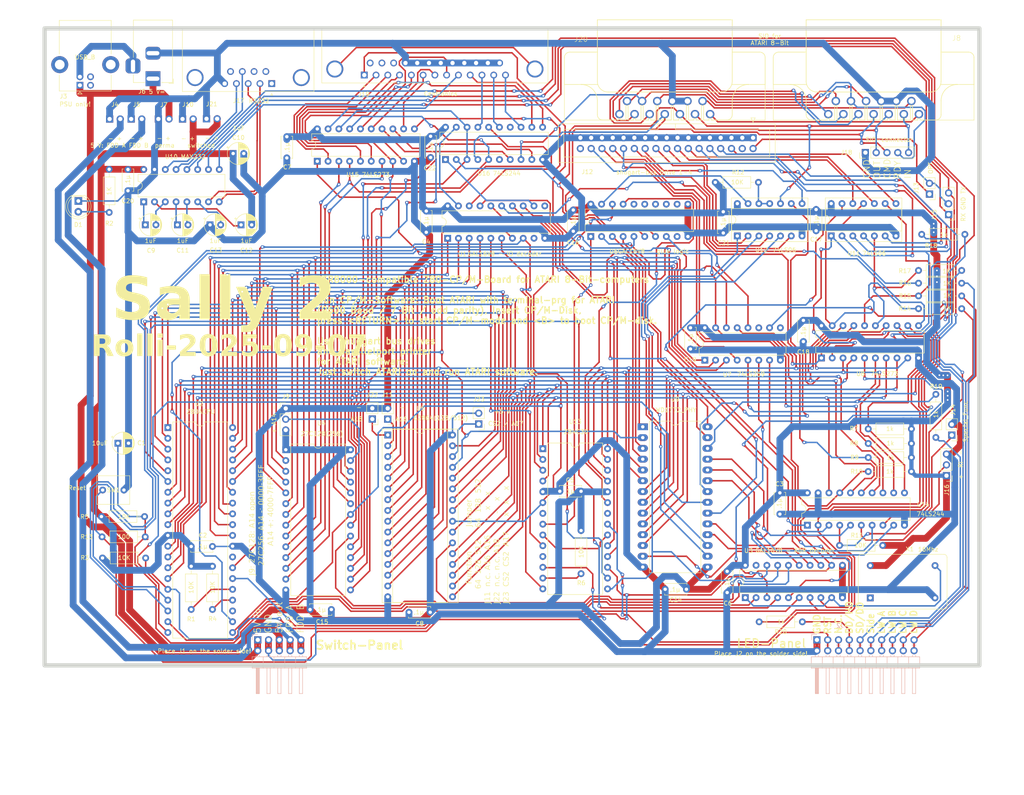
<source format=kicad_pcb>
(kicad_pcb (version 20241229) (generator "pcbnew") (generator_version "9.0")
  (layers (0 "F.Cu" signal) (2 "B.Cu" signal) (13 "F.Paste" user) (15 "B.Paste" user) (5 "F.SilkS" user "F.Silkscreen") (7 "B.SilkS" user "B.Silkscreen") (1 "F.Mask" user) (3 "B.Mask" user) (25 "Edge.Cuts" user))
  (net 0 "")
  (net 1 "RES\\")
  (net 2 "GND")
  (net 3 "Net-(U10-C1+)")
  (net 4 "Net-(U10-C1-)")
  (net 5 "INT\\")
  (net 6 "+5V")
  (net 7 "NMI\\")
  (net 8 "WAIT\\")
  (net 9 "/A11")
  (net 10 "/A12")
  (net 11 "/A13")
  (net 12 "/A14")
  (net 13 "CLK4")
  (net 14 "D5")
  (net 15 "D7")
  (net 16 "ATDAT_OUT")
  (net 17 "MEMRQ\\")
  (net 18 "IORQ\\")
  (net 19 "RD\\")
  (net 20 "WR\\")
  (net 21 "SIOR\\")
  (net 22 "M1\\")
  (net 23 "RFSH\\")
  (net 24 "D1")
  (net 25 "D3")
  (net 26 "/A2")
  (net 27 "/A3")
  (net 28 "/A4")
  (net 29 "/A5")
  (net 30 "/A6")
  (net 31 "/A7")
  (net 32 "/A8")
  (net 33 "/A9")
  (net 34 "/A10")
  (net 35 "CLK16")
  (net 36 "Net-(U10-C2-)")
  (net 37 "RS232R\\")
  (net 38 "FDCCE\\")
  (net 39 "ROMENA\\")
  (net 40 "PRTR\\")
  (net 41 "ROMCE\\")
  (net 42 "CLK8")
  (net 43 "RS232_DTR")
  (net 44 "RS232_CTS")
  (net 45 "RS232_RI")
  (net 46 "DSEL4")
  (net 47 "DSKIP\\")
  (net 48 "DSEL1")
  (net 49 "Net-(U10-C2+)")
  (net 50 "HALT\\")
  (net 51 "Net-(U10-VS+)")
  (net 52 "DSEL2")
  (net 53 "DSEL3")
  (net 54 "MOTOR")
  (net 55 "BITW\\")
  (net 56 "DSKDIR\\")
  (net 57 "Net-(U10-VS-)")
  (net 58 "PRTW\\")
  (net 59 "DSKSTEP\\")
  (net 60 "Net-(D1-A)")
  (net 61 "ATDAT")
  (net 62 "TX")
  (net 63 "STROBE")
  (net 64 "CTS")
  (net 65 "CMDSIO")
  (net 66 "DSW\\")
  (net 67 "DSKWD\\")
  (net 68 "DSKWG\\")
  (net 69 "DSKTRK00\\")
  (net 70 "/A15")
  (net 71 "ACK")
  (net 72 "BUSY")
  (net 73 "PE")
  (net 74 "SEL")
  (net 75 "DSKWP\\")
  (net 76 "CTCCE")
  (net 78 "RAMCE\\")
  (net 80 "SIOOUT")
  (net 81 "SIOCMD")
  (net 82 "SIORDY")
  (net 83 "DSKRD\\")
  (net 84 "FDCRES")
  (net 85 "D4")
  (net 86 "A1")
  (net 87 "D2")
  (net 88 "SDDD\\")
  (net 89 "B\\S")
  (net 90 "A0")
  (net 91 "D6")
  (net 92 "SIDE")
  (net 93 "/IO/P0")
  (net 94 "/IO/P1")
  (net 95 "/IO/P2")
  (net 96 "/IO/P3")
  (net 97 "/IO/P4")
  (net 98 "/IO/P5")
  (net 99 "/IO/P6")
  (net 100 "/IO/P7")
  (net 102 "Net-(J11-Pin_1)")
  (net 104 "STROBE\\")
  (net 105 "RS232_RX")
  (net 106 "RS232_TX")
  (net 107 "FDCCLK")
  (net 108 "RX")
  (net 109 "WDRES\\")
  (net 110 "D0")
  (net 111 "Net-(U9-STEP)")
  (net 112 "FDCRD")
  (net 113 "MO")
  (net 114 "TR00\\")
  (net 115 "RI")
  (net 116 "IP\\")
  (net 117 "WPRT\\")
  (net 118 "DRQ")
  (net 119 "INTRQ")
  (net 120 "Net-(J12-Pin_2)")
  (net 122 "RESC\\")
  (net 124 "TO1")
  (net 125 "unconnected-(J19-PAD-Pad0)")
  (net 128 "Net-(U2-~{BUSRQ})")
  (net 129 "Net-(U13-IEI)")
  (net 131 "TRG0")
  (net 134 "DTR")
  (net 135 "Net-(J22-Pin_1)")
  (net 144 "A14IN")
  (net 145 "Net-(U8-Q0)")
  (net 146 "Net-(U8-Q5)")
  (net 147 "Net-(U8-Q3)")
  (net 148 "Net-(U8-Q7)")
  (net 149 "Net-(U8-Q6)")
  (net 150 "Net-(U9-WD)")
  (net 151 "Net-(U9-WG)")
  (net 152 "Net-(U9-DIRC)")
  (net 154 "Net-(U13-CLK{slash}TRG3)")
  (net 156 "SIOIN")
  (net 164 "Net-(R12-Pad2)")
  (net 165 "/IO/SIO9")
  (net 166 "/IO/SIO12")
  (net 167 "/IO/SIO8")
  (net 168 "/IO/SIO1")
  (net 169 "/IO/SIO2")
  (net 170 "/IO/SIO11")
  (net 171 "/IO/SIO13")
  (net 172 "Net-(J1-Pin_1)")
  (net 173 "Net-(J1-Pin_7)")
  (net 174 "Net-(J1-Pin_10)")
  (net 175 "Net-(J2-Pin_17)")
  (net 176 "Net-(J2-Pin_10)")
  (net 177 "Net-(J2-Pin_13)")
  (net 178 "Net-(J2-Pin_15)")
  (net 179 "Net-(J2-Pin_11)")
  (net 180 "Net-(J2-Pin_5)")
  (net 181 "Net-(J2-Pin_7)")
  (net 182 "Net-(J2-Pin_19)")
  (net 183 "Net-(J14-Pin_1)")
  (net 184 "RES SW")
  (net 185 "Net-(J3-GND)")
  (net 187 "Net-(J23-Pin_1)")
  (footprint "Capacitor_THT:C_Disc_D5.0mm_W2.5mm_P5.00mm" (layer "F.Cu") (at 162 70.5 -90)
    (property "Reference" "C19")
    (property "Value" ",1µ")
  )
  (footprint "LED_THT:LED_D5.0mm_IRGrey" (layer "F.Cu") (at 17.9324 40.64 -90)
    (property "Reference" "D1")
    (property "Value" "LD271" (hide yes))
  )
  (footprint "Resistor_THT:R_Axial_DIN0207_L6.3mm_D2.5mm_P10.16mm_Horizontal" (layer "F.Cu") (at 225.83 60 180)
    (property "Reference" "R16")
    (property "Value" "1K")
  )
  (footprint "Connector_PinHeader_2.54mm:PinHeader_1x02_P2.54mm_Vertical" (layer "F.Cu") (at 218.25 39.025 180)
    (property "Reference" "J13")
    (property "Value" "OPT")
  )
  (footprint "Sally2:BKL_1x2 72510U_P2.5mm_Vertical" (layer "F.Cu") (at 43.733 21.286 -90)
    (property "Reference" "J10")
    (property "Value" "- +")
  )
  (footprint "Capacitor_THT:C_Disc_D5.0mm_W2.5mm_P5.00mm" (layer "F.Cu") (at 99.822 43.0168 -90)
    (property "Reference" "C4")
    (property "Value" ",1µ")
  )
  (footprint "Connector_USB:USB_B_Lumberg_2411_02_Horizontal" (layer "F.Cu") (at 18.308 13.3915 90)
    (property "Reference" "J3")
    (property "Value" "USB_B")
  )
  (footprint "Resistor_THT:R_Axial_DIN0207_L6.3mm_D2.5mm_P10.16mm_Horizontal" (layer "F.Cu") (at 219.75 96.33 90)
    (property "Reference" "R19")
    (property "Value" "1k")
  )
  (footprint "Package_DIP:DIP-14_W7.62mm_Socket" (layer "F.Cu") (at 173.0248 48.8796 90)
    (property "Reference" "U12")
    (property "Value" "74LS06")
  )
  (footprint "Connector_PinHeader_2.54mm:PinHeader_1x03_P2.54mm_Vertical" (layer "F.Cu") (at 66.75 89.5)
    (property "Reference" "J9")
    (property "Value" "+ A14 -")
  )
  (footprint "MountingHole:MountingHole_3.2mm_M3" (layer "F.Cu") (at 16 26.994)
    (property "Reference" "H10" (hide yes))
    (property "Value" "MountingHole")
  )
  (footprint "MountingHole:MountingHole_3.2mm_M3" (layer "F.Cu") (at 15.24 75.0316)
    (property "Reference" "H2" (hide yes))
    (property "Value" "MountingHole")
  )
  (footprint "Connector_PinHeader_2.54mm:PinHeader_1x03_P2.54mm_Vertical" (layer "F.Cu") (at 222.75 43.83 180)
    (property "Reference" "J15")
    (property "Value" "RX GND TX")
  )
  (footprint "Resistor_THT:R_Axial_DIN0207_L6.3mm_D2.5mm_P10.16mm_Horizontal" (layer "F.Cu") (at 225.83 63 180)
    (property "Reference" "R15")
    (property "Value" "1K")
  )
  (footprint "Resistor_THT:R_Axial_DIN0207_L6.3mm_D2.5mm_P10.16mm_Horizontal" (layer "F.Cu") (at 49.5 126.67 -90)
    (property "Reference" "R4")
    (property "Value" "10K")
  )
  (footprint "MountingHole:MountingHole_3.2mm_M3" (layer "F.Cu") (at 109.3216 75.0316)
    (property "Reference" "H5" (hide yes))
    (property "Value" "MountingHole")
  )
  (footprint "Capacitor_THT:CP_Radial_D5.0mm_P2.50mm" (layer "F.Cu") (at 54.370088 29.464)
    (property "Reference" "C10")
    (property "Value" "1uF")
  )
  (footprint "Resistor_THT:R_Axial_DIN0207_L6.3mm_D2.5mm_P10.16mm_Horizontal" (layer "F.Cu") (at 44.5 126.67 -90)
    (property "Reference" "R1")
    (property "Value" "10K")
  )
  (footprint "Package_DIP:DIP-20_W7.62mm" (layer "F.Cu") (at 174.9044 134.0612 90)
    (property "Reference" "U3")
    (property "Value" "GAL16V8 - ADR decoder")
  )
  (footprint "Package_DIP:DIP-20_W7.62mm" (layer "F.Cu") (at 192.825 77.62 90)
    (property "Reference" "U8")
    (property "Value" "74LS273")
  )
  (footprint "Resistor_THT:R_Axial_DIN0207_L6.3mm_D2.5mm_P10.16mm_Horizontal" (layer "F.Cu") (at 188.33 139.75 180)
    (property "Reference" "R20")
    (property "Value" "1k")
  )
  (footprint "Sally2:BKL_1x2 72510U_P2.5mm_Vertical" (layer "F.Cu") (at 49.3776 21.2344 -90)
    (property "Reference" "J21")
    (property "Value" "- +")
  )
  (footprint "Capacitor_THT:C_Disc_D5.0mm_W2.5mm_P5.00mm" (layer "F.Cu") (at 161.0468 132.08 180)
    (property "Reference" "C14")
    (property "Value" ",1µ")
  )
  (footprint "MountingHole:MountingHole_3.2mm_M3" (layer "F.Cu") (at 15.24 145.034)
    (property "Reference" "H7" (hide yes))
    (property "Value" "MountingHole")
  )
  (footprint "Package_DIP:DIP-20_W7.62mm" (layer "F.Cu") (at 189.51 117 90)
    (property "Reference" "U14")
    (property "Value" "74LS244")
  )
  (footprint "Package_DIP:DIP-20_W7.62mm" (layer "F.Cu") (at 104.8562 49.4184 90)
    (property "Reference" "U1")
    (property "Value" "GAL16V8 - IO decoder")
  )
  (footprint "Package_DIP:DIP-20_W7.62mm" (layer "F.Cu") (at 104.3432 30.8864 90)
    (property "Reference" "U16")
    (property "Value" "74LS244")
  )
  (footprint "MountingHole:MountingHole_3.2mm_M3" (layer "F.Cu") (at 224.536 145.034)
    (property "Reference" "H6" (hide yes))
    (property "Value" "MountingHole")
  )
  (footprint "Resistor_THT:R_Axial_DIN0207_L6.3mm_D2.5mm_P10.16mm_Horizontal" (layer "F.Cu") (at 226.58 48.5 180)
    (property "Reference" "R18")
    (property "Value" "1k")
  )
  (footprint "Package_DIP:DIP-28_W15.24mm_LongPads" (layer "F.Cu") (at 150.7744 93.8276)
    (property "Reference" "U9")
    (property "Value" "WD1772_PHY")
  )
  (footprint "Capacitor_THT:CP_Radial_D5.0mm_P2.50mm" (layer "F.Cu") (at 33.6936 46.2634)
    (property "Reference" "C9")
    (property "Value" "1uF")
  )
  (footprint "Resistor_THT:R_Axial_DIN0207_L6.3mm_D2.5mm_P10.16mm_Horizontal" (layer "F.Cu") (at 25.1968 33.1724 -90)
    (property "Reference" "R2")
    (property "Value" "1K")
  )
  (footprint "Package_DIP:DIP-32_W15.24mm_Socket" (layer "F.Cu") (at 90.76 95.75)
    (property "Reference" "U5")
    (property "Value" "62864(128/512)")
  )
  (footprint "Capacitor_THT:CP_Radial_D5.0mm_P2.50mm" (layer "F.Cu") (at 41.2487 46.2634)
    (property "Reference" "C11")
    (property "Value" "1uF")
  )
  (footprint "Capacitor_THT:C_Disc_D5.0mm_W2.5mm_P5.00mm" (layer "F.Cu") (at 29.6164 33.2232 -90)
    (property "Reference" "C20")
    (property "Value" ",1µ")
  )
  (footprint "Capacitor_THT:C_Disc_D5.0mm_W2.5mm_P5.00mm" (layer "F.Cu") (at 134.4218 42.7636 -90)
    (property "Reference" "C16")
    (property "Value" ",1µ")
  )
  (footprint "Connector_Dsub:DSUB-25_Female_Horizontal_P2.77x2.84mm_EdgePinOffset7.70mm_Housed_MountingHolesOffset9.12mm" (layer "F.Cu") (at 85.229 10.9863 180)
    (property "Reference" "J19")
    (property "Value" "Centronics")
  )
  (footprint "Capacitor_THT:C_Disc_D5.0mm_W2.5mm_P5.00mm" (layer "F.Cu") (at 100.75 137.5 180)
    (property "Reference" "C8")
    (property "Value" ",1µ")
  )
  (footprint "Oscillator:Oscillator_DIP-14" (layer "F.Cu") (at 204.3176 134.112)
    (property "Reference" "X1")
    (property "Value" "16Mhz")
  )
  (footprint "Package_DIP:DIP-14_W7.62mm_Socket" (layer "F.Cu") (at 195.1228 48.8696 90)
    (property "Reference" "U11")
    (property "Value" "74LS06")
  )
  (footprint "Connector_IDC:IDC-Header_2x17_P2.54mm_Vertical" (layer "F.Cu") (at 176.7332 25.7556 -90)
    (property "Reference" "J12")
    (property "Value" "shugart-bus Drive 1-4")
  )
  (footprint "Package_DIP:DIP-16_W7.62mm" (layer "F.Cu") (at 33.3248 40.8432 90)
    (property "Reference" "U10")
    (property "Value" "MAX232")
  )
  (footprint "Resistor_THT:R_Axial_DIN0207_L6.3mm_D2.5mm_P10.16mm_Horizontal" (layer "F.Cu") (at 225.83 66 180)
    (property "Reference" "R14")
    (property "Value" "1K")
  )
  (footprint "Resistor_THT:R_Axial_DIN0207_L6.3mm_D2.5mm_P10.16mm_Horizontal" (layer "F.Cu") (at 33.6804 119.7356 180)
    (property "Reference" "R13")
    (property "Value" "100")
  )
  (footprint "Capacitor_THT:C_Disc_D5.0mm_W2.5mm_P5.00mm" (layer "F.Cu") (at 170.6372 127.8528 -90)
    (property "Reference" "C6")
    (property "Value" ",1µ")
  )
  (footprint "Sally2:BKL_1x2 72510U_P2.5mm_Vertical" (layer "F.Cu") (at 38.0542 21.286 -90)
    (property "Reference" "J7")
    (property "Value" "- +")
  )
  (footprint "Resistor_THT:R_Axial_DIN0207_L6.3mm_D2.5mm_P10.16mm_Horizontal" (layer "F.Cu") (at 214 97.75 180)
    (property "Reference" "R8")
    (property "Value" "1k")
  )
  (footprint "Capacitor_THT:C_Disc_D5.0mm_W2.5mm_P5.00mm" (layer "F.Cu") (at 188.5762 68.75 -90)
    (property "Reference" "C18")
    (property "Value" ",1µ")
  )
  (footprint "Capacitor_THT:C_Disc_D5.0mm_W2.5mm_P5.00mm" (layer "F.Cu") (at 44.5 122)
    (property "Reference" "C2")
    (property "Value" ",1µ")
  )
  (footprint "Capacitor_THT:C_Disc_D5.0mm_W2.5mm_P5.00mm" (layer "F.Cu") (at 136.25 109 180)
    (property "Reference" "C5")
    (property "Value" ",1µ")
  )
  (footprint "Resistor_THT:R_Axial_DIN0207_L6.3mm_D2.5mm_P10.16mm_Horizontal" (layer "F.Cu") (at 197.09 121.75)
    (property "Reference" "R11")
    (property "Value" "10K")
  )
  (footprint "Connector_PinHeader_2.54mm:PinHeader_1x05_P2.54mm_Vertical" (layer "F.Cu") (at 203.17 29.25 90)
    (property "Reference" "J18")
    (property "Value" "SIO-connector")
  )
  (footprint "Package_DIP:DIP-20_W7.62mm" (layer "F.Cu") (at 74.173 31.2828 90)
    (property "Reference" "U15")
    (property "Value" "74LS273")
  )
  (footprint "Resistor_THT:R_Axial_DIN0207_L6.3mm_D2.5mm_P10.16mm_Horizontal" (layer "F.Cu") (at 136.25 118.25 -90)
    (property "Reference" "R6")
    (property "Value" "10K")
  )
  (footprint "Sally2:SIO_JACK" (layer "F.Cu") (at 203.835 9.398 180)
    (property "Reference" "J8")
    (property "Value" "Conn_01x13")
  )
  (footprint "Resistor_THT:R_Axial_DIN0207_L6.3mm_D2.5mm_P10.16mm_Horizontal" (layer "F.Cu") (at 225.83 57 180)
    (property "Reference" "R17")
    (property "Value" "1K")
  )
  (footprint "Capacitor_THT:CP_Radial_D5.0mm_P2.50mm" (layer "F.Cu") (at 27.242888 97.6884)
    (property "Reference" "C1")
    (property "Value" "10uF")
  )
  (footprint "Sally2:BKL_1x2 72510U_P2.5mm_Vertical" (layer "F.Cu") (at 26.5734 21.286 -90)
    (property "Reference" "J4")
    (property "Value" "- +")
  )
  (footprint "Package_DIP:DIP-20_W7.62mm" (layer "F.Cu") (at 138.5366 49.012 90)
    (property "Reference" "U6")
    (property "Value" "GAL16V8 - glue logic")
  )
  (footprint "Resistor_THT:R_Axial_DIN0207_L6.3mm_D2.5mm_P10.16mm_Horizontal" (layer "F.Cu") (at 214 104.354 180)
    (property "Reference" "R10")
    (property "Value" "1k")
  )
  (footprint "Sally2:SIO_JACK" (layer "F.Cu") (at 154.686 9.398 180)
    (property "Reference" "J20")
    (property "Value" "Conn_01x13")
  )
  (footprint "Resistor_THT:R_Axial_DIN0207_L6.3mm_D2.5mm_P10.16mm_Horizontal" (layer "F.Cu") (at 167.84 36.25)
    (property "Reference" "R12")
    (property "Value" "10K")
  )
  (footprint "MountingHole:MountingHole_3.2mm_M3" (layer "F.Cu") (at 130.4544 145.034)
    (property "Reference" "H1" (hide yes))
    (property "Value" "MountingHole")
  )
  (footprint "Package_DIP:DIP-28_W15.24mm" (layer "F.Cu") (at 66.76 99.22)
    (property "Reference" "U4")
    (property "Value" "27C128(256)")
  )
  (footprint "MountingHole:MountingHole_3.2mm_M3" (layer "F.Cu") (at 109.3216 145.034)
    (property "Reference" "H3" (hide yes))
    (property "Value" "MountingHole")
  )
  (footprint "Connector_PinHeader_2.54mm:PinHeader_1x02_P2.54mm_Vertical" (layer "F.Cu") (at 87.122 91.9988 180)
    (property "Reference" "J22")
    (property "Value" "A18")
  )
  (footprint "Resistor_THT:R_Axial_DIN0207_L6.3mm_D2.5mm_P10.16mm_Horizontal" (layer "F.Cu") (at 23.368 114.9604)
    (property "Reference" "R5")
    (property "Value" "10K")
  )
  (footprint "Resistor_THT:R_Axial_DIN0207_L6.3mm_D2.5mm_P10.16mm_Horizontal" (layer "F.Cu") (at 214 101.052 180)
    (property "Reference" "R9")
    (property "Value" "1k")
  )
  (footprint "Connector_BarrelJack:BarrelJack_Horizontal" (layer "F.Cu") (at 35.5015 11.842 -90)
    (property "Reference" "J6")
    (property "Value" "Barrel_Jack" (hide yes))
  )
  (footprint "Package_DIP:DIP-28_W15.24mm" (layer "F.Cu") (at 127.25 98.97)
    (property "Reference" "U13")
    (property "Value" "Z84C30")
  )
  (footprint "MountingHole:MountingHole_3.2mm_M3" (layer "F.Cu") (at 224 26.994)
    (property "Reference" "H9" (hide yes))
    (property "Value" "MountingHole")
  )
  (footprint "Capacitor_THT:CP_Radial_D5.0mm_P2.50mm" (layer "F.Cu") (at 48.9336 46.2634)
    (property "Reference" "C13")
    (property "Value" "1uF")
  )
  (footprint "MountingHole:MountingHole_3.2mm_M3" (layer "F.Cu") (at 224.536 75.0316)
    (property "Reference" "H8" (hide yes))
    (property "Value" "MountingHole")
  )
  (footprint "Package_DIP:DIP-40_W15.24mm" (layer "F.Cu") (at 39 94)
    (property "Reference" "U2")
    (property "Value" "Z80ACPU")
  )
  (footprint "Capacitor_THT:C_Disc_D5.0mm_W2.5mm_P5.00mm" (layer "F.Cu") (at 67 25.5 -90)
    (property "Reference" "C7")
    (property "Value" ",1µ")
  )
  (footprint "Capacitor_THT:C_Disc_D5.0mm_W2.5mm_P5.00mm" (layer "F.Cu") (at 100.838 25.4 -90)
    (property "Reference" "C22")
    (property "Value" ",1µ")
  )
  (footprint "Resistor_THT:R_Axial_DIN0207_L6.3mm_D2.5mm_P10.16mm_Horizontal" (layer "F.Cu") (at 214 94.321 180)
    (property "Reference" "R7")
    (property "Value" "1k")
  )
  (footprint "Capacitor_THT:C_Rect_L7.5mm_W6.5mm_P5.00mm" (layer "F.Cu") (at 28.662 108.712 180)
    (property "Reference" "SW1")
    (property "Value" "Reset")
  )
  (footprint "Package_DIP:DIP-16_W7.62mm" (layer "F.Cu") (at 165.3762 78.12 90)
    (property "Reference" "U7")
    (property "Value" "74LS259")
  )
  (footprint "Resistor_THT:R_Axial_DIN0207_L6.3mm_D2.5mm_P10.16mm_Horizontal" (layer "F.Cu") (at 23.622 124.714)
    (property "Reference" "R3")
    (property "Value" "10K")
  )
  (footprint "Capacitor_THT:CP_Radial_D5.0mm_P2.50mm" (layer "F.Cu") (at 56.2347 46.2634)
    (property "Reference" "C12")
    (property "Value" "1uF")
  )
  (footprint "Connector_PinHeader_2.54mm:PinHeader_1x02_P2.54mm_Vertical" (layer "F.Cu") (at 112.1664 93.1672 180)
    (property "Reference" "J23")
    (property "Value" "CS2 / A17")
  )
  (footprint "Capacitor_THT:C_Disc_D5.0mm_W2.5mm_P5.00mm" (layer "F.Cu") (at 191.5668 42.6504 -90)
    (property "Reference" "C17")
    (property "Value" ",1µ")
  )
  (footprint "Connector_PinHeader_2.54mm:PinHeader_1x02_P2.54mm_Vertical" (layer "F.Cu") (at 223.5 95.79 180)
    (property "Reference" "J14")
    (property "Value" "Special_Func")
  )
  (footprint "Capacitor_THT:C_Disc_D5.0mm_W2.5mm_P5.00mm" (layer "F.Cu") (at 169.7228 43.18 -90)
    (property "Reference" "C21")
    (property "Value" ",1µ")
  )
  (footprint "Capacitor_THT:C_Disc_D5.0mm_W2.5mm_P5.00mm" (layer "F.Cu") (at 183.04 109.38 -90)
    (property "Reference" "C3")
    (property "Value" ",1µ")
  )
  (footprint "Connector_PinHeader_2.54mm:PinHeader_1x02_P2.54mm_Vertical" (layer "F.Cu") (at 90.75 92.025 180)
    (property "Reference" "J11")
    (property "Value" "A16")
  )
  (footprint "Connector_PinHeader_2.54mm:PinHeader_1x03_P2.54mm_Vertical" (layer "F.Cu") (at 222.25 105.33 180)
    (property "Reference" "J16")
    (property "Value" "+  RI  -")
  )
  (footprint "MountingHole:MountingHole_3.2mm_M3" (layer "F.Cu") (at 130.4544 75.0316)
    (property "Reference" "H4" (hide yes))
    (property "Value" "MountingHole")
  )
  (footprint "Capacitor_THT:C_Disc_D5.0mm_W2.5mm_P5.00mm" (layer "F.Cu") (at 72.4808 136.8552)
    (property "Reference" "C15")
    (property "Value" ",1µ")
  )
  (footprint "Sally2:BKL_1x2 72510U_P2.5mm_Vertical" (layer "F.Cu") (at 31.6426 21.286 -90)
    (property "Reference" "J5")
    (property "Value" "- +")
  )
  (footprint "Connector_Dsub:DSUB-9_Male_Horizontal_P2.77x2.84mm_EdgePinOffset9.90mm_Housed_MountingHolesOffset11.32mm" (layer "F.Cu") (at 63.452 12.997331 180)
    (property "Reference" "J17")
    (property "Value" "RS232")
  )
  (footprint "Connector_PinHeader_2.54mm:PinHeader_2x10_P2.54mm_Horizontal" (layer "B.Cu") (at 191.76 144 -90)
    (property "Reference" "J2")
    (property "Value" "Conn_02x10_Odd_Even")
  )
  (footprint "Connector_PinHeader_2.54mm:PinHeader_2x05_P2.54mm_Horizontal" (layer "B.Cu") (at 60.17 144 -90)
    (property "Reference" "J1")
    (property "Value" "Conn_02x05_Odd_Even")
  )
  (gr_rect (start 10 0) (end 230 150) (stroke (width 1)) (fill no) (layer "Edge.Cuts"))
  (gr_text "Place J1 on the solder side!" (at 36.5252 147.2184 0) (layer "F.SilkS") (effects (font (size 1 1)) (justify left bottom)))
  (gr_text "J9: 27C128: A14 open\n    27C256: A14 -: 0000-3FFF\n            A14 +: 4000-7FFF" (at 64.008 128.8288 90) (layer "F.SilkS") (effects (font (size 1.3 1.3)) (justify left bottom)))
  (gr_text "PSU only!" (at 13.4112 18.4404 0) (layer "F.SilkS") (effects (font (size 1 1)) (justify left bottom)))
  (gr_text "        Function          Jumper\n      64  128  512     64  128  512\nJ11  n.c. A16  A16      -   x    x\nJ22  n.c. n.c. A18      -   -    x\nJ23  CS2  CS2  A17      x   x    x" (at 119.4308 135.4836 90) (layer "F.SilkS") (effects (font (size 1.3 1.3)) (justify left bottom)))
  (gr_text "5V in\nGND\n5V out\nFDD A\nFDD B" (at 71.12 142.5448 90) (layer "F.SilkS") (effects (font (size 1.57 1.5)) (justify left bottom)))
  (gr_text "Rolli-2025-09-07" (at 21 78 0) (layer "F.SilkS") (effects (font (size 5 5) (thickness 0.3)) (justify left bottom)))
  (gr_text "Sally 2" (at 25.7556 70.2056 0) (layer "F.SilkS") (effects (font (size 10 10) (thickness 0.3)) (justify left bottom)))
  (gr_text "5 V=" (at 34.4424 15.494 0) (layer "F.SilkS") (effects (font (size 1 1)) (justify left bottom)))
  (gr_text "GND\nOUT\nCMD\nRDY\nIN" (at 214.0204 35.5092 90) (layer "F.SilkS") (effects (font (size 1.5 1.5)) (justify left bottom)))
  (gr_text "SIO for\nATARI 8-Bit" (at 180.6448 4.0132 0) (layer "F.SilkS") (effects (font (size 1 1)) (justify bottom)))
  (gr_text "5 V: FDD A FDD B  perma    switched" (at 20.6756 28.1432 0) (layer "F.SilkS") (effects (font (size 1 1)) (justify left bottom)))
  (gr_text "ATR8000-compatible Z80-CP/M-Board for ATARI 8-Bit-computers\n\nRun CP/M-Software: Boot ATARI with terminal-prg for ATARI\n(9600 Baud / 7 Bit / odd parity), Insert CP/M-Disk,\npress <RETURN> to start CP/M-mode and <B> to boot CP/M-disk.\n\nUse shuggart bus drives\nand parallelport printer\nfor ATARI software:\nJust switch ATARI on and run ATARI software." (at 73.914 81.7372 0) (layer "F.SilkS") (effects (font (size 1.5 1.5) (thickness 0.3) (bold yes)) (justify left bottom)))
  (gr_text "GND\nRST\nN.C.\nDD/HD\nSD/DD\nSide\nLW A\nLW B\nLW C\nLW D\n" (at 215.4428 142.748 90) (layer "F.SilkS") (effects (font (size 1.57 1.5) (thickness 0.3) (bold yes)) (justify left bottom)))
  (gr_text "LED-Panel" (at 172.72 145.9992 0) (layer "F.SilkS") (effects (font (size 2 2) (thickness 0.3) (bold yes)) (justify left bottom)))
  (gr_text "Place J2 on the solder side!" (at 167.4876 147.828 0) (layer "F.SilkS") (effects (font (size 1 1)) (justify left bottom)))
  (gr_text "Switch-Panel" (at 73.6092 146.4056 0) (layer "F.SilkS") (effects (font (size 2 2) (thickness 0.4) (bold yes)) (justify left bottom)))
  (gr_text "+5 V" (at 115.7224 90.7796 0) (layer "F.SilkS") (effects (font (size 1 1)) (justify left bottom)))
  (gr_text "-" (at 83.2612 89.8144 0) (layer "F.SilkS") (effects (font (size 1 1)) (justify left bottom)))
  (gr_text "-" (at 93.4212 89.8144 0) (layer "F.SilkS") (effects (font (size 1 1)) (justify left bottom)))
  (segment (start 56.165 142.173476) (end 62.688476 135.65) (width 0.35) (layer "F.Cu") (net 1))
  (segment (start 31.282481 126.220958) (end 36.215381 131.153858) (width 0.35) (layer "F.Cu") (net 1))
  (segment (start 39.661077 144.7242) (end 54.498162 144.7242) (width 0.35) (layer "F.Cu") (net 1))
  (segment (start 102.303122 137.25) (end 184.4156 137.25) (width 0.35) (layer "F.Cu") (net 1))
  (segment (start 79.230761 134.4) (end 82.080761 137.25) (width 0.35) (layer "F.Cu") (net 1))
  (segment (start 56.165 143.057362) (end 56.165 142.173476) (width 0.35) (layer "F.Cu") (net 1))
  (segment (start 62.688476 135.65) (end 69.688476 135.65) (width 0.35) (layer "F.Cu") (net 1))
  (segment (start 95.221877 136.225) (end 101.278122 136.225) (width 0.35) (layer "F.Cu") (net 1))
  (segment (start 70.938476 134.4) (end 79.230761 134.4) (width 0.35) (layer "F.Cu") (net 1))
  (segment (start 33.6804 119.7356) (end 33.6804 115.1128) (width 0.35) (layer "F.Cu") (net 1))
  (segment (start 33.110801 120.3052) (end 31.282481 122.13352) (width 0.35) (layer "F.Cu") (net 1))
  (segment (start 34.25 120.3052) (end 33.110801 120.3052) (width 0.35) (layer "F.Cu") (net 1))
  (segment (start 54.498162 144.7242) (end 56.165 143.057362) (width 0.35) (layer "F.Cu") (net 1))
  (segment (start 69.688476 135.65) (end 70.938476 134.4) (width 0.35) (layer "F.Cu") (net 1))
  (segment (start 36.215381 141.278504) (end 39.661077 144.7242) (width 0.35) (layer "F.Cu") (net 1))
  (segment (start 36.215381 131.153858) (end 36.215381 141.278504) (width 0.35) (layer "F.Cu") (net 1))
  (segment (start 82.080761 137.25) (end 94.196877 137.25) (width 0.35) (layer "F.Cu") (net 1))
  (segment (start 101.278122 136.225) (end 102.303122 137.25) (width 0.35) (layer "F.Cu") (net 1))
  (segment (start 184.4156 137.25) (end 187.6044 134.0612) (width 0.35) (layer "F.Cu") (net 1))
  (segment (start 31.282481 122.13352) (end 31.282481 126.220958) (width 0.35) (layer "F.Cu") (net 1))
  (segment (start 94.196877 137.25) (end 95.221877 136.225) (width 0.35) (layer "F.Cu") (net 1))
  (segment (start 33.6804 119.7356) (end 34.25 120.3052) (width 0.35) (layer "F.Cu") (net 1))
  (segment (start 27.242888 112.231288) (end 29.972 114.9604) (width 0.35) (layer "B.Cu") (net 1))
  (segment (start 29.972 114.9604) (end 33.528 114.9604) (width 0.35) (layer "B.Cu") (net 1))
  (segment (start 27.242888 97.6884) (end 27.242888 112.231288) (width 0.35) (layer "B.Cu") (net 1))
  (segment (start 33.6804 115.1128) (end 33.528 114.9604) (width 0.35) (layer "B.Cu") (net 1))
  (segment (start 225.5 98.202081) (end 223.452081 100.25) (width 1.6) (layer "F.Cu") (net 2))
  (segment (start 90.75 89.485) (end 90.75 62.878679) (width 1.6) (layer "F.Cu") (net 2))
  (segment (start 62.67 144) (end 62.67 146.54) (width 1.6) (layer "F.Cu") (net 2))
  (segment (start 150.8144 126.8476) (end 156.0468 132.08) (width 1.6) (layer "F.Cu") (net 2))
  (segment (start 223.452081 100.25) (end 222.25 100.25) (width 1.6) (layer "F.Cu") (net 2))
  (segment (start 100.621999 48.816799) (end 99.822 48.0168) (width 1.6) (layer "F.Cu") (net 2))
  (segment (start 197.7644 126.4412) (end 197.7644 134.0612) (width 1.6) (layer "F.Cu") (net 2))
  (segment (start 225.5 93.89) (end 225.5 98.202081) (width 1.6) (layer "F.Cu") (net 2))
  (segment (start 100.621999 53.00668) (end 100.621999 48.816799) (width 1.6) (layer "F.Cu") (net 2))
  (segment (start 161.3966 41.392) (end 161.3966 49.012) (width 1.6) (layer "F.Cu") (net 2))
  (segment (start 90.75 62.878679) (end 100.621999 53.00668) (width 1.6) (layer "F.Cu") (net 2))
  (segment (start 223.5 93.25) (end 224.86 93.25) (width 1.6) (layer "F.Cu") (net 2))
  (segment (start 99.9552 31.2828) (end 100.838 30.4) (width 1.6) (layer "F.Cu") (net 2))
  (segment (start 191.76 146.54) (end 191.76 144) (width 1.6) (layer "F.Cu") (net 2))
  (segment (start 97.033 31.2828) (end 99.9552 31.2828) (width 1.6) (layer "F.Cu") (net 2))
  (segment (start 224.86 93.25) (end 225.5 93.89) (width 1.6) (layer "F.Cu") (net 2))
  (segment (start 151.3444 146.75) (end 156.0468 142.0476) (width 1.6) (layer "B.Cu") (net 2))
  (segment (start 215.685 77.62) (end 215.685 79.453172) (width 1.6) (layer "B.Cu") (net 2))
  (segment (start 35.5015 5.842) (end 35.5015 6.2915) (width 1.6) (layer "B.Cu") (net 2))
  (segment (start 138.6332 25.7556) (end 141.1732 25.7556) (width 1.6) (layer "B.Cu") (net 2))
  (segment (start 155 3.75) (end 154.75 3.5) (width 1.6) (layer "B.Cu") (net 2))
  (segment (start 192.05 114.3552) (end 192.0748 114.38) (width 1.6) (layer "B.Cu") (net 2))
  (segment (start 95.78137 33.6658) (end 66.1778 33.6658) (width 1.6) (layer "B.Cu") (net 2))
  (segment (start 215.685 76) (end 215.685 77.62) (width 1.6) (layer "B.Cu") (net 2))
  (segment (start 210.3628 48.3108) (end 210.3628 48.8696) (width 1.6) (layer "B.Cu") (net 2))
  (segment (start 35.8648 28.0924) (end 35.8648 33.2232) (width 1.6) (layer "B.Cu") (net 2))
  (segment (start 170.5356 146.1404) (end 170.5356 132.9944) (width 1.6) (layer "B.Cu") (net 2))
  (segment (start 183.04 114.38) (end 195.25 114.38) (width 1.6) (layer "B.Cu") (net 2))
  (segment (start 192.366799 46.850401) (end 208.902401 46.850401) (width 1.6) (layer "B.Cu") (net 2))
  (segment (start 95.75 137.5) (end 95.75 139.438) (width 1.6) (layer "B.Cu") (net 2))
  (segment (start 108.774 8.1463) (end 111.544 8.1463) (width 1.6) (layer "B.Cu") (net 2))
  (segment (start 28.662 108.712) (end 29.742888 107.631112) (width 1.6) (layer "B.Cu") (net 2))
  (segment (start 155 3.75) (end 156.03 4.78) (width 1.6) (layer "B.Cu") (net 2))
  (segment (start 188.5 73.8262) (end 188.5 75.72) (width 1.6) (layer "B.Cu") (net 2))
  (segment (start 208.902401 46.850401) (end 210.3628 48.3108) (width 1.6) (layer "B.Cu") (net 2))
  (segment (start 131.25 109) (end 127.38 109) (width 1.6) (layer "B.Cu") (net 2))
  (segment (start 212.37 114.4048) (end 212.3948 114.38) (width 1.6) (layer "B.Cu") (net 2))
  (segment (start 224.2 116.5664) (end 224.2 108.05) (width 1.6) (layer "B.Cu") (net 2))
  (segment (start 67 30.5) (end 67 32.8436) (width 1.6) (layer "B.Cu") (net 2))
  (segment (start 131.25 109) (end 131.25 107.25) (width 1.6) (layer "B.Cu") (net 2))
  (segment (start 38.7604 16.5608) (end 43.942 16.5608) (width 1.6) (layer "B.Cu") (net 2))
  (segment (start 114.314 8.1463) (end 117.084 8.1463) (width 1.6) (layer "B.Cu") (net 2))
  (segment (start 169.7228 48.18) (end 162.2286 48.18) (width 1.6) (layer "B.Cu") (net 2))
  (segment (start 103.234 8.1463) (end 106.004 8.1463) (width 1.6) (layer "B.Cu") (net 2))
  (segment (start 197.7644 132.1612) (end 197.7644 134.0612) (width 1.6) (layer "B.Cu") (net 2))
  (segment (start 66.75 89.5) (end 90.735 89.5) (width 1.6) (layer "B.Cu") (net 2))
  (segment (start 153.8732 25.7556) (end 156.4132 25.7556) (width 1.6) (layer "B.Cu") (net 2))
  (segment (start 188.5762 73.75) (end 188.5762 73.8262) (width 1.6) (layer "B.Cu") (net 2))
  (segment (start 223.866 114.38) (end 212.3948 114.38) (width 1.6) (layer "B.Cu") (net 2))
  (segment (start 147 100.792994) (end 147 123.620206) (width 1.6) (layer "B.Cu") (net 2))
  (segment (start 219.851828 83.62) (end 219.871828 83.6) (width 1.6) (layer "B.Cu") (net 2))
  (segment (start 59.182 49.784) (end 61.214 47.752) (width 1.6) (layer "B.Cu") (net 2))
  (segment (start 193.2695 3.5) (end 206.883 17.1135) (width 1.6) (layer "B.Cu") (net 2))
  (segment (start 215.5 33.5) (end 204.75 33.5) (width 1.6) (layer "B.Cu") (net 2))
  (segment (start 183.1562 75.8762) (end 183 75.72) (width 1.6) (layer "B.Cu") (net 2))
  (segment (start 63.717919 148.75) (end 62.71 147.742081) (width 0.35) (layer "B.Cu") (net 2))
  (segment (start 48.1026 13.81793) (end 48.105265 13.815265) (width 1.6) (layer "B.Cu") (net 2))
  (segment (start 150.937006 146.75) (end 151.3444 146.75) (width 1.6) (layer "B.Cu") (net 2))
  (segment (start 97.694 8.1463) (end 94.924 8.1463) (width 1.6) (layer "B.Cu") (net 2))
  (segment (start 220.8 39.557717) (end 222.532283 41.29) (width 0.35) (layer "B.Cu") (net 2))
  (segment (start 66.5 89.5) (end 60.5 95.5) (width 1.6) (layer "B.Cu") (net 2))
  (segment (start 36.83 27.1272) (end 35.8648 28.0924) (width 1.6) (layer "B.Cu") (net 2))
  (segment (start 56.312994 121.94) (end 54.24 121.94) (width 1.6) (layer "B.Cu") (net 2))
  (segment (start 60.5 95.5) (end 60.5 120.25) (width 1.6) (layer "B.Cu") (net 2))
  (segment (start 223.312006 83.6) (end 224.65 84.937994) (width 1.6) (layer "B.Cu") (net 2))
  (segment (start 188.2648 46.7508) (end 188.25 46.736) (width 1.6) (layer "B.Cu") (net 2))
  (segment (start 90.76 139.4656) (end 90.7288 139.4968) (width 1.6) (layer "B.Cu") (net 2))
  (segment (start 218.75 30.25) (end 215.5 33.5) (width 1.6) (layer "B.Cu") (net 2))
  (segment (start 206.883 17.1135) (end 210.439 17.1135) (width 1.6) (layer "B.Cu") (net 2))
  (segment (start 166.5732 25.7556) (end 169.1132 25.7556) (width 1.6) (layer "B.Cu") (net 2))
  (segment (start 36.7792 21.336) (end 36.83 21.3868) (width 1.6) (layer "B.Cu") (net 2))
  (segment (start 188.25 46.736) (end 192.252398 46.736) (width 1.6) (layer "B.Cu") (net 2))
  (segment (start 215.25 14.75) (end 218.75 18.25) (width 1.6) (layer "B.Cu") (net 2))
  (segment (start 94.924 6.5268) (end 91.8972 3.5) (width 1.6) (layer "B.Cu") (net 2))
  (segment (start 156.03 4.78) (end 157.734 6.484) (width 1.6) (layer "B.Cu") (net 2))
  (segment (start 45.159 50.038) (end 31.75 50.038) (width 1.6) (layer "B.Cu") (net 2))
  (segment (start 155 3.75) (end 155.25 3.5) (width 1.6) (layer "B.Cu") (net 2))
  (segment (start 36.7792 18.542) (end 38.7604 16.5608) (width 1.6) (layer "B.Cu") (net 2))
  (segment (start 157.734 17.1135) (end 161.29 17.1135) (width 1.6) (layer "B.Cu") (net 2))
  (segment (start 188.5762 73.75) (end 188.5 73.8262) (width 1.6) (layer "B.Cu") (net 2))
  (segment (start 101.440206 139.4968) (end 103.037006 137.9) (width 1.6) (layer "B.Cu") (net 2))
  (segment (start 42.458 18.0448) (end 43.942 16.5608) (width 1.6) (layer "B.Cu") (net 2))
  (segment (start 132.334 25.7556) (end 127.2032 30.8864) (width 1.6) (layer "B.Cu") (net 2))
  (segment (start 191.5668 47.6504) (end 191.5668 47.421598) (width 1.6) (layer "B.Cu") (net 2))
  (segment (start 72.5 148.75) (end 73.8124 147.4376) (width 0.35) (layer "B.Cu") (net 2))
  (segment (start 147 123.620206) (end 150.227394 126.8476) (width 1.6) (layer "B.Cu") (net 2))
  (segment (start 48.9336 46.2634) (end 49.022 46.2634) (width 1.6) (layer "B.Cu") (net 2))
  (segment (start 32.3088 16.5608) (end 38.7604 16.5608) (width 1.6) (layer "B.Cu") (net 2))
  (segment (start 224.65 92.1) (end 223.5 93.25) (width 1.6) (layer "B.Cu") (net 2))
  (segment (start 95.75 139.438) (end 95.8088 139.4968) (width 1.6) (layer "B.Cu") (net 2))
  (segment (start 160.479571 46.963601) (end 161.3966 47.88063) (width 1.6) (layer "B.Cu") (net 2))
  (segment (start 29.742888 107.631112) (end 29.742888 97.6884) (width 1.6) (layer "B.Cu") (net 2))
  (segment (start 127.2032 30.8864) (end 136.398 40.0812) (width 1.6) (layer "B.Cu") (net 2))
  (segment (start 183 75.72) (end 190.47 75.72) (width 1.6) (layer "B.Cu") (net 2))
  (segment (start 219.871828 83.6) (end 223.312006 83.6) (width 1.6) (layer "B.Cu") (net 2))
  (segment (start 94.7928 8.0151) (end 94.924 8.1463) (width 1.6) (layer "B.Cu") (net 2))
  (segment (start 77.4808 136.8552) (end 77.4808 139.4568) (width 1.6) (layer "B.Cu") (net 2))
  (segment (start 99.822 48.0168) (end 100.621999 47.216801) (width 1.6) (layer "B.Cu") (net 2))
  (segment (start 135.221799 46.963601) (end 160.479571 46.963601) (width 1.6) (layer "B.Cu") (net 2))
  (segment (start 94.924 8.1463) (end 94.924 6.5268) (width 1.6) (layer "B.Cu") (net 2))
  (segment (start 90.76 133.85) (end 90.76 139.4656) (width 1.6) (layer "B.Cu") (net 2))
  (segment (start 52.267194 49.784) (end 59.182 49.784) (width 1.6) (layer "B.Cu") (net 2))
  (segment (start 136.0932 25.7556) (end 132.334 25.7556) (width 1.6) (layer "B.Cu") (net 2))
  (segment (start 154.75 3.5) (end 91.8972 3.5) (width 1.6) (layer "B.Cu") (net 2))
  (segment (start 134.4218 47.7636) (end 135.221799 46.963601) (width 1.6) (layer "B.Cu") (net 2))
  (segment (start 111.544 8.1463) (end 114.314 8.1463) (width 1.6) (layer "B.Cu") (net 2))
  (segment (start 67.183 136.5758) (end 60.5 129.8928) (width 1.6) (layer "B.Cu") (net 2))
  (segment (start 73.8124 139.4968) (end 70.104 139.4968) (width 1.6) (layer "B.Cu") (net 2))
  (segment (start 210.439 17.1135) (end 212.8025 14.75) (width 1.6) (layer "B.Cu") (net 2))
  (segment (start 100.464 8.1463) (end 97.694 8.1463) (width 1.6) (layer "B.Cu") (net 2))
  (segment (start 161.4932 25.7556) (end 164.0332 25.7556) (width 1.6) (layer "B.Cu") (net 2))
  (segment (start 97.033 45.2278) (end 99.822 48.0168) (width 1.6) (layer "B.Cu") (net 2))
  (segment (start 208.6256 132.1816) (end 217.6272 132.1816) (width 1.6) (layer "B.Cu") (net 2))
  (segment (start 90.7288 139.4968) (end 95.8088 139.4968) (width 1.6) (layer "B.Cu") (net 2))
  (segment (start 30.3676 21.336) (end 30.3676 18.502) (width 1.6) (layer "B.Cu") (net 2))
  (segment (start 97.033 31.2828) (end 97.033 32.41417) (width 1.6) (layer "B.Cu") (net 2))
  (segment (start 25.2984 21.336) (end 25.2984 18.886) (width 1.6) (layer "B.Cu") (net 2))
  (segment (start 171.3688 132.1612) (end 197.7644 132.1612) (width 1.6) (layer "B.Cu") (net 2))
  (segment (start 27.1996 40.64) (end 29.6164 38.2232) (width 0.35) (layer "B.Cu") (net 2))
  (segment (start 135.841673 137.9) (end 144.691673 146.75) (width 1.6) (layer "B.Cu") (net 2))
  (segment (start 191.5668 47.421598) (end 192.252398 46.736) (width 1.6) (layer "B.Cu") (net 2))
  (segment (start 162 75.5) (end 162.22 75.72) (width 1.6) (layer "B.Cu") (net 2))
  (segment (start 170.5356 132.9944) (end 171.3688 132.1612) (width 1.6) (layer "B.Cu") (net 2))
  (segment (start 60.5 126.127006) (end 56.312994 121.94) (width 1.6) (layer "B.Cu") (net 2))
  (segment (start 212.37 117) (end 212.37 114.4048) (width 1.6) (layer "B.Cu") (net 2))
  (segment (start 35.5523 5.7912) (end 50.6476 5.7912) (width 1.6) (layer "B.Cu") (net 2))
  (segment (start 30.3676 18.502) (end 32.3088 16.5608) (width 1.6) (layer "B.Cu") (net 2))
  (segment (start 29.6164 47.9044) (end 29.6164 38.2232) (width 1.6) (layer "B.Cu") (net 2))
  (segment (start 151.3332 25.7556) (end 153.8732 25.7556) (width 1.6) (layer "B.Cu") (net 2))
  (segment (start 222.467717 100.25) (end 224.2 101.982283) (width 1.6) (layer "B.Cu") (net 2))
  (segment (start 52.372 12.997331) (end 50.6476 11.272931) (width 1.6) (layer "B.Cu") (net 2))
  (segment (start 97.033 31.2828) (end 97.033 45.2278) (width 1.6) (layer "B.Cu") (net 2))
  (segment (start 36.7792 21.336) (end 36.7792 18.542) (width 1.6) (layer "B.Cu") (net 2))
  (segment (start 66.1778 33.6658) (end 61.214 38.6296) (width 1.6) (layer "B.Cu") (net 2))
  (segment (start 218.75 18.25) (end 218.75 30.25) (width 1.6) (layer "B.Cu") (net 2))
  (segment (start 208.6052 132.1612) (end 208.6256 132.1816) (width 1.6) (layer "B.Cu") (net 2))
  (segment (start 29.742888 48.030888) (end 29.6164 47.9044) (width 1.6) (layer "B.Cu") (net 2))
  (segment (start 183.1562 78.12) (end 183.1562 75.8762) (width 1.6) (layer "B.Cu") (net 2))
  (segment (start 217.6272 132.1816) (end 219.5576 134.112) (width 1.6) (layer "B.Cu") (net 2))
  (segment (start 56.870088 34.285688) (end 61.214 38.6296) (width 1.6) (layer "B.Cu") (net 2))
  (segment (start 100.621999 47.216801) (end 126.645971 47.216801) (width 1.6) (layer "B.Cu") (net 2))
  (segment (start 192.05 109.38) (end 192.05 114.3552) (width 1.6) (layer "B.Cu") (net 2))
  (segment (start 72.5 148.75) (end 63.717919 148.75) (width 0.35) (layer "B.Cu") (net 2))
  (segment (start 150.7744 126.8476) (end 150.8144 126.8476) (width 1.6) (layer "B.Cu") (net 2))
  (segment (start 127.7162 49.4184) (end 132.767 49.4184) (width 1.6) (layer "B.Cu") (net 2))
  (segment (start 219.452081 36.485) (end 220.8 37.832919) (width 0.35) (layer "B.Cu") (net 2))
  (segment (start 212.3948 114.38) (end 210.88137 114.38) (width 1.6) (layer "B.Cu") (net 2))
  (segment (start 222.25 100.25) (end 222.467717 100.25) (width 1.6) (layer "B.Cu") (net 2))
  (segment (start 61.214 38.6296) (end 61.214 39.5987) (width 1.6) (layer "B.Cu") (net 2))
  (segment (start 171.6532 25.7556) (end 174.1932 25.7556) (width 1.6) (layer "B.Cu") (net 2))
  (segment (start 60.5 129.8928) (end 60.5 126.127006) (width 1.6) (layer "B.Cu") (net 2))
  (segment (start 204.75 33.5) (end 203.17 31.92) (width 1.6) (layer "B.Cu") (net 2))
  (segment (start 150.227394 126.8476) (end 150.7744 126.8476) (width 1.6) (layer "B.Cu") (net 2))
  (segment (start 162.22 75.72) (end 183 75.72) (width 1.6) (layer "B.Cu") (net 2))
  (segment (start 156.4132 25.7556) (end 158.9532 25.7556) (width 1.6) (layer "B.Cu") (net 2))
  (segment (start 171.1668 46.736) (end 188.25 46.736) (width 1.6) (layer "B.Cu") (net 2))
  (segment (start 191.43 146.75) (end 191.64 146.54) (width 1.6) (layer "B.Cu") (net 2))
  (segment (start 188.2648 48.8796) (end 188.2648 46.7508) (width 1.6) (layer "B.Cu") (net 2))
  (segment (start 77.5208 139.4968) (end 90.7288 139.4968) (width 1.6) (layer "B.Cu") (net 2))
  (segment (start 56.870088 29.464) (end 56.870088 34.285688) (width 1.6) (layer "B.Cu") (net 2))
  (segment (start 42.458 21.336) (end 42.458 18.0448) (width 1.6) (layer "B.Cu") (net 2))
  (segment (start 212.8025 14.75) (end 215.25 14.75) (width 1.6) (layer "B.Cu") (net 2))
  (segment (start 169.1132 25.7556) (end 171.6532 25.7556) (width 1.6) (layer "B.Cu") (net 2))
  (segment (start 136.398 45.7874) (end 134.4218 47.7636) (width 1.6) (layer "B.Cu") (net 2))
  (segment (start 136.398 40.0812) (end 136.398 45.7874) (width 1.6) (layer "B.Cu") (net 2))
  (segment (start 157.734 6.484) (end 157.734 17.1135) (width 1.6) (layer "B.Cu") (net 2))
  (segment (start 35.091 5.4315) (end 35.5015 5.842) (width 1.6) (layer "B.Cu") (net 2))
  (segment (start 127.7162 48.28703) (end 127.7162 49.4184) (width 1.6) (layer "B.Cu") (net 2))
  (segment (start 141.43 97.07) (end 143.277006 97.07) (width 1.6) (layer "B.Cu") (net 2))
  (segment (start 215.405 75.72) (end 215.685 76) (width 1.6) (layer "B.Cu") (net 2))
  (segment (start 91.8972 3.5) (end 52.9388 3.5) (width 1.6) (layer "B.Cu") (net 2))
  (segment (start 215.685 79.453172) (end 219.851828 83.62) (width 1.6) (layer "B.Cu") (net 2))
  (segment (start 150.937006 146.75) (end 191.43 146.75) (width 1.6) (layer "B.Cu") (net 2))
  (segment (start 29.6164 38.2232) (end 31.99617 38.2232) (width 1.6) (layer "B.Cu") (net 2))
  (segment (start 29.742888 97.6884) (end 29.742888 48.030888) (width 1.6) (layer "B.Cu") (net 2))
  (segment (start 31.75 50.038) (end 29.742888 48.030888) (width 1.6) (layer "B.Cu") (net 2))
  (segment (start 45.359731 16.5608) (end 48.105265 13.815265) (width 1.6) (layer "B.Cu") (net 2))
  (segment (start 143.277006 97.07) (end 147 100.792994) (width 1.6) (layer "B.Cu") (net 2))
  (segment (start 35.8648 34.35457) (end 35.8648 33.2232) (width 1.6) (layer "B.Cu") (net 2))
  (segment (start 106.004 8.1463) (end 108.774 8.1463) (width 1.6) (layer "B.Cu") (net 2))
  (segment (start 174.1932 25.7556) (end 176.7332 25.7556) (width 1.6) (layer "B.Cu") (net 2))
  (segment (start 77.4808 139.4568) (end 77.5208 139.4968) (width 1.6) (layer "B.Cu") (net 2))
  (segment (start 161.3966 47.88063) (end 161.3966 49.012) (width 1.6) (layer "B.Cu") (net 2))
  (segment (start 164.0332 25.7556) (end 166.5732 25.7556) (width 1.6) (layer "B.Cu") (net 2))
  (segment (start 224.65 84.937994) (end 224.65 92.1) (width 1.6) (layer "B.Cu") (net 2))
  (segment (start 162.2286 48.18) (end 161.3966 49.012) (width 1.6) (layer "B.Cu") (net 2))
  (segment (start 220.8 37.832919) (end 220.8 39.557717) (width 0.35) (layer "B.Cu") (net 2))
  (segment (start 48.9336 46.2634) (end 45.159 50.038) (width 1.6) (layer "B.Cu") (net 2))
  (segment (start 67 32.8436) (end 66.1778 33.6658) (width 1.6) (layer "B.Cu") (net 2))
  (segment (start 197.7644 132.1612) (end 208.6052 132.1612) (width 1.6) (layer "B.Cu") (net 2))
  (segment (start 103.037006 137.9) (end 135.841673 137.9) (width 1.6) (layer "B.Cu") (net 2))
  (segment (start 31.99617 38.2232) (end 35.8648 34.35457) (width 1.6) (layer "B.Cu") (net 2))
  (segment (start 48.9336 46.450406) (end 52.267194 49.784) (width 1.6) (layer "B.Cu") (net 2))
  (segment (start 127.38 109) (end 127.25 109.13) (width 1.6) (layer "B.Cu") (net 2))
  (segment (start 73.8124 147.4376) (end 73.8124 139.4968) (width 0.35) (layer "B.Cu") (net 2))
  (segment (start 17.9324 40.64) (end 27.1996 40.64) (width 0.35) (layer "B.Cu") (net 2))
  (segment (start 126.645971 47.216801) (end 127.7162 48.28703) (width 1.6) (layer "B.Cu") (net 2))
  (segment (start 50.6476 11.272931) (end 50.6476 5.7912) (width 1.6) (layer "B.Cu") (net 2))
  (segment (start 36.83 21.3868) (end 36.83 27.1272) (width 1.6) (layer "B.Cu") (net 2))
  (segment (start 222.532283 41.29) (end 222.75 41.29) (width 1.6) (layer "B.Cu") (net 2))
  (segment (start 66.76 136.1528) (end 67.183 136.5758) (width 1.6) (layer "B.Cu") (net 2))
  (segment (start 188.5 75.72) (end 190.47 75.72) (width 1.6) (layer "B.Cu") (net 2))
  (segment (start 95.8088 139.4968) (end 101.440206 139.4968) (width 1.6) (layer "B.Cu") (net 2))
  (segment (start 35.5015 5.842) (end 35.5523 5.7912) (width 1.6) (layer "B.Cu") (net 2))
  (segment (start 195.25 114.38) (end 210.88137 114.38) (width 1.6) (layer "B.Cu") (net 2))
  (segment (start 43.942 16.5608) (end 45.359731 16.5608) (width 1.6) (layer "B.Cu") (net 2))
  (segment (start 49.5 122) (end 54.18 122) (width 0.35) (layer "B.Cu") (net 2))
  (segment (start 158.9532 25.7556) (end 161.4932 25.7556) (width 1.6) (layer "B.Cu") (net 2))
  (segment (start 66.75 89.5) (end 66.5 89.5) (width 1.6) (layer "B.Cu") (net 2))
  (segment (start 208.6052 132.1612) (end 224.2 116.5664) (width 1.6) (layer "B.Cu") (net 2))
  (segment (start 66.76 132.24) (end 66.76 136.1528) (width 1.6) (layer "B.Cu") (net 2))
  (segment (start 48.9336 46.2634) (end 48.9336 46.450406) (width 1.6) (layer "B.Cu") (net 2))
  (segment (start 70.104 139.4968) (end 67.183 136.5758) (width 1.6) (layer "B.Cu") (net 2))
  (segment (start 48.105265 13.815265) (end 50.6476 11.272931) (width 1.6) (layer "B.Cu") (net 2))
  (segment (start 144.691673 146.75) (end 150.937006 146.75) (width 1.6) (layer "B.Cu") (net 2))
  (segment (start 218.25 36.485) (end 219.452081 36.485) (width 0.35) (layer "B.Cu") (net 2))
  (segment (start 25.2984 18.886) (end 27.6236 16.5608) (width 1.6) (layer "B.Cu") (net 2))
  (segment (start 224.2 101.982283) (end 224.2 108.05) (width 1.6) (layer "B.Cu") (net 2))
  (segment (start 60.5 120.25) (end 60.5 126.127006) (width 1.6) (layer "B.Cu") (net 2))
  (segment (start 27.6236 16.5608) (end 32.3088 16.5608) (width 1.6) (layer "B.Cu") (net 2))
  (segment (start 156.0468 142.0476) (end 156.0468 132.08) (width 1.6) (layer "B.Cu") (net 2))
  (segment (start 61.214 47.752) (end 61.214 39.5987) (width 1.6) (layer "B.Cu") (net 2))
  (segment (start 131.25 107.25) (end 141.43 97.07) (width 1.6) (layer "B.Cu") (net 2))
  (segment (start 215.5 33.735) (end 218.25 36.485) (width 0.35) (layer "B.Cu") (net 2))
  (segment (start 136.0932 25.7556) (end 138.6332 25.7556) (width 1.6) (layer "B.Cu") (net 2))
  (segment (start 141.1732 25.7556) (end 143.7132 25.7556) (width 1.6) (layer "B.Cu") (net 2))
  (segment (start 52.9388 3.5) (end 50.6476 5.7912) (width 1.6) (layer "B.Cu") (net 2))
  (segment (start 148.7932 25.7556) (end 151.3332 25.7556) (width 1.6) (layer "B.Cu") (net 2))
  (segment (start 62.71 147.742081) (end 62.71 146.54) (width 0.35) (layer "B.Cu") (net 2))
  (segment (start 73.8124 139.4968) (end 77.5208 139.4968) (width 1.6) (layer "B.Cu") (net 2))
  (segment (start 143.7132 25.7556) (end 146.2532 25.7556) (width 1.6) (layer "B.Cu") (net 2))
  (segment (start 192.252398 46.736) (end 192.366799 46.850401) (width 1.6) (layer "B.Cu") (net 2))
  (segment (start 155.25 3.5) (end 193.2695 3.5) (width 1.6) (layer "B.Cu") (net 2))
  (segment (start 48.1026 21.2844) (end 48.1026 13.81793) (width 1.6) (layer "B.Cu") (net 2))
  (segment (start 100.464 8.1463) (end 103.234 8.1463) (width 1.6) (layer "B.Cu") (net 2))
  (segment (start 146.2532 25.7556) (end 148.7932 25.7556) (width 1.6) (layer "B.Cu") (net 2))
  (segment (start 190.47 75.72) (end 215.405 75.72) (width 1.6) (layer "B.Cu") (net 2))
  (segment (start 132.767 49.4184) (end 134.4218 47.7636) (width 1.6) (layer "B.Cu") (net 2))
  (segment (start 169.7228 48.18) (end 171.1668 46.736) (width 1.6) (layer "B.Cu") (net 2))
  (segment (start 90.735 89.5) (end 90.75 89.485) (width 1.6) (layer "B.Cu") (net 2))
  (segment (start 97.033 32.41417) (end 95.78137 33.6658) (width 1.6) (layer "B.Cu") (net 2))
  (segment (start 203.17 31.92) (end 203.17 29.25) (width 1.6) (layer "B.Cu") (net 2))
  (segment (start 33.3248 40.8432) (end 33.3248 45.8946) (width 0.35) (layer "B.Cu") (net 3))
  (segment (start 33.3248 45.8946) (end 33.6936 46.2634) (width 0.35) (layer "B.Cu") (net 3))
  (segment (start 36.1936 43.0544) (end 38.4048 40.8432) (width 0.35) (layer "B.Cu") (net 4))
  (segment (start 36.1936 46.2634) (end 36.1936 43.0544) (width 0.35) (layer "B.Cu") (net 4))
  (segment (start 33.782 124.714) (end 33.782 126.882) (width 0.35) (layer "F.Cu") (net 5))
  (segment (start 139 128.5) (end 139 132.25) (width 0.35) (layer "F.Cu") (net 5))
  (segment (start 127.25 126.91) (end 127.34 127) (width 0.35) (layer "F.Cu") (net 5))
  (segment (start 67.575 141.325) (end 99.647361 141.325) (width 0.35) (layer "F.Cu") (net 5))
  (segment (start 102.422361 138.55) (end 141.3 138.55) (width 0.35) (layer "F.Cu") (net 5))
  (segment (start 99.647361 141.325) (end 102.422361 138.55) (width 0.35) (layer "F.Cu") (net 5))
  (segment (start 127.34 127) (end 137.5 127) (width 0.35) (layer "F.Cu") (net 5))
  (segment (start 33.782 126.882) (end 39 132.1) (width 0.35) (layer "F.Cu") (net 5))
  (segment (start 137.5 127) (end 139 128.5) (width 0.35) (layer "F.Cu") (net 5))
  (segment (start 141.3 138.55) (end 141.75 139) (width 0.35) (layer "F.Cu") (net 5))
  (segment (start 65.25 139) (end 67.575 141.325) (width 0.35) (layer "F.Cu") (net 5))
  (via (at 141.75 139) (size 0.8) (drill 0.4) (layers "F.Cu" "B.Cu") (net 5))
  (via (at 139 132.25) (size 0.8) (drill 0.4) (layers "F.Cu" "B.Cu") (net 5))
  (via (at 65.25 139) (size 0.8) (drill 0.4) (layers "F.Cu" "B.Cu") (net 5))
  (segment (start 139 136.25) (end 141.75 139) (width 0.35) (layer "B.Cu") (net 5))
  (segment (start 58 139) (end 55.6768 141.3232) (width 0.35) (layer "B.Cu") (net 5))
  (segment (start 65.25 139) (end 58 139) (width 0.35) (layer "B.Cu") (net 5))
  (segment (start 41.75 141.5) (end 41.75 133) (width 0.35) (layer "B.Cu") (net 5))
  (segment (start 55.6768 143.002) (end 54.9288 143.75) (width 0.35) (layer "B.Cu") (net 5))
  (segment (start 40.85 132.1) (end 39 132.1) (width 0.35) (layer "B.Cu") (net 5))
  (segment (start 41.75 133) (end 40.85 132.1) (width 0.35) (layer "B.Cu") (net 5))
  (segment (start 54.9288 143.75) (end 44 143.75) (width 0.35) (layer "B.Cu") (net 5))
  (segment (start 55.6768 141.3232) (end 55.6768 143.002) (width 0.35) (layer "B.Cu") (net 5))
  (segment (start 44 143.75) (end 41.75 141.5) (width 0.35) (layer "B.Cu") (net 5))
  (segment (start 139 132.25) (end 139 136.25) (width 0.35) (layer "B.Cu") (net 5))
  (segment (start 220.618834 81.7) (end 220.584417 81.665583) (width 1.6) (layer "F.Cu") (net 6))
  (segment (start 220 57) (end 220 58.375) (width 1.6) (layer "F.Cu") (net 6))
  (segment (start 50.6026 21.2844) (end 50.6026 22.6844) (width 1.6) (layer "F.Cu") (net 6))
  (segment (start 222.525 85.5) (end 222.525 86.5) (width 1.6) (layer "F.Cu") (net 6))
  (segment (start 58.737258 141.512742) (end 57.75 142.5) (width 1.6) (layer "F.Cu") (net 6))
  (segment (start 208.008 126.492) (end 212.625 121.875) (width 1.6) (layer "F.Cu") (net 6))
  (segment (start 214.4088 120.0912) (end 217.4088 120.0912) (width 1.6) (layer "F.Cu") (net 6))
  (segment (start 222.5 81.7) (end 222.5 85.475) (width 1.6) (layer "F.Cu") (net 6))
  (segment (start 44.958 24.3332) (end 44.958 29.3476) (width 1.6) (layer "F.Cu") (net 6))
  (segment (start 75.0256 139.4) (end 98.85 139.4) (width 1.6) (layer "F.Cu") (net 6))
  (segment (start 44.958 21.336) (end 44.958 24.3332) (width 1.6) (layer "F.Cu") (net 6))
  (segment (start 23.368 114.9604) (end 21.762 113.3544) (width 1.6) (layer "F.Cu") (net 6))
  (segment (start 217.4088 120.0912) (end 222.25 115.25) (width 1.6) (layer "F.Cu") (net 6))
  (segment (start 33.3248 33.2232) (end 29.6164 33.2232) (width 1.6) (layer "F.Cu") (net 6))
  (segment (start 63.924823 141.512742) (end 58.737258 141.512742) (width 1.6) (layer "F.Cu") (net 6))
  (segment (start 21.762 113.3544) (end 21.762 89.998) (width 1.6) (layer "F.Cu") (net 6))
  (segment (start 98.85 139.4) (end 100.75 137.5) (width 1.6) (layer "F.Cu") (net 6))
  (segment (start 39.183755 146.05) (end 30.007481 136.873726) (width 1.6) (layer "F.Cu") (net 6))
  (segment (start 161.0468 131.8152) (end 166.0144 126.8476) (width 1.6) (layer "F.Cu") (net 6))
  (segment (start 44.958 29.3476) (end 45.1104 29.5) (width 1.6) (layer "F.Cu") (net 6))
  (segment (start 161.0468 132.08) (end 161.0468 131.8152) (width 1.6) (layer "F.Cu") (net 6))
  (segment (start 35.91663 29.5) (end 54.268 29.5) (width 1.6) (layer "F.Cu") (net 6))
  (segment (start 72.411 136.925) (end 72.4808 136.8552) (width 1.6) (layer "F.Cu") (net 6))
  (segment (start 137.165 42.7636) (end 138.5366 41.392) (width 1.6) (layer "F.Cu") (net 6))
  (segment (start 222.25 115.25) (end 222.25 105.33) (width 1.6) (layer "F.Cu") (net 6))
  (segment (start 24.2464 29.5) (end 35.91663 29.5) (width 1.6) (layer "F.Cu") (net 6))
  (segment (start 45.1104 29.5) (end 35.91663 29.5) (width 1.6) (layer "F.Cu") (net 6))
  (segment (start 166.41 132.08) (end 170.6372 127.8528) (width 1.6) (layer "F.Cu") (net 6))
  (segment (start 24.254887 114.9604) (end 23.368 114.9604) (width 1.6) (layer "F.Cu") (net 6))
  (segment (start 55.2 146.05) (end 39.183755 146.05) (width 1.6) (layer "F.Cu") (net 6))
  (segment (start 222.525 86.5) (end 222.525 87.5) (width 1.6) (layer "F.Cu") (net 6))
  (segment (start 72.4808 136.8552) (end 75.0256 139.4) (width 1.6) (layer "F.Cu") (net 6))
  (segment (start 219.25 46) (end 219.25 52.75) (width 1.6) (layer "F.Cu") (net 6))
  (segment (start 48.903 24.384) (end 45.0088 24.384) (width 1.6) (layer "F.Cu") (net 6))
  (segment (start 161.0468 132.08) (end 166.41 132.08) (width 1.6) (layer "F.Cu") (net 6))
  (segment (start 23.2968 30.4496) (end 24.2464 29.5) (width 1.6) (layer "F.Cu") (net 6))
  (segment (start 220 58.375) (end 220 59.75) (width 1.6) (layer "F.Cu") (net 6))
  (segment (start 134.4218 42.7636) (end 137.165 42.7636) (width 1.6) (layer "F.Cu") (net 6))
  (segment (start 45.0088 24.384) (end 44.958 24.3332) (width 1.6) (layer "F.Cu") (net 6))
  (segment (start 30.007481 136.873726) (end 30.007481 120.712994) (width 1.6) (layer "F.Cu") (net 6))
  (segment (start 212.5 121.75) (end 212.625 121.875) (width 1.6) (layer "F.Cu") (net 6))
  (segment (start 23.2968 33.1724) (end 23.2968 30.4496) (width 1.6) (layer "F.Cu") (net 6))
  (segment (start 50.6026 22.6844) (end 48.903 24.384) (width 1.6) (layer "F.Cu") (net 6))
  (segment (start 21.762 89.998) (end 23.2968 88.4632) (width 1.6) (layer "F.Cu") (net 6))
  (segment (start 63.325 136.925) (end 72.411 136.925) (width 1.6) (layer "F.Cu") (net 6))
  (segment (start 204.3176 126.492) (end 208.008 126.492) (width 1.6) (layer "F.Cu") (net 6))
  (segment (start 222.5 81.7) (end 221.5 81.7) (width 1.6) (layer "F.Cu") (net 6))
  (segment (start 220 53.5) (end 220 57) (width 1.6) (layer "F.Cu") (net 6))
  (segment (start 23.2968 88.4632) (end 23.2968 33.1724) (width 1.6) (layer "F.Cu") (net 6))
  (segment (start 30.007481 120.712994) (end 24.254887 114.9604) (width 1.6) (layer "F.Cu") (net 6))
  (segment (start 65.21 146.54) (end 65.21 142.797919) (width 1.6) (layer "F.Cu") (net 6))
  (segment (start 221.5 81.7) (end 220.618834 81.7) (width 1.6) (layer "F.Cu") (net 6))
  (segment (start 57.75 142.5) (end 57.75 143.5) (width 1.6) (layer "F.Cu") (net 6))
  (segment (start 212.625 121.875) (end 214.4088 120.0912) (width 1.6) (layer "F.Cu") (net 6))
  (segment (start 29.5656 33.1724) (end 29.6164 33.2232) (width 1.6) (layer "F.Cu") (net 6))
  (segment (start 25.1968 33.1724) (end 29.5656 33.1724) (width 1.6) (layer "F.Cu") (net 6))
  (segment (start 222.5 85.475) (end 222.525 85.5) (width 1.6) (layer "F.Cu") (net 6))
  (segment (start 63.325 136.925) (end 57.75 142.5) (width 1.6) (layer "F.Cu") (net 6))
  (segment (start 65.21 142.797919) (end 63.924823 141.512742) (width 1.6) (layer "F.Cu") (net 6))
  (segment (start 219.25 52.75) (end 220 53.5) (width 1.6) (layer "F.Cu") (net 6))
  (segment (start 207.25 121.75) (end 212.5 121.75) (width 1.6) (layer "F.Cu") (net 6))
  (segment (start 57.75 143.5) (end 55.2 146.05) (width 1.6) (layer "F.Cu") (net 6))
  (segment (start 23.2968 33.1724) (end 25.1968 33.1724) (width 1.6) (layer "F.Cu") (net 6))
  (via (at 219.25 46) (size 0.8) (drill 0.4) (layers "F.Cu" "B.Cu") (net 6))
  (via (at 220 58.375) (size 0.8) (drill 0.4) (layers "F.Cu" "B.Cu") (net 6))
  (via (at 222.525 86.5) (size 0.8) (drill 0.4) (layers "F.Cu" "B.Cu") (net 6))
  (via (at 220 57) (size 0.8) (drill 0.4) (layers "F.Cu" "B.Cu") (net 6))
  (via (at 222.5 81.7) (size 0.8) (drill 0.4) (layers "F.Cu" "B.Cu") (net 6))
  (via (at 220 59.75) (size 0.8) (drill 0.4) (layers "F.Cu" "B.Cu") (net 6))
  (via (at 219.25 47) (size 0.8) (drill 0.4) (layers "F.Cu" "B.Cu") (net 6))
  (via (at 219.25 48) (size 0.8) (drill 0.4) (layers "F.Cu" "B.Cu") (net 6))
  (via (at 220.584417 81.665583) (size 0.8) (drill 0.4) (layers "F.Cu" "B.Cu") (net 6))
  (via (at 221.5 81.7) (size 0.8) (drill 0.4) (layers "F.Cu" "B.Cu") (net 6))
  (via (at 222.525 87.5) (size 0.8) (drill 0.4) (layers "F.Cu" "B.Cu") (net 6))
  (via (at 222.525 85.5) (size 0.8) (drill 0.4) (layers "F.Cu" "B.Cu") (net 6))
  (segment (start 165.3762 70.5) (end 165.3762 70.647006) (width 1.6) (layer "B.Cu") (net 6))
  (segment (start 169.7228 43.18) (end 173 43.18) (width 1.6) (layer "B.Cu") (net 6))
  (segment (start 26.162 127.254) (end 26.5176 127.6096) (width 1.6) (layer "B.Cu") (net 6))
  (segment (start 192.825 70) (end 192.825 70.147006) (width 1.6) (layer "B.Cu") (net 6))
  (segment (start 195.1228 43.327599) (end 195 43.450399) (width 1.6) (layer "B.Cu") (net 6))
  (segment (start 192.825 70.147006) (end 194.927994 72.25) (width 1.6) (layer "B.Cu") (net 6))
  (segment (start 74.173 23.6628) (end 74.173 24.79417) (width 1.6) (layer "B.Cu") (net 6))
  (segment (start 138.5366 41.392) (end 138.5366 41.7626) (width 1.6) (layer "B.Cu") (net 6))
  (segment (start 66.75 94.58) (end 66.75 99.21) (width 1.6) (layer "B.Cu") (net 6))
  (segment (start 161.0468 131.5468) (end 158.5 129) (width 1.6) (layer "B.Cu") (net 6))
  (segment (start 188.5 68.75) (end 188.5762 68.75) (width 1.6) (layer "B.Cu") (net 6))
  (segment (start 173 43.18) (end 191.0372 43.18) (width 1.6) (layer "B.Cu") (net 6))
  (segment (start 216.700399 43.450399) (end 219.25 46) (width 1.6) (layer "B.Cu") (net 6))
  (segment (start 102.2096 25.4) (end 104.3432 23.2664) (width 1.6) (layer "B.Cu") (net 6))
  (segment (start 172.0488 126.4412) (end 170.6372 127.8528) (width 1.6) (layer "B.Cu") (net 6))
  (segment (start 104.8562 41.7984) (end 104.8562 41.945406) (width 1.6) (layer "B.Cu") (net 6))
  (segment (start 128.25 136) (end 131 133.25) (width 1.6) (layer "B.Cu") (net 6))
  (segment (start 72.4808 107.60783) (end 80.86863 99.22) (width 1.6) (layer "B.Cu") (net 6))
  (segment (start 191.575 68.75) (end 192.825 70) (width 1.6) (layer "B.Cu") (net 6))
  (segment (start 131.25 111.5) (end 133.253679 111.5) (width 1.6) (layer "B.Cu") (net 6))
  (segment (start 58.7347 46.2634) (end 58.7347 39.806406) (width 1.6) (layer "B.Cu") (net 6))
  (segment (start 219.25 48) (end 219.25 48.25) (width 1.6) (layer "B.Cu") (net 6))
  (segment (start 214 94.321) (end 214 92.421) (width 1) (layer "B.Cu") (net 6))
  (segment (start 217.585 78.666166) (end 220.618834 81.7) (width 1.6) (layer "B.Cu") (net 6))
  (segment (start 220 70.210484) (end 220 59.75) (width 1.6) (layer "B.Cu") (net 6))
  (segment (start 219.25 47) (end 219.25 48) (width 1.6) (layer "B.Cu") (net 6))
  (segment (start 102.25 136) (end 100.75 137.5) (width 1.6) (layer "B.Cu") (net 6))
  (segment (start 150.15 144.85) (end 145.478679 144.85) (width 1.6) (layer "B.Cu") (net 6))
  (segment (start 54.370088 35.441794) (end 58.7347 39.806406) (width 1.6) (layer "B.Cu") (net 6))
  (segment (start 188.5762 68.75) (end 191.575 68.75) (width 1.6) (layer "B.Cu") (net 6))
  (segment (start 104.6052 95.75) (end 106 95.75) (width 1.6) (layer "B.Cu") (net 6))
  (segment (start 214 101.052) (end 214 104.354) (width 1) (layer "B.Cu") (net 6))
  (segment (start 214.976 105.33) (end 222.25 105.33) (width 1) (layer "B.Cu") (net 6))
  (segment (start 214 92.421) (end 218.632122 92.421) (width 1.6) (layer "B.Cu") (net 6))
  (segment (start 112.1664 90.6272) (end 107.2896 90.6272) (width 0.35) (layer "B.Cu") (net 6))
  (segment (start 131 133.25) (end 131 111.75) (width 1.6) (layer "B.Cu") (net 6))
  (segment (start 135.753679 109) (end 136.25 109) (width 1.6) (layer "B.Cu") (net 6))
  (segment (start 136.628679 136) (end 102.25 136) (width 1.6) (layer "B.Cu") (net 6))
  (segment (start 220 59.75) (end 220 57) (width 1.6) (layer "B.Cu") (net 6))
  (segment (start 72.3358 25.5) (end 74.173 23.6628) (width 1.6) (layer "B.Cu") (net 6))
  (segment (start 36.75 121.502994) (end 36.75 126) (width 1.6) (layer "B.Cu") (net 6))
  (segment (start 199.475 93.775) (end 185.975 93.775) (width 1.6) (layer "B.Cu") (net 6))
  (segment (start 191.0372 43.18) (end 191.5668 42.6504) (width 1.6) (layer "B.Cu") (net 6))
  (segment (start 202.82 73.82) (end 216.68 73.82) (width 1.6) (layer "B.Cu") (net 6))
  (segment (start 38.852994 119.4) (end 36.75 121.502994) (width 1.6) (layer "B.Cu") (net 6))
  (segment (start 184.5 72.75) (end 188.5 68.75) (width 1.6) (layer "B.Cu") (net 6))
  (segment (start 136.25 109) (end 136.25 118.25) (width 1.6) (layer "B.Cu") (net 6))
  (segment (start 192.366799 43.450399) (end 195 43.450399) (width 1.6) (layer "B.Cu") (net 6))
  (segment (start 195 43.450399) (end 216.700399 43.450399) (width 1.6) (layer "B.Cu") (net 6))
  (segment (start 154 130.75) (end 154 141) (width 1.6) (layer "B.Cu") (net 6))
  (segment (start 99.822 43.0168) (end 103.6378 43.0168) (width 1.6) (layer "B.Cu") (net 6))
  (segment (start 36.75 126) (end 35.1404 127.6096) (width 1.6) (layer "B.Cu") (net 6))
  (segment (start 169.7228 38.1328) (end 167.84 36.25) (width 1.6) (layer "B.Cu") (net 6))
  (segment (start 183.04 109.38) (end 189.51 109.38) (width 1.6) (layer "B.Cu") (net 6))
  (segment (start 167.479194 72.75) (end 184.5 72.75) (width 1.6) (layer "B.Cu") (net 6))
  (segment (start 195.1228 41.2496) (end 195.1228 43.327599) (width 1.6) (layer "B.Cu") (net 6))
  (segment (start 155.75 129) (end 154 130.75) (width 1.6) (layer "B.Cu") (net 6))
  (segment (start 145.478679 144.85) (end 136.628679 136) (width 1.6) (layer "B.Cu") (net 6))
  (segment (start 217.585 74.085) (end 217.585 78.666166) (width 1.6) (layer "B.Cu") (net 6))
  (segment (start 39 119.4) (end 41.9 119.4) (width 1.6) (layer "B.Cu") (net 6))
  (segment (start 98.938 42.1328) (end 99.822 43.0168) (width 1.6) (layer "B.Cu") (net 6))
  (segment (start 66.76 99.22) (end 82 99.22) (width 1.6) (layer "B.Cu") (net 6))
  (segment (start 107.910794 45) (end 132.1854 45) (width 1.6) (layer "B.Cu") (net 6))
  (segment (start 100.038001 26.199999) (end 100.838 25.4) (width 1.6) (layer "B.Cu") (net 6))
  (segment (start 106 91.9168) (end 106 95.75) (width 0.35) (layer "B.Cu") (net 6))
  (segment (start 174.9044 126.4412) (end 172.0488 126.4412) (width 1.6) (layer "B.Cu") (net 6))
  (segment (start 35.1404 127.6096) (end 26.5176 127.6096) (width 1.6) (layer "B.Cu") (net 6))
  (segment (start 162 70.5) (end 165.3762 70.5) (width 1.6) (layer "B.Cu") (net 6))
  (segment (start 80.86863 99.22) (end 82 99.22) (width 1.6) (layer "B.Cu") (net 6))
  (segment (start 201.25 72.25) (end 202.82 73.82) (width 1.6) (layer "B.Cu") (net 6))
  (segment (start 173.0248 43.1552) (end 173 43.18) (width 1.6) (layer "B.Cu") (net 6))
  (segment (start 222.525 88.528122) (end 222.525 85.5) (width 1.6) (layer "B.Cu") (net 6))
  (segment (start 185.975 93.775) (end 183.04 96.71) (width 1.6) (layer "B.Cu") (net 6))
  (segment (start 136.38 109.13) (end 136.25 109) (width 1.6) (layer "B.Cu") (net 6))
  (segment (start 214 97.75) (end 214 101.052) (width 1) (layer "B.Cu") (net 6))
  (segment (start 104.8562 41.945406) (end 107.910794 45) (width 1.6) (layer "B.Cu") (net 6))
  (segment (start 26.5176 127.6096) (end 23.622 124.714) (width 1.6) (layer "B.Cu") (net 6))
  (segment (start 158.5 129) (end 155.75 129) (width 1.6) (layer "B.Cu") (net 6))
  (segment (start 174.9044 117.5156) (end 174.9044 126.294194) (width 1.6) (layer "B.Cu") (net 6))
  (segment (start 217.585 74.085) (end 217.585 72.625484) (width 1.6) (layer "B.Cu") (net 6))
  (segment (start 133.253679 111.5) (end 135.753679 109) (width 1.6) (layer "B.Cu") (net 6))
  (segment (start 161.0468 132.08) (end 161.0468 131.5468) (width 1.6) (layer "B.Cu") (net 6))
  (segment (start 98.938 27.3) (end 98.938 42.1328) (width 1.6) (layer "B.Cu") (net 6))
  (segment (start 44.5 122) (end 44.5 126.67) (width 1.6) (layer "B.Cu") (net 6))
  (segment (start 191.5668 42.6504) (end 192.366799 43.450399) (width 1.6) (layer "B.Cu") (net 6))
  (segment (start 100.75 99.6052) (end 104.6052 95.75) (width 1.6) (layer "B.Cu") (net 6))
  (segment (start 41.9 119.4) (end 44.5 122) (width 1.6) (layer "B.Cu") (net 6))
  (segment (start 132.1854 45) (end 134.4218 42.7636) (width 1.6) (layer "B.Cu") (net 6))
  (segment (start 100.838 25.4) (end 98.938 27.3) (width 1.6) (layer "B.Cu") (net 6))
  (segment (start 214 94.321) (end 214 97.75) (width 1) (layer "B.Cu") (net 6))
  (segment (start 100.838 25.4) (end 102.2096 25.4) (width 1.6) (layer "B.Cu") (net 6))
  (segment (start 100.75 137.5) (end 100.75 99.6052) (width 1.6) (layer "B.Cu") (net 6))
  (segment (start 194.927994 72.25) (end 201.25 72.25) (width 1.6) (layer "B.Cu") (net 6))
  (segment (start 169.4484 43.4544) (end 169.7228 43.18) (width 1.6) (layer "B.Cu") (net 6))
  (segment (start 142.49 109.13) (end 136.38 109.13) (width 1.6) (layer "B.Cu") (net 6))
  (segment (start 212.1 92.421) (end 200.829 92.421) (width 1.6) (layer "B.Cu") (net 6))
  (segment (start 49.5 126.67) (end 44.5 126.67) (width 1.6) (layer "B.Cu") (net 6))
  (segment (start 220.618834 81.7) (end 222.5 81.7) (width 1.6) (layer "B.Cu") (net 6))
  (segment (start 183.04 109.38) (end 174.9044 117.5156) (width 1.6) (layer "B.Cu") (net 6))
  (segment (start 200.829 92.421) (end 199.475 93.775) (width 1.6) (layer "B.Cu") (net 6))
  (segment (start 23.368 114.9604) (end 26.162 117.7544) (width 1.6) (layer "B.Cu") (net 6))
  (segment (start 214 104.354) (end 214.976 105.33) (width 1) (layer "B.Cu") (net 6))
  (segment (start 54.370088 29.464) (end 54.370088 35.441794) (width 1.6) (layer "B.Cu") (net 6))
  (segment (start 140.2284 43.4544) (end 169.4484 43.4544) (width 1.6) (layer "B.Cu") (net 6))
  (segment (start 131 111.75) (end 131.25 111.5) (width 1.6) (layer "B.Cu") (net 6))
  (segment (start 217.585 72.625484) (end 220 70.210484) (width 1.6) (layer "B.Cu") (net 6))
  (segment (start 212.1 92.421) (end 214 92.421) (width 1.6) (layer "B.Cu") (net 6))
  (segment (start 219.25 45.75) (end 219.25 46) (width 1.6) (layer "B.Cu") (net 6))
  (segment (start 138.5366 41.7626) (end 140.2284 43.4544) (width 1.6) (layer "B.Cu") (net 6))
  (segment (start 67 26.167094) (end 67 25.5) (width 1.6) (layer "B.Cu") (net 6))
  (segment (start 75.578829 26.199999) (end 100.038001 26.199999) (width 1.6) (layer "B.Cu") (net 6))
  (segment (start 74.173 24.79417) (end 75.578829 26.199999) (width 1.6) (layer "B.Cu") (net 6))
  (segment (start 218.632122 92.421) (end 222.525 88.528122) (width 1.6) (layer "B.Cu") (net 6))
  (segment (start 154 141) (end 150.15 144.85) (width 1.6) (layer "B.Cu") (net 6))
  (segment (start 169.7228 43.18) (end 169.7228 38.1328) (width 1.6) (layer "B.Cu") (net 6))
  (segment (start 103.6378 43.0168) (end 104.8562 41.7984) (width 1.6) (layer "B.Cu") (net 6))
  (segment (start 173.0248 41.2596) (end 173.0248 43.1552) (width 1.6) (layer "B.Cu") (net 6))
  (segment (start 39 119.4) (end 38.852994 119.4) (width 1.6) (layer "B.Cu") (net 6))
  (segment (start 67 25.5) (end 72.3358 25.5) (width 1.6) (layer "B.Cu") (net 6))
  (segment (start 183.04 96.71) (end 183.04 109.38) (width 1.6) (layer "B.Cu") (net 6))
  (segment (start 107.2896 90.6272) (end 106 91.9168) (width 0.35) (layer "B.Cu") (net 6))
  (segment (start 165.3762 70.647006) (end 167.479194 72.75) (width 1.6) (layer "B.Cu") (net 6))
  (segment (start 66.75 99.21) (end 66.76 99.22) (width 1.6) (layer "B.Cu") (net 6))
  (segment (start 219.25 46) (end 219.25 47) (width 1.6) (layer "B.Cu") (net 6))
  (segment (start 26.162 117.7544) (end 26.162 127.254) (width 1.6) (layer "B.Cu") (net 6))
  (segment (start 72.4808 136.8552) (end 72.4808 107.60783) (width 1.6) (layer "B.Cu") (net 6))
  (segment (start 138.5 46.4986) (end 135.75 49.2486) (width 0.35) (layer "F.Cu") (net 7))
  (segment (start 138.5 45.463601) (end 138.5 46.4986) (width 0.35) (layer "F.Cu") (net 7))
  (segment (start 143.6166 44.3834) (end 143 45) (width 0.35) (layer "F.Cu") (net 7))
  (segment (start 135.75 49.2486) (end 135.75 49.5) (width 0.35) (layer "F.Cu") (net 7))
  (segment (start 143.6166 41.392) (end 143.6166 44.3834) (width 0.35) (layer "F.Cu") (net 7))
  (via (at 135.75 49.5) (size 0.8) (drill 0.4) (layers "F.Cu" "B.Cu") (net 7))
  (via (at 138.5 45.463601) (size 0.8) (drill 0.4) (layers "F.Cu" "B.Cu") (net 7))
  (via (at 143 45) (size 0.8) (drill 0.4) (layers "F.Cu" "B.Cu") (net 7))
  (segment (start 24.66464 107.437) (end 25.6 108.37236) (width 0.35) (layer "B.Cu") (net 7))
  (segment (start 28.604878 131.5) (end 21.443 124.338122) (width 0.35) (layer "B.Cu") (net 7))
  (segment (start 35.86 131.5) (end 28.604878 131.5) (width 0.35) (layer "B.Cu") (net 7))
  (segment (start 138.963601 45) (end 143 45) (width 0.35) (layer "B.Cu") (net 7))
  (segment (start 34.2 70.837437) (end 32.725 69.362437) (width 0.35) (layer "B.Cu") (net 7))
  (segment (start 36.1 105.638477) (end 34.2 103.738477) (width 0.35) (layer "B.Cu") (net 7))
  (segment (start 22.506 107.437) (end 24.66464 107.437) (width 0.35) (layer "B.Cu") (net 7))
  (segment (start 32.725 69.362437) (end 32.725 68.637563) (width 0.35) (layer "B.Cu") (net 7))
  (segment (start 36.1 115.4) (end 36.1 105.638477) (width 0.35) (layer "B.Cu") (net 7))
  (segment (start 34.2 103.738477) (end 34.2 70.837437) (width 0.35) (layer "B.Cu") (net 7))
  (segment (start 21.443 124.338122) (end 21.443 108.5) (width 0.35) (layer "B.Cu") (net 7))
  (segment (start 138.5 45.463601) (end 138.963601 45) (width 0.35) (layer "B.Cu") (net 7))
  (segment (start 48.362563 53) (end 96.75 53) (width 0.35) (layer "B.Cu") (net 7))
  (segment (start 21.443 108.5) (end 22.506 107.437) (width 0.35) (layer "B.Cu") (net 7))
  (segment (start 39 134.64) (end 35.86 131.5) (width 0.35) (layer "B.Cu") (net 7))
  (segment (start 97.625 52.125) (end 133.125 52.125) (width 0.35) (layer "B.Cu") (net 7))
  (segment (start 133.125 52.125) (end 135.75 49.5) (width 0.35) (layer "B.Cu") (net 7))
  (segment (start 96.75 53) (end 97.625 52.125) (width 0.35) (layer "B.Cu") (net 7))
  (segment (start 30.141677 118) (end 33.5 118) (width 0.35) (layer "B.Cu") (net 7))
  (segment (start 25.6 113.458323) (end 30.141677 118) (width 0.35) (layer "B.Cu") (net 7))
  (segment (start 32.725 68.637563) (end 48.362563 53) (width 0.35) (layer "B.Cu") (net 7))
  (segment (start 33.5 118) (end 36.1 115.4) (width 0.35) (layer "B.Cu") (net 7))
  (segment (start 25.6 108.37236) (end 25.6 113.458323) (width 0.35) (layer "B.Cu") (net 7))
  (segment (start 51.69 134.64) (end 49.5 136.83) (width 0.35) (layer "F.Cu") (net 8))
  (segment (start 54.24 134.64) (end 51.69 134.64) (width 0.35) (layer "F.Cu") (net 8))
  (segment (start 119.6848 64.875) (end 119.6848 85.408524) (width 0.35) (layer "F.Cu") (net 9))
  (segment (start 77.978 64.9224) (end 78 64.9444) (width 0.35) (layer "F.Cu") (net 9))
  (segment (start 118.6 86.493324) (end 118.6 100.93) (width 0.35) (layer "F.Cu") (net 9))
  (segment (start 119.6848 85.408524) (end 118.6 86.493324) (width 0.35) (layer "F.Cu") (net 9))
  (segment (start 39 94) (end 39 65) (width 0.35) (layer "F.Cu") (net 9))
  (segment (start 78 64.9444) (end 78 107.92) (width 0.35) (layer "F.Cu") (net 9))
  (segment (start 118.6 100.93) (end 106 113.53) (width 0.35) (layer "F.Cu") (net 9))
  (segment (start 78 107.92) (end 82 111.92) (width 0.35) (layer "F.Cu") (net 9))
  (via (at 77.978 64.9224) (size 0.8) (drill 0.4) (layers "F.Cu" "B.Cu") (net 9))
  (via (at 119.6848 64.875) (size 0.8) (drill 0.4) (layers "F.Cu" "B.Cu") (net 9))
  (via (at 39 65) (size 0.8) (drill 0.4) (layers "F.Cu" "B.Cu") (net 9))
  (segment (start 77.9004 65) (end 77.978 64.9224) (width 0.35) (layer "B.Cu") (net 9))
  (segment (start 78.0556 65) (end 119.5598 65) (width 0.35) (layer "B.Cu") (net 9))
  (segment (start 39 65) (end 77.9004 65) (width 0.35) (layer "B.Cu") (net 9))
  (segment (start 119.5598 65) (end 119.6848 64.875) (width 0.35) (layer "B.Cu") (net 9))
  (segment (start 77.978 64.9224) (end 78.0556 65) (width 0.35) (layer "B.Cu") (net 9))
  (segment (start 64.5 66) (end 64.5 99.5) (width 0.35) (layer "F.Cu") (net 10))
  (segment (start 93.75 66.15) (end 93.75 100.38) (width 0.35) (layer "F.Cu") (net 10))
  (segment (start 93.5 65.9) (end 93.75 66.15) (width 0.35) (layer "F.Cu") (net 10))
  (segment (start 64.5 65.875) (end 64.5 66) (width 0.35) (layer "F.Cu") (net 10))
  (segment (start 93.75 100.38) (end 90.76 103.37) (width 0.35) (layer "F.Cu") (net 10))
  (segment (start 37.725 95.265) (end 39 96.54) (width 0.35) (layer "F.Cu") (net 10))
  (segment (start 37.725 65.925) (end 37.725 95.265) (width 0.35) (layer "F.Cu") (net 10))
  (segment (start 64.5 99.5) (end 66.76 101.76) (width 0.35) (layer "F.Cu") (net 10))
  (segment (start 37.7 65.9) (end 37.725 65.925) (width 0.35) (layer "F.Cu") (net 10))
  (via (at 93.5 65.9) (size 0.8) (drill 0.4) (layers "F.Cu" "B.Cu") (net 10))
  (via (at 37.7 65.9) (size 0.8) (drill 0.4) (layers "F.Cu" "B.Cu") (net 10))
  (via (at 64.5 66) (size 0.8) (drill 0.4) (layers "F.Cu" "B.Cu") (net 10))
  (segment (start 37.7 65.9) (end 93.5 65.9) (width 0.35) (layer "B.Cu") (net 10))
  (segment (start 39 99) (end 39 99.08) (width 0.35) (layer "F.Cu") (net 11))
  (segment (start 116.65 85.685607) (end 116.65 95.26) (width 0.35) (layer "F.Cu") (net 11))
  (segment (start 80.7212 66.9544) (end 80.725 66.9582) (width 0.35) (layer "F.Cu") (net 11))
  (segment (start 80.725 66.9582) (end 80.725 103.025) (width 0.35) (layer "F.Cu") (net 11))
  (segment (start 116.9022 66.9658) (end 116.9022 85.433407) (width 0.35) (layer "F.Cu") (net 11))
  (segment (start 116.65 95.26) (end 106 105.91) (width 0.35) (layer "F.Cu") (net 11))
  (segment (start 36 96) (end 39 99) (width 0.35) (layer "F.Cu") (net 11))
  (segment (start 116.8908 66.9544) (end 116.9022 66.9658) (width 0.35) (layer "F.Cu") (net 11))
  (segment (start 36 67) (end 36 96) (width 0.35) (layer "F.Cu") (net 11))
  (segment (start 80.725 103.025) (end 82 104.3) (width 0.35) (layer "F.Cu") (net 11))
  (segment (start 116.9022 85.433407) (end 116.65 85.685607) (width 0.35) (layer "F.Cu") (net 11))
  (via (at 36 67) (size 0.8) (drill 0.4) (layers "F.Cu" "B.Cu") (net 11))
  (via (at 80.7212 66.9544) (size 0.8) (drill 0.4) (layers "F.Cu" "B.Cu") (net 11))
  (via (at 116.8908 66.9544) (size 0.8) (drill 0.4) (layers "F.Cu" "B.Cu") (net 11))
  (segment (start 80.6756 67) (end 80.7212 66.9544) (width 0.35) (layer "B.Cu") (net 11))
  (segment (start 36 67) (end 80.6756 67) (width 0.35) (layer "B.Cu") (net 11))
  (segment (start 80.7668 67) (end 116.8452 67) (width 0.35) (layer "B.Cu") (net 11))
  (segment (start 80.7212 66.9544) (end 80.7668 67) (width 0.35) (layer "B.Cu") (net 11))
  (segment (start 116.8452 67) (end 116.8908 66.9544) (width 0.35) (layer "B.Cu") (net 11))
  (segment (start 39 101.62) (end 35 97.62) (width 0.35) (layer "F.Cu") (net 12))
  (segment (start 92.75 68.25) (end 92.75 98.84) (width 0.35) (layer "F.Cu") (net 12))
  (segment (start 35 97.62) (end 35 68) (width 0.35) (layer "F.Cu") (net 12))
  (segment (start 92.5 68) (end 92.75 68.25) (width 0.35) (layer "F.Cu") (net 12))
  (segment (start 92.75 98.84) (end 90.76 100.83) (width 0.35) (layer "F.Cu") (net 12))
  (via (at 92.5 68) (size 0.8) (drill 0.4) (layers "F.Cu" "B.Cu") (net 12))
  (via (at 35 68) (size 0.8) (drill 0.4) (layers "F.Cu" "B.Cu") (net 12))
  (segment (start 35 68) (end 92.5 68) (width 0.35) (layer "B.Cu") (net 12))
  (segment (start 35.5 91.5) (end 39 88) (width 0.35) (layer "B.Cu") (net 13))
  (segment (start 39 88) (end 150.5 88) (width 0.35) (layer "B.Cu") (net 13))
  (segment (start 178.9138 129.5862) (end 175.0862 129.5862) (width 0.35) (layer "B.Cu") (net 13))
  (segment (start 39 106.7) (end 35.5 103.2) (width 0.35) (layer "B.Cu") (net 13))
  (segment (start 153 90.5) (end 153 123.25) (width 0.35) (layer "B.Cu") (net 13))
  (segment (start 151.5 129.5) (end 146 129.5) (width 0.35) (layer "B.Cu") (net 13))
  (segment (start 157.5 123.25) (end 153 123.25) (width 0.35) (layer "B.Cu") (net 13))
  (segment (start 150.5 88) (end 153 90.5) (width 0.35) (layer "B.Cu") (net 13))
  (segment (start 143.51 131.99) (end 142.49 131.99) (width 0.35) (layer "B.Cu") (net 13))
  (segment (start 153 123.25) (end 153 128) (width 0.35) (layer "B.Cu") (net 13))
  (segment (start 146 129.5) (end 143.51 131.99) (width 0.35) (layer "B.Cu") (net 13))
  (segment (start 153 128) (end 151.5 129.5) (width 0.35) (layer "B.Cu") (net 13))
  (segment (start 179.9844 126.4412) (end 179.9844 128.5156) (width 0.35) (layer "B.Cu") (net 13))
  (segment (start 39.05 106.7) (end 39 106.7) (width 0.35) (layer "B.Cu") (net 13))
  (segment (start 35.5 103.2) (end 35.5 91.5) (width 0.35) (layer "B.Cu") (net 13))
  (segment (start 171.173763 130) (end 164.25 130) (width 0.35) (layer "B.Cu") (net 13))
  (segment (start 174.25 128.75) (end 172.423763 128.75) (width 0.35) (layer "B.Cu") (net 13))
  (segment (start 172.423763 128.75) (end 171.173763 130) (width 0.35) (layer "B.Cu") (net 13))
  (segment (start 179.9844 128.5156) (end 178.9138 129.5862) (width 0.35) (layer "B.Cu") (net 13))
  (segment (start 164.25 130) (end 157.5 123.25) (width 0.35) (layer "B.Cu") (net 13))
  (segment (start 175.0862 129.5862) (end 174.25 128.75) (width 0.35) (layer "B.Cu") (net 13))
  (segment (start 121.2 113.57) (end 106 128.77) (width 0.35) (layer "F.Cu") (net 14))
  (segment (start 210.605 77.62) (end 210.605 84.645) (width 0.35) (layer "F.Cu") (net 14))
  (segment (start 84.3788 85.125) (end 84.3788 67.866352) (width 0.35) (layer "F.Cu") (net 14))
  (segment (start 86.975003 65.270149) (end 86.975003 43.524997) (width 0.35) (layer "F.Cu") (net 14))
  (segment (start 85.225 123.935) (end 82 127.16) (width 0.35) (layer "F.Cu") (net 14))
  (segment (start 83.566 88.585524) (end 83.566 96.225163) (width 0.35) (layer "F.Cu") (net 14))
  (segment (start 84.3788 87.772724) (end 83.566 88.585524) (width 0.35) (layer "F.Cu") (net 14))
  (segment (start 102.113 30.928122) (end 102.113 29.363) (width 0.35) (layer "F.Cu") (net 14))
  (segment (start 122.25 85) (end 122.25 87.919238) (width 0.35) (layer "F.Cu") (net 14))
  (segment (start 125.975 100.235) (end 127.25 101.51) (width 0.35) (layer "F.Cu") (net 14))
  (segment (start 159 85.125) (end 159 108.462) (width 0.35) (layer "F.Cu") (net 14))
  (segment (start 95 35.75) (end 95.25 35.75) (width 0.35) (layer "F.Cu") (net 14))
  (segment (start 210.605 84.645) (end 210.25 85) (width 0.35) (layer "F.Cu") (net 14))
  (segment (start 86.975003 43.524997) (end 88 42.5) (width 0.35) (layer "F.Cu") (net 14))
  (segment (start 43 110.32) (end 43 85) (width 0.35) (layer "F.Cu") (net 14))
  (segment (start 84.3788 67.866352) (end 86.975003 65.270149) (width 0.35) (layer "F.Cu") (net 14))
  (segment (start 159 108.462) (end 150.7744 116.6876) (width 0.35) (layer "F.Cu") (net 14))
  (segment (start 97.291122 35.75) (end 102.113 30.928122) (width 0.35) (layer "F.Cu") (net 14))
  (segment (start 95 35.75) (end 97.291122 35.75) (width 0.35) (layer "F.Cu") (net 14))
  (segment (start 117.6968 29) (end 119.5832 30.8864) (width 0.35) (layer "F.Cu") (net 14))
  (segment (start 121.2 88.969238) (end 121.2 113.57) (width 0.35) (layer "F.Cu") (net 14))
  (segment (start 83.566 96.225163) (end 85.225 97.884163) (width 0.35) (layer "F.Cu") (net 14))
  (segment (start 94.7502 29) (end 101.415638 29) (width 0.35) (layer "F.Cu") (net 14))
  (segment (start 39 114.32) (end 43 110.32) (width 0.35) (layer "F.Cu") (net 14))
  (segment (start 125.975 87.787562) (end 125.975 100.235) (width 0.35) (layer "F.Cu") (net 14))
  (segment (start 128.756281 85.006281) (end 125.975 87.787562) (width 0.35) (layer "F.Cu") (net 14))
  (segment (start 85.225 97.884163) (end 85.225 123.935) (width 0.35) (layer "F.Cu") (net 14))
  (segment (start 102.113 29.363) (end 101.75 29) (width 0.35) (layer "F.Cu") (net 14))
  (segment (start 88 42.5) (end 90.25 42.5) (width 0.35) (layer "F.Cu") (net 14))
  (segment (start 122.25 87.919238) (end 121.2 88.969238) (width 0.35) (layer "F.Cu") (net 14))
  (segment (start 84.3788 85.125) (end 84.3788 87.772724) (width 0.35) (layer "F.Cu") (net 14))
  (segment (start 101.415638 29) (end 117.6968 29) (width 0.35) (layer "F.Cu") (net 14))
  (segment (start 89.413 23.6628) (end 94.7502 29) (width 0.35) (layer "F.Cu") (net 14))
  (via (at 210.25 85) (size 0.8) (drill 0.4) (layers "F.Cu" "B.Cu") (net 14))
  (via (at 43 85) (size 0.8) (drill 0.4) (layers "F.Cu" "B.Cu") (net 14))
  (via (at 95 35.75) (size 0.8) (drill 0.4) (layers "F.Cu" "B.Cu") (net 14))
  (via (at 159 85.125) (size 0.8) (drill 0.4) (layers "F.Cu" "B.Cu") (net 14))
  (via (at 122.25 85) (size 0.8) (drill 0.4) (layers "F.Cu" "B.Cu") (net 14))
  (via (at 90.25 42.5) (size 0.8) (drill 0.4) (layers "F.Cu" "B.Cu") (net 14))
  (via (at 128.756281 85.006281) (size 0.8) (drill 0.4) (layers "F.Cu" "B.Cu") (net 14))
  (via (at 84.3788 85.125) (size 0.8) (drill 0.4) (layers "F.Cu" "B.Cu") (net 14))
  (segment (start 84.3788 85.125) (end 84.5038 85) (width 0.35) (layer "B.Cu") (net 14))
  (segment (start 43 85) (end 84.2538 85) (width 0.35) (layer "B.Cu") (net 14))
  (segment (start 90.25 42.5) (end 90.5 42.5) (width 0.35) (layer "B.Cu") (net 14))
  (segment (start 95 38) (end 95 35.75) (width 0.35) (layer "B.Cu") (net 14))
  (segment (start 90.5 42.5) (end 95 38) (width 0.35) (layer "B.Cu") (net 14))
  (segment (start 84.2538 85) (end 84.3788 85.125) (width 0.35) (layer "B.Cu") (net 14))
  (segment (start 84.5038 85) (end 122.25 85) (width 0.35) (layer "B.Cu") (net 14))
  (segment (start 128.75 85) (end 210.25 85) (width 0.35) (layer "B.Cu") (net 14))
  (segment (start 122.25 85) (end 128.75 85) (width 0.35) (layer "B.Cu") (net 14))
  (segment (start 83.925 98.422639) (end 83.925 120.155) (width 0.35) (layer "F.Cu") (net 15))
  (segment (start 82.4194 87) (end 82.1944 87.225) (width 0.35) (layer "F.Cu") (net 15))
  (segment (start 109.4232 30.8864) (end 103.6846 36.625) (width 0.35) (layer "F.Cu") (net 15))
  (segment (start 208.065 86.435) (end 207.5 87) (width 0.35) (layer "F.Cu") (net 15))
  (segment (start 128.525 88.899) (end 128.525 105.315) (width 0.35) (layer "F.Cu") (net 15))
  (segment (start 120.25 88) (end 119.9 88.35) (width 0.35) (layer "F.Cu") (net 15))
  (segment (start 161.25 87.125) (end 161.25 111.292) (width 0.35) (layer "F.Cu") (net 15))
  (segment (start 41.4 122.08) (end 41.4 116.298476) (width 0.35) (layer "F.Cu") (net 15))
  (segment (start 130.4036 87.0204) (end 128.525 88.899) (width 0.35) (layer "F.Cu") (net 15))
  (segment (start 130.4036 86.9696) (end 130.4036 87.0204) (width 0.35) (layer "F.Cu") (net 15))
  (segment (start 83.925 120.155) (end 82 122.08) (width 0.35) (layer "F.Cu") (net 15))
  (segment (start 208.065 77.62) (end 208.065 86.435) (width 0.35) (layer "F.Cu") (net 15))
  (segment (start 41.4 116.298476) (end 46 111.698476) (width 0.35) (layer "F.Cu") (net 15))
  (segment (start 103.6846 36.625) (end 84.875 36.625) (width 0.35) (layer "F.Cu") (net 15))
  (segment (start 194.59 87.59) (end 194.59 109.38) (width 0.35) (layer "F.Cu") (net 15))
  (segment (start 161.25 111.292) (end 150.7744 121.7676) (width 0.35) (layer "F.Cu") (net 15))
  (segment (start 39 124.48) (end 41.4 122.08) (width 0.35) (layer "F.Cu") (net 15))
  (segment (start 119.9 88.35) (end 119.9 109.79) (width 0.35) (layer "F.Cu") (net 15))
  (segment (start 120.25 87) (end 120.25 88) (width 0.35) (layer "F.Cu") (net 15))
  (segment (start 82.3976 67.772038) (end 85 65.169638) (width 0.35) (layer "F.Cu") (net 15))
  (segment (start 82.3976 86.9782) (end 82.3976 67.772038) (width 0.35) (layer "F.Cu") (net 15))
  (segment (start 82.1944 96.692039) (end 83.925 98.422639) (width 0.35) (layer "F.Cu") (net 15))
  (segment (start 82.4194 87) (end 82.3976 86.9782) (width 0.35) (layer "F.Cu") (net 15))
  (segment (start 85 65.169638) (end 85 49.25) (width 0.35) (layer "F.Cu") (net 15))
  (segment (start 119.9 109.79) (end 106 123.69) (width 0.35) (layer "F.Cu") (net 15))
  (segment (start 82.1944 87.225) (end 82.1944 96.692039) (width 0.35) (layer "F.Cu") (net 15))
  (segment (start 128.525 105.315) (end 127.25 106.59) (width 0.35) (layer "F.Cu") (net 15))
  (segment (start 194 87) (end 194.59 87.59) (width 0.35) (layer "F.Cu") (net 15))
  (segment (start 46 111.698476) (end 46 87) (width 0.35) (layer "F.Cu") (net 15))
  (segment (start 161.5 86.875) (end 161.25 87.125) (width 0.35) (layer "F.Cu") (net 15))
  (via (at 82.4194 87) (size 0.8) (drill 0.4) (layers "F.Cu" "B.Cu") (net 15))
  (via (at 84.875 36.625) (size 0.8) (drill 0.4) (layers "F.Cu" "B.Cu") (net 15))
  (via (at 161.5 86.875) (size 0.8) (drill 0.4) (layers "F.Cu" "B.Cu") (net 15))
  (via (at 130.4036 86.9696) (size 0.8) (drill 0.4) (layers "F.Cu" "B.Cu") (net 15))
  (via (at 46 87) (size 0.8) (drill 0.4) (layers "F.Cu" "B.Cu") (net 15))
  (via (at 194 87) (size 0.8) (drill 0.4) (layers "F.Cu" "B.Cu") (net 15))
  (via (at 85 49.25) (size 0.8) (drill 0.4) (layers "F.Cu" "B.Cu") (net 15))
  (via (at 207.5 87) (size 0.8) (drill 0.4) (layers "F.Cu" "B.Cu") (net 15))
  (via (at 120.25 87) (size 0.8) (drill 0.4) (layers "F.Cu" "B.Cu") (net 15))
  (segment (start 130.434 87) (end 130.4036 86.9696) (width 0.35) (layer "B.Cu") (net 15))
  (segment (start 130.4036 86.9696) (end 130.3732 87) (width 0.35) (layer "B.Cu") (net 15))
  (segment (start 82.4194 87) (end 120.25 87) (width 0.35) (layer "B.Cu") (net 15))
  (segment (start 85 36.75) (end 84.875 36.625) (width 0.35) (layer "B.Cu") (net 15))
  (segment (start 79.253 23.6628) (end 83.4658 19.45) (width 0.35) (layer "B.Cu") (net 15))
  (segment (start 207.5 87) (end 130.434 87) (width 0.35) (layer "B.Cu") (net 15))
  (segment (start 105.6068 19.45) (end 109.4232 23.2664) (width 0.35) (layer "B.Cu") (net 15))
  (segment (start 82.4194 87) (end 46 87) (width 0.35) (layer "B.Cu") (net 15))
  (segment (start 109.4232 23.2664) (end 109.4232 30.8864) (width 0.35) (layer "B.Cu") (net 15))
  (segment (start 83.4658 19.45) (end 105.6068 19.45) (width 0.35) (layer "B.Cu") (net 15))
  (segment (start 130.3732 87) (end 120.25 87) (width 0.35) (layer "B.Cu") (net 15))
  (segment (start 85 49.25) (end 85 36.75) (width 0.35) (layer "B.Cu") (net 15))
  (segment (start 147.7186 34.75) (end 169.0552 34.75) (width 0.35) (layer "B.Cu") (net 16))
  (segment (start 169.0552 34.75) (end 175.5648 41.2596) (width 0.35) (layer "B.Cu") (net 16))
  (segment (start 141.0766 41.392) (end 147.7186 34.75) (width 0.35) (layer "B.Cu") (net 16))
  (segment (start 142.25 135.05) (end 139.05 135.05) (width 0.35) (layer "F.Cu") (net 17))
  (segment (start 79.5 133.75) (end 70.669238 133.75) (width 0.35) (layer "F.Cu") (net 17))
  (segment (start 94.952638 135.575) (end 93.927638 136.6) (width 0.35) (layer "F.Cu") (net 17))
  (segment (start 101.547361 135.575) (end 94.952638 135.575) (width 0.35) (layer "F.Cu") (net 17))
  (segment (start 82.35 136.6) (end 79.5 133.75) (width 0.35) (layer "F.Cu") (net 17))
  (segment (start 102.52236 136.55) (end 101.928122 135.955761) (width 0.35) (layer "F.Cu") (net 17))
  (segment (start 101.928122 135.955761) (end 101.547361 135.575) (width 0.35) (layer "F.Cu") (net 17))
  (segment (start 69.419238 135) (end 62.419238 135) (width 0.35) (layer "F.Cu") (net 17))
  (segment (start 54.228923 144.0742) (end 43.3542 144.0742) (width 0.35) (layer "F.Cu") (net 17))
  (segment (start 70.669238 133.75) (end 69.419238 135) (width 0.35) (layer "F.Cu") (net 17))
  (segment (start 43.3542 144.0742) (end 39 139.72) (width 0.35) (layer "F.Cu") (net 17))
  (segment (start 139.05 135.05) (end 137.55 136.55) (width 0.35) (layer "F.Cu") (net 17))
  (segment (start 93.927638 136.6) (end 82.35 136.6) (width 0.35) (layer "F.Cu") (net 17))
  (segment (start 55.515 142.788123) (end 54.228923 144.0742) (width 0.35) (layer "F.Cu") (net 17))
  (segment (start 55.515 141.904238) (end 55.515 142.788123) (width 0.35) (layer "F.Cu") (net 17))
  (segment (start 143 135.8) (end 142.25 135.05) (width 0.35) (layer "F.Cu") (net 17))
  (segment (start 175.7056 135.8) (end 143 135.8) (width 0.35) (layer "F.Cu") (net 17))
  (segment (start 137.55 136.55) (end 102.52236 136.55) (width 0.35) (layer "F.Cu") (net 17))
  (segment (start 177.4444 134.0612) (end 175.7056 135.8) (width 0.35) (layer "F.Cu") (net 17))
  (segment (start 62.419238 135) (end 55.515 141.904238) (width 0.35) (layer "F.Cu") (net 17))
  (segment (start 34.75 121.5) (end 31.932481 124.317519) (width 0.35) (layer "F.Cu") (net 18))
  (segment (start 36.865381 130.884619) (end 36.865381 140.125381) (width 0.35) (layer "F.Cu") (net 18))
  (segment (start 36.865381 140.125381) (end 39 142.26) (width 0.35) (layer "F.Cu") (net 18))
  (segment (start 115.0162 49.4184) (end 115.0162 69.9516) (width 0.35) (layer "F.Cu") (net 18))
  (segment (start 115.0162 70.2006) (end 115.0162 69.9516) (width 0.35) (layer "F.Cu") (net 18))
  (segment (start 124.25 90.5) (end 124.25 118.83) (width 0.35) (layer "F.Cu") (net 18))
  (segment (start 31.932481 124.317519) (end 31.932481 125.951719) (width 0.35) (layer "F.Cu") (net 18))
  (segment (start 124.25 118.83) (end 127.25 121.83) (width 0.35) (layer "F.Cu") (net 18))
  (segment (start 31.932481 125.951719) (end 36.865381 130.884619) (width 0.35) (layer "F.Cu") (net 18))
  (segment (start 124.125 90.375) (end 124.25 90.5) (width 0.35) (layer "F.Cu") (net 18))
  (segment (start 115.0112 90.0684) (end 115.0112 70.2056) (width 0.35) (layer "F.Cu") (net 18))
  (segment (start 115.0112 70.2056) (end 115.0162 70.2006) (width 0.35) (layer "F.Cu") (net 18))
  (via (at 34.75 121.5) (size 0.8) (drill 0.4) (layers "F.Cu" "B.Cu") (net 18))
  (via (at 115.0162 69.9516) (size 0.8) (drill 0.4) (layers "F.Cu" "B.Cu") (net 18))
  (via (at 115.0112 90.0684) (size 0.8) (drill 0.4) (layers "F.Cu" "B.Cu") (net 18))
  (via (at 124.125 90.375) (size 0.8) (drill 0.4) (layers "F.Cu" "B.Cu") (net 18))
  (segment (start 115.0162 69.9516) (end 114.9428 69.8782) (width 0.35) (layer "B.Cu") (net 18))
  (segment (start 36.75 105.369238) (end 34.85 103.469238) (width 0.35) (layer "B.Cu") (net 18))
  (segment (start 115.0112 90.0684) (end 115.0796 90) (width 0.35) (layer "B.Cu") (net 18))
  (segment (start 114.9428 69.8782) (end 35.8718 69.8782) (width 0.35) (layer "B.Cu") (net 18))
  (segment (start 36.75 119.5) (end 36.75 105.369238) (width 0.35) (layer "B.Cu") (net 18))
  (segment (start 34.85 70.9) (end 34.85 81.4) (width 0.35) (layer "B.Cu") (net 18))
  (segment (start 123.75 90) (end 124.125 90.375) (width 0.35) (layer "B.Cu") (net 18))
  (segment (start 35.8718 69.8782) (end 34.85 70.9) (width 0.35) (layer "B.Cu") (net 18))
  (segment (start 115.0796 90) (end 123.75 90) (width 0.35) (layer "B.Cu") (net 18))
  (segment (start 34.85 103.469238) (end 34.85 81.377534) (width 0.35) (layer "B.Cu") (net 18))
  (segment (start 34.75 121.5) (end 36.75 119.5) (width 0.35) (layer "B.Cu") (net 18))
  (segment (start 131.5 88.875) (end 131.5 103.5) (width 0.35) (layer "F.Cu") (net 19))
  (segment (start 124.45 63.119239) (end 123.35 62.019239) (width 0.35) (layer "F.Cu") (net 19))
  (segment (start 131.5 83.088476) (end 130.411524 82) (width 0.35) (layer "F.Cu") (net 19))
  (segment (start 131.5 103.5) (end 129.75 105.25) (width 0.35) (layer "F.Cu") (net 19))
  (segment (start 123.35 62.019239) (end 123.35 58.1) (width 0.35) (layer "F.Cu") (net 19))
  (segment (start 69.15 134.35) (end 77.75 125.75) (width 0.35) (layer "F.Cu") (net 19))
  (segment (start 129.75 108.696877) (end 127.25 111.196877) (width 0.35) (layer "F.Cu") (net 19))
  (segment (start 129.75 105.25) (end 129.75 108.696877) (width 0.35) (layer "F.Cu") (net 19))
  (segment (start 123.35 58.1) (end 117.5562 52.3062) (width 0.35) (layer "F.Cu") (net 19))
  (segment (start 131.5 88.875) (end 131.5 83.088476) (width 0.35) (layer "F.Cu") (net 19))
  (segment (start 77.75 125.75) (end 77.75 118.75) (width 0.35) (layer "F.Cu") (net 19))
  (segment (start 54.24 142.26) (end 62.15 134.35) (width 0.35) (layer "F.Cu") (net 19))
  (segment (start 77.75 118.75) (end 82 114.5) (width 0.35) (layer "F.Cu") (net 19))
  (segment (start 124.45 80.538478) (end 124.45 63.119239) (width 0.35) (layer "F.Cu") (net 19))
  (segment (start 125.911522 82) (end 124.45 80.538478) (width 0.35) (layer "F.Cu") (net 19))
  (segment (start 62.15 134.35) (end 69.15 134.35) (width 0.35) (layer "F.Cu") (net 19))
  (segment (start 127.25 111.196877) (end 127.25 111.67) (width 0.35) (layer "F.Cu") (net 19))
  (segment (start 130.411524 82) (end 125.911522 82) (width 0.35) (layer "F.Cu") (net 19))
  (segment (start 117.5562 52.3062) (end 117.5562 49.4184) (width 0.35) (layer "F.Cu") (net 19))
  (via (at 131.5 88.875) (size 0.8) (drill 0.4) (layers "F.Cu" "B.Cu") (net 19))
  (segment (start 131.5 88.875) (end 131.4242 88.9508) (width 0.35) (layer "B.Cu") (net 19))
  (segment (start 106 116.07) (end 122.85 116.07) (width 0.35) (layer "B.Cu") (net 19))
  (segment (start 89.75 94) (end 88.5 95.25) (width 0.35) (layer "B.Cu") (net 19))
  (segment (start 88.5 95.25) (end 88.5 107.96) (width 0.35) (layer "B.Cu") (net 19))
  (segment (start 131.4242 88.9508) (end 99.334 88.9508) (width 0.35) (layer "B.Cu") (net 19))
  (segment (start 94.2848 94) (end 89.75 94) (width 0.35) (layer "B.Cu") (net 19))
  (segment (start 88.5 107.96) (end 82 114.46) (width 0.35) (layer "B.Cu") (net 19))
  (segment (start 99.334 88.9508) (end 94.2848 94) (width 0.35) (layer "B.Cu") (net 19))
  (segment (start 122.85 116.07) (end 127.25 111.67) (width 0.35) (layer "B.Cu") (net 19))
  (segment (start 103.5 48.25) (end 105 46.75) (width 0.35) (layer "F.Cu") (net 20))
  (segment (start 103.5 78.247488) (end 103.5 76.25) (width 0.35) (layer "F.Cu") (net 20))
  (segment (start 103.5 76.25) (end 103.5 48.25) (width 0.35) (layer "F.Cu") (net 20))
  (segment (start 40 86.25) (end 40 90.25) (width 0.35) (layer "F.Cu") (net 20))
  (segment (start 108.25 82.997488) (end 103.5 78.247488) (width 0.35) (layer "F.Cu") (net 20))
  (segment (start 108.25 94.8388) (end 108.25 82.997488) (width 0.35) (layer "F.Cu") (net 20))
  (segment (start 105 46.75) (end 117.4278 46.75) (width 0.35) (layer "F.Cu") (net 20))
  (segment (start 109.3216 95.9104) (end 108.25 94.8388) (width 0.35) (layer "F.Cu") (net 20))
  (segment (start 117.4278 46.75) (end 120.0962 49.4184) (width 0.35) (layer "F.Cu") (net 20))
  (via (at 109.3216 95.9104) (size 0.8) (drill 0.4) (layers "F.Cu" "B.Cu") (net 20))
  (via (at 103.5 76.25) (size 0.8) (drill 0.4) (layers "F.Cu" "B.Cu") (net 20))
  (via (at 40 90.25) (size 0.8) (drill 0.4) (layers "F.Cu" "B.Cu") (net 20))
  (via (at 40 86.25) (size 0.8) (drill 0.4) (layers "F.Cu" "B.Cu") (net 20))
  (segment (start 108.25 96.982) (end 108.25 101.12) (width 0.35) (layer "B.Cu") (net 20))
  (segment (start 51.75 137.23) (end 51.75 125.75) (width 0.35) (layer "B.Cu") (net 20))
  (segment (start 50.25 124.25) (end 47.75 124.25) (width 0.35) (layer "B.Cu") (net 20))
  (segment (start 40 78.6688) (end 40 86.25) (width 0.35) (layer "B.Cu") (net 20))
  (segment (start 46.5 123) (end 46.5 96.75) (width 0.35) (layer "B.Cu") (net 20))
  (segment (start 108.25 101.12) (end 106 103.37) (width 0.35) (layer "B.Cu") (net 20))
  (segment (start 109.3216 95.9104) (end 108.25 96.982) (width 0.35) (layer "B.Cu") (net 20))
  (segment (start 54.24 139.72) (end 51.75 137.23) (width 0.35) (layer "B.Cu") (net 20))
  (segment (start 103.5 76.25) (end 42.4188 76.25) (width 0.35) (layer "B.Cu") (net 20))
  (segment (start 145.542 96.3676) (end 150.7744 96.3676) (width 0.35) (layer "B.Cu") (net 20))
  (segment (start 144.0688 94.8944) (end 145.542 96.3676) (width 0.35) (layer "B.Cu") (net 20))
  (segment (start 109.3216 95.9104) (end 110.3376 94.8944) (width 0.35) (layer "B.Cu") (net 20))
  (segment (start 51.75 125.75) (end 50.25 124.25) (width 0.35) (layer "B.Cu") (net 20))
  (segment (start 110.3376 94.8944) (end 144.0688 94.8944) (width 0.35) (layer "B.Cu") (net 20))
  (segment (start 47.75 124.25) (end 46.5 123) (width 0.35) (layer "B.Cu") (net 20))
  (segment (start 46.5 96.75) (end 40 90.25) (width 0.35) (layer "B.Cu") (net 20))
  (segment (start 42.4188 76.25) (end 40 78.6688) (width 0.35) (layer "B.Cu") (net 20))
  (segment (start 113.9568 40.5) (end 123.8778 40.5) (width 0.35) (layer "B.Cu") (net 21))
  (segment (start 123.8778 40.5) (end 125.1762 41.7984) (width 0.35) (layer "B.Cu") (net 21))
  (segment (start 104.3432 30.8864) (end 113.9568 40.5) (width 0.35) (layer "B.Cu") (net 21))
  (segment (start 61.025 51.475) (end 60.65 51.85) (width 0.35) (layer "F.Cu") (net 22))
  (segment (start 124.25 51.0322) (end 122.6362 49.4184) (width 0.35) (layer "F.Cu") (net 22))
  (segment (start 124.675 86.930886) (end 125.25 86.355886) (width 0.35) (layer "F.Cu") (net 22))
  (segment (start 123.8 80.807716) (end 123.8 63.388477) (width 0.35) (layer "F.Cu") (net 22))
  (segment (start 61.25 51.475) (end 61.025 51.475) (width 0.35) (layer "F.Cu") (net 22))
  (segment (start 127.25 131.99) (end 123.25 127.99) (width 0.35) (layer "F.Cu") (net 22))
  (segment (start 123.8 63.388477) (end 122.25 61.838477) (width 0.35) (layer "F.Cu") (net 22))
  (segment (start 125.25 86.355886) (end 125.25 82.257716) (width 0.35) (layer "F.Cu") (net 22))
  (segment (start 124.25 61.475) (end 124.25 51.0322) (width 0.35) (layer "F.Cu") (net 22))
  (segment (start 122.25 61.838477) (end 122.25 61.5) (width 0.35) (layer "F.Cu") (net 22))
  (segment (start 124.675 88.251952) (end 124.675 86.930886) (width 0.35) (layer "F.Cu") (net 22))
  (segment (start 125.25 82.257716) (end 123.8 80.807716) (width 0.35) (layer "F.Cu") (net 22))
  (segment (start 123.25 127.99) (end 123.25 89.676952) (width 0.35) (layer "F.Cu") (net 22))
  (segment (start 124.225 61.5) (end 124.25 61.475) (width 0.35) (layer "F.Cu") (net 22))
  (segment (start 60.65 120.61) (end 54.24 127.02) (width 0.35) (layer "F.Cu") (net 22))
  (segment (start 60.65 51.85) (end 60.65 120.61) (width 0.35) (layer "F.Cu") (net 22))
  (segment (start 123.25 89.676952) (end 124.675 88.251952) (width 0.35) (layer "F.Cu") (net 22))
  (via (at 61.25 51.475) (size 0.8) (drill 0.4) (layers "F.Cu" "B.Cu") (net 22))
  (via (at 124.225 61.5) (size 0.8) (drill 0.4) (layers "F.Cu" "B.Cu") (net 22))
  (via (at 122.25 61.5) (size 0.8) (drill 0.4) (layers "F.Cu" "B.Cu") (net 22))
  (segment (start 61.275 51.5) (end 96.411523 51.5) (width 0.35) (layer "B.Cu") (net 22))
  (segment (start 61.25 51.475) (end 61.275 51.5) (width 0.35) (layer "B.Cu") (net 22))
  (segment (start 96.411523 51.5) (end 97.086523 50.825) (width 0.35) (layer "B.Cu") (net 22))
  (segment (start 124.225 61.5) (end 122.25 61.5) (width 0.35) (layer "B.Cu") (net 22))
  (segment (start 121.2296 50.825) (end 122.6362 49.4184) (width 0.35) (layer "B.Cu") (net 22))
  (segment (start 97.086523 50.825) (end 121.2296 50.825) (width 0.35) (layer "B.Cu") (net 22))
  (segment (start 42.7 116.836953) (end 48 111.536953) (width 0.35) (layer "F.Cu") (net 24))
  (segment (start 129.25 29.75) (end 127.35 27.85) (width 0.35) (layer "F.Cu") (net 24))
  (segment (start 129.25 32.196361) (end 129.25 29.75) (width 0.35) (layer "F.Cu") (net 24))
  (segment (start 150.7744 106.5276) (end 146.85 102.6032) (width 0.35) (layer "F.Cu") (net 24))
  (segment (start 206.4562 81.0438) (end 206.5 81) (width 0.35) (layer "F.Cu") (net 24))
  (segment (start 139.25 100.81) (end 142.49 104.05) (width 0.35) (layer "F.Cu") (net 24))
  (segment (start 113.808838 32.5) (end 128.946361 32.5) (width 0.35) (layer "F.Cu") (net 24))
  (segment (start 103.75 115.78) (end 103.75 81) (width 0.35) (layer "F.Cu") (net 24))
  (segment (start 209.83 109.38) (end 209.83 101.936877) (width 0.35) (layer "F.Cu") (net 24))
  (segment (start 119.0868 27.85) (end 114.5032 23.2664) (width 0.35) (layer "F.Cu") (net 24))
  (segment (start 42.7 125.86) (end 42.7 116.836953) (width 0.35) (layer "F.Cu") (net 24))
  (segment (start 81.793 31.2828) (end 81.793 36.207) (width 0.35) (layer "F.Cu") (net 24))
  (segment (start 203.009238 96) (end 202 94.990762) (width 0.35) (layer "F.Cu") (net 24))
  (segment (start 48 111.536953) (end 48 81) (width 0.35) (layer "F.Cu") (net 24))
  (segment (start 146.85 81.35) (end 146.5 81) (width 0.35) (layer "F.Cu") (net 24))
  (segment (start 66.76 127.16) (end 76 117.92) (width 0.35) (layer "F.Cu") (net 24))
  (segment (start 84.086 38.5) (end 107.808838 38.5) (width 0.35) (layer "F.Cu") (net 24))
  (segment (start 206.5 84) (end 206.5 81) (width 0.35) (layer "F.Cu") (net 24))
  (segment (start 146.85 102.6032) (end 146.85 81.35) (width 0.35) (layer "F.Cu") (net 24))
  (segment (start 127.35 27.85) (end 119.0868 27.85) (width 0.35) (layer "F.Cu") (net 24))
  (segment (start 76 42) (end 76 81) (width 0.35) (layer "F.Cu") (net 24))
  (segment (start 197.905 80.905) (end 197.905 77.62) (width 0.35) (layer "F.Cu") (net 24))
  (segment (start 202 88.5) (end 206.5 84) (width 0.35) (layer "F.Cu") (net 24))
  (segment (start 141.75 81) (end 139.25 83.5) (width 0.35) (layer "F.Cu") (net 24))
  (segment (start 209.83 101.936877) (end 203.893123 96) (width 0.35) (layer "F.Cu") (net 24))
  (segment (start 198 81) (end 197.905 80.905) (width 0.35) (layer "F.Cu") (net 24))
  (segment (start 202 94.990762) (end 202 88.5) (width 0.35) (layer "F.Cu") (net 24))
  (segment (start 39 129.56) (end 42.7 125.86) (width 0.35) (layer "F.Cu") (net 24))
  (segment (start 128.946361 32.5) (end 129.25 32.196361) (width 0.35) (layer "F.Cu") (net 24))
  (segment (start 203.893123 96) (end 203.009238 96) (width 0.35) (layer "F.Cu") (net 24))
  (segment (start 139.25 83.5) (end 139.25 100.81) (width 0.35) (layer "F.Cu") (net 24))
  (segment (start 76 117.92) (end 76 81) (width 0.35) (layer "F.Cu") (net 24))
  (segment (start 107.808838 38.5) (end 113.808838 32.5) (width 0.35) (layer "F.Cu") (net 24))
  (segment (start 81.793 36.207) (end 84.086 38.5) (width 0.35) (layer "F.Cu") (net 24))
  (segment (start 90.76 128.77) (end 103.75 115.78) (width 0.35) (layer "F.Cu") (net 24))
  (via (at 146.5 81) (size 0.8) (drill 0.4) (layers "F.Cu" "B.Cu") (net 24))
  (via (at 198 81) (size 0.8) (drill 0.4) (layers "F.Cu" "B.Cu") (net 24))
  (via (at 103.75 81) (size 0.8) (drill 0.4) (layers "F.Cu" "B.Cu") (net 24))
  (via (at 48 81) (size 0.8) (drill 0.4) (layers "F.Cu" "B.Cu") (net 24))
  (via (at 141.75 81) (size 0.8) (drill 0.4) (layers "F.Cu" "B.Cu") (net 24))
  (via (at 206.5 81) (size 0.8) (drill 0.4) (layers "F.Cu" "B.Cu") (net 24))
  (via (at 76 81) (size 0.8) (drill 0.4) (layers "F.Cu" "B.Cu") (net 24))
  (via (at 76 42) (size 0.8) (drill 0.4) (layers "F.Cu" "B.Cu") (net 24))
  (via (at 81.793 36.207) (size 0.8) (drill 0.4) (layers "F.Cu" "B.Cu") (net 24))
  (segment (start 141.75 81) (end 146.5 81) (width 0.35) (layer "B.Cu") (net 24))
  (segment (start 76 81) (end 103.75 81) (width 0.35) (layer "B.Cu") (net 24))
  (segment (start 81.793 36.207) (end 76 42) (width 0.35) (layer "B.Cu") (net 24))
  (segment (start 48 81) (end 76 81) (width 0.35) (layer "B.Cu") (net 24))
  (segment (start 198 81) (end 206.5 81) (width 0.35) (layer "B.Cu") (net 24))
  (segment (start 103.75 81) (end 141.75 81) (width 0.35) (layer "B.Cu") (net 24))
  (segment (start 198 81) (end 146.5 81) (width 0.35) (layer "B.Cu") (net 24))
  (segment (start 84.978 89.012) (end 84.978 95.798687) (width 0.35) (layer "F.Cu") (net 25))
  (segment (start 93.25 12.75) (end 93.0887 12.9113) (width 0.35) (layer "F.Cu") (net 25))
  (segment (start 190.25 82.955069) (end 190.25 81.25) (width 0.35) (layer "F.Cu") (net 25))
  (segment (start 84.978 95.798687) (end 86.525 97.345687) (width 0.35) (layer "F.Cu") (net 25))
  (segment (start 204.368762 102.5) (end 198.25 102.5) (width 0.35) (layer "F.Cu") (net 25))
  (segment (start 190.2 78.638477) (end 190.2 76.074483) (width 0.35) (layer "F.Cu") (net 25))
  (segment (start 189.75 79.088477) (end 190.2 78.638477) (width 0.35) (layer "F.Cu") (net 25))
  (segment (start 192.174483 74.1) (end 192.174483 74.099999) (width 0.35) (layer "F.Cu") (net 25))
  (segment (start 198.25 102.5) (end 196.25 100.5) (width 0.35) (layer "F.Cu") (net 25))
  (segment (start 203.05 106) (end 204.5 106) (width 0.35) (layer "F.Cu") (net 25))
  (segment (start 91.7828 31.2828) (end 91.953 31.2828) (width 0.35) (layer "F.Cu") (net 25))
  (segment (start 199.67 109.38) (end 203.05 106) (width 0.35) (layer "F.Cu") (net 25))
  (segment (start 124.6632 17.501676) (end 124.6632 23.2664) (width 0.35) (layer "F.Cu") (net 25))
  (segment (start 142.49 83.4) (end 142.49 98.97) (width 0.35) (layer "F.Cu") (net 25))
  (segment (start 120.661524 13.5) (end 124.6632 17.501676) (width 0.35) (layer "F.Cu") (net 25))
  (segment (start 42 108.78) (end 42 83) (width 0.35) (layer "F.Cu") (net 25))
  (segment (start 86.525 127.715) (end 82 132.24) (width 0.35) (layer "F.Cu") (net 25))
  (segment (start 124.25 83) (end 124.25 86.436647) (width 0.35) (layer "F.Cu") (net 25))
  (segment (start 196.25 100.5) (end 196.25 83) (width 0.35) (layer "F.Cu") (net 25))
  (segment (start 86.525 97.345687) (end 86.525 127.715) (width 0.35) (layer "F.Cu") (net 25))
  (segment (start 205.2 103.331238) (end 204.368762 102.5) (width 0.35) (layer "F.Cu") (net 25))
  (segment (start 122.5 117.35) (end 106 133.85) (width 0.35) (layer "F.Cu") (net 25))
  (segment (start 122.5 89.507714) (end 122.5 117.35) (width 0.35) (layer "F.Cu") (net 25))
  (segment (start 91.953 34.797) (end 91.375 35.375) (width 0.35) (layer "F.Cu") (net 25))
  (segment (start 198.295 72.15) (end 200.445 70) (width 0.35) (layer "F.Cu") (net 25))
  (segment (start 194.124482 72.15) (end 198.295 72.15) (width 0.35) (layer "F.Cu") (net 25))
  (segment (start 39 111.78) (end 42 108.78) (width 0.35) (layer "F.Cu") (net 25))
  (segment (start 100.25 12.75) (end 101 13.5) (width 0.35) (layer "F.Cu") (net 25))
  (segment (start 205.2 105.3) (end 205.2 103.331238) (width 0.35) (layer "F.Cu") (net 25))
  (segment (start 72.4 26.4) (end 86.9 26.4) (width 0.35) (layer "F.Cu") (net 25))
  (segment (start 157.125 105.375) (end 157.125 83.125) (width 0.35) (layer "F.Cu") (net 25))
  (segment (start 101 13.5) (end 120.661524 13.5) (width 0.35) (layer "F.Cu") (net 25))
  (segment (start 72.25 19.75) (end 70.7 21.3) (width 0.35) (layer "F.Cu") (net 25))
  (segment (start 92.3387 12.9113) (end 85.5 19.75) (width 0.35) (layer "F.Cu") (net 25))
  (segment (start 86.9 26.4) (end 91.7828 31.2828) (width 0.35) (layer "F.Cu") (net 25))
  (segment (start 124.025 86.661647) (end 124.025 87.982714) (width 0.35) (layer "F.Cu") (net 25))
  (segment (start 142.89 83) (end 142.49 83.4) (width 0.35) (layer "F.Cu") (net 25))
  (segment (start 70.7 24.7) (end 72.4 26.4) (width 0.35) (layer "F.Cu") (net 25))
  (segment (start 91.953 31.2828) (end 91.953 34.797) (width 0.35) (layer "F.Cu") (net 25))
  (segment (start 91.375 35.375) (end 91.25 35.5) (width 0.35) (layer "F.Cu") (net 25))
  (segment (start 85.5 19.75) (end 72.25 19.75) (width 0.35) (layer "F.Cu") (net 25))
  (segment (start 190.25 81.25) (end 189.75 80.75) (width 0.35) (layer "F.Cu") (net 25))
  (segment (start 86.2584 83.125) (end 86.2584 87.7316) (width 0.35) (layer "F.Cu") (net 25))
  (segment (start 70.7 21.3) (end 70.7 24.7) (width 0.35) (layer "F.Cu") (net 25))
  (segment (start 190.2 76.074483) (end 192.174483 74.1) (width 0.35) (layer "F.Cu") (net 25))
  (segment (start 150.7744 111.6076) (end 150.8924 111.6076) (width 0.35) (layer "F.Cu") (net 25))
  (segment (start 86.2584 87.7316) (end 84.978 89.012) (width 0.35) (layer "F.Cu") (net 25))
  (segment (start 150.8924 111.6076) (end 157.125 105.375) (width 0.35) (layer "F.Cu") (net 25))
  (segment (start 89.25 80.1334) (end 86.2584 83.125) (width 0.35) (layer "F.Cu") (net 25))
  (segment (start 157.125 83.125) (end 157.25 83) (width 0.35) (layer "F.Cu") (net 25))
  (segment (start 89.25 43.75) (end 89.25 80.1334) (width 0.35) (layer "F.Cu") (net 25))
  (segment (start 192.174483 74.099999) (end 194.124482 72.15) (width 0.35) (layer "F.Cu") (net 25))
  (segment (start 124.25 86.436647) (end 124.025 86.661647) (width 0.35) (layer "F.Cu") (net 25))
  (segment (start 93.0887 12.9113) (end 92.3387 12.9113) (width 0.35) (layer "F.Cu") (net 25))
  (segment (start 189.75 80.75) (end 189.75 79.088477) (width 0.35) (layer "F.Cu") (net 25))
  (segment (start 124.025 87.982714) (end 122.5 89.507714) (width 0.35) (layer "F.Cu") (net 25))
  (segment (start 204.5 106) (end 205.2 105.3) (width 0.35) (layer "F.Cu") (net 25))
  (via (at 157.25 83) (size 0.8) (drill 0.4) (layers "F.Cu" "B.Cu") (net 25))
  (via (at 89.25 43.75) (size 0.8) (drill 0.4) (layers "F.Cu" "B.Cu") (net 25))
  (via (at 196.25 83) (size 0.8) (drill 0.4) (layers "F.Cu" "B.Cu") (net 25))
  (via (at 93.25 12.75) (size 0.8) (drill 0.4) (layers "F.Cu" "B.Cu") (net 25))
  (via (at 86.2584 83.125) (size 0.8) (drill 0.4) (layers "F.Cu" "B.Cu") (net 25))
  (via (at 143 83) (size 0.8) (drill 0.4) (layers "F.Cu" "B.Cu") (net 25))
  (via (at 124.25 83) (size 0.8) (drill 0.4) (layers "F.Cu" "B.Cu") (net 25))
  (via (at 190.25 82.955069) (size 0.8) (drill 0.4) (layers "F.Cu" "B.Cu") (net 25))
  (via (at 91.375 35.375) (size 0.8) (drill 0.4) (layers "F.Cu" "B.Cu") (net 25))
  (via (at 100.25 12.75) (size 0.8) (drill 0.4) (layers "F.Cu" "B.Cu") (net 25))
  (via (at 42 83) (size 0.8) (drill 0.4) (layers "F.Cu" "B.Cu") (net 25))
  (segment (start 93.25 12.75) (end 100.25 12.75) (width 0.35) (layer "B.Cu") (net 25))
  (segment (start 143 83) (end 124.25 83) (width 0.35) (layer "B.Cu") (net 25))
  (segment (start 190.25 82.955069) (end 190.294931 83) (width 0.35) (layer "B.Cu") (net 25))
  (segment (start 89.25 40.419239) (end 91.375 38.294239) (width 0.35) (layer "B.Cu") (net 25))
  (segment (start 86.1334 83) (end 86.2584 83.125) (width 0.35) (layer "B.Cu") (net 25))
  (segment (start 91.375 38.294239) (end 91.375 35.375) (width 0.35) (layer "B.Cu") (net 25))
  (segment (start 89.25 43.75) (end 89.25 40.419239) (width 0.35) (layer "B.Cu") (net 25))
  (segment (start 42 83) (end 86.1334 83) (width 0.35) (layer "B.Cu") (net 25))
  (segment (start 190.205069 83) (end 143 83) (width 0.35) (layer "B.Cu") (net 25))
  (segment (start 190.294931 83) (end 196.25 83) (width 0.35) (layer "B.Cu") (net 25))
  (segment (start 190.25 82.955069) (end 190.205069 83) (width 0.35) (layer "B.Cu") (net 25))
  (segment (start 86.2584 83.125) (end 86.3834 83) (width 0.35) (layer "B.Cu") (net 25))
  (segment (start 86.3834 83) (end 124.25 83) (width 0.35) (layer "B.Cu") (net 25))
  (segment (start 168.0762 80.5) (end 170.4562 78.12) (width 0.35) (layer "F.Cu") (net 26))
  (segment (start 51 113) (end 51 56) (width 0.35) (layer "F.Cu") (net 26))
  (segment (start 99.75 109.62) (end 99.75 56) (width 0.35) (layer "F.Cu") (net 26))
  (segment (start 66.76 117) (end 71 112.76) (width 0.35) (layer "F.Cu") (net 26))
  (segment (start 54.24 114.32) (end 52.32 114.32) (width 0.35) (layer "F.Cu") (net 26))
  (segment (start 157.65 74.7916) (end 163.3584 80.5) (width 0.35) (layer "F.Cu") (net 26))
  (segment (start 90.76 118.61) (end 99.75 109.62) (width 0.35) (layer "F.Cu") (net 26))
  (segment (start 163.3584 80.5) (end 168.0762 80.5) (width 0.35) (layer "F.Cu") (net 26))
  (segment (start 157.65 56.35) (end 157.65 74.7916) (width 0.35) (layer "F.Cu") (net 26))
  (segment (start 71 112.76) (end 71 56) (width 0.35) (layer "F.Cu") (net 26))
  (segment (start 158 56) (end 157.65 56.35) (width 0.35) (layer "F.Cu") (net 26))
  (segment (start 52.32 114.32) (end 51 113) (width 0.35) (layer "F.Cu") (net 26))
  (via (at 158 56) (size 0.8) (drill 0.4) (layers "F.Cu" "B.Cu") (net 26))
  (via (at 71 56) (size 0.8) (drill 0.4) (layers "F.Cu" "B.Cu") (net 26))
  (via (at 51 56) (size 0.8) (drill 0.4) (layers "F.Cu" "B.Cu") (net 26))
  (via (at 99.75 56) (size 0.8) (drill 0.4) (layers "F.Cu" "B.Cu") (net 26))
  (segment (start 51 56) (end 71 56) (width 0.35) (layer "B.Cu") (net 26))
  (segment (start 99.75 56) (end 158 56) (width 0.35) (layer "B.Cu") (net 26))
  (segment (start 71 56) (end 99.75 56) (width 0.35) (layer "B.Cu") (net 26))
  (segment (start 69.5 111.75) (end 69.5 57) (width 0.35) (layer "F.Cu") (net 27))
  (segment (start 66.79 114.46) (end 69.5 111.75) (width 0.35) (layer "F.Cu") (net 27))
  (segment (start 66.76 114.46) (end 66.79 114.46) (width 0.35) (layer "F.Cu") (net 27))
  (segment (start 52 112) (end 52 57) (width 0.35) (layer "F.Cu") (net 27))
  (segment (start 54.02 112) (end 52 112) (width 0.35) (layer "F.Cu") (net 27))
  (segment (start 54.24 111.78) (end 54.02 112) (width 0.35) (layer "F.Cu") (net 27))
  (segment (start 90.76 116.07) (end 98.75 108.08) (width 0.35) (layer "F.Cu") (net 27))
  (segment (start 98.75 108.08) (end 98.75 57) (width 0.35) (layer "F.Cu") (net 27))
  (via (at 98.75 57) (size 0.8) (drill 0.4) (layers "F.Cu" "B.Cu") (net 27))
  (via (at 69.5 57) (size 0.8) (drill 0.4) (layers "F.Cu" "B.Cu") (net 27))
  (via (at 52 57) (size 0.8) (drill 0.4) (layers "F.Cu" "B.Cu") (net 27))
  (segment (start 69.5 57) (end 98.75 57) (width 0.35) (layer "B.Cu") (net 27))
  (segment (start 52 57) (end 69.5 57) (width 0.35) (layer "B.Cu") (net 27))
  (segment (start 104.8562 57.8938) (end 104.75 58) (width 0.35) (layer "F.Cu") (net 28))
  (segment (start 97.75 106.54) (end 97.75 58) (width 0.35) (layer "F.Cu") (net 28))
  (segment (start 68.25 58.125) (end 68.25 110.43) (width 0.35) (layer "F.Cu") (net 28))
  (segment (start 54.24 109.24) (end 52.965 107.965) (width 0.35) (layer "F.Cu") (net 28))
  (segment (start 68.25 110.43) (end 66.76 111.92) (width 0.35) (layer "F.Cu") (net 28))
  (segment (start 104.8562 49.4184) (end 104.8562 57.8938) (width 0.35) (layer "F.Cu") (net 28))
  (segment (start 90.76 113.53) (end 97.75 106.54) (width 0.35) (layer "F.Cu") (net 28))
  (segment (start 52.965 107.965) (end 52.965 58) (width 0.35) (layer "F.Cu") (net 28))
  (via (at 68.25 58.125) (size 0.8) (drill 0.4) (layers "F.Cu" "B.Cu") (net 28))
  (via (at 104.75 58) (size 0.8) (drill 0.4) (layers "F.Cu" "B.Cu") (net 28))
  (via (at 97.75 58) (size 0.8) (drill 0.4) (layers "F.Cu" "B.Cu") (net 28))
  (via (at 53 58) (size 0.8) (drill 0.4) (layers "F.Cu" "B.Cu") (net 28))
  (segment (start 68.25 58.125) (end 68.375 58) (width 0.35) (layer "B.Cu") (net 28))
  (segment (start 53 58) (end 68.125 58) (width 0.35) (layer "B.Cu") (net 28))
  (segment (start 97.75 58) (end 104.75 58) (width 0.35) (layer "B.Cu") (net 28))
  (segment (start 68.375 58) (end 97.75 58) (width 0.35) (layer "B.Cu") (net 28))
  (segment (start 68.125 58) (end 68.25 58.125) (width 0.35) (layer "B.Cu") (net 28))
  (segment (start 90.76 110.99) (end 96.75 105) (width 0.35) (layer "F.Cu") (net 29))
  (segment (start 96.75 105) (end 96.75 59) (width 0.35) (layer "F.Cu") (net 29))
  (segment (start 60 100.94) (end 54.24 106.7) (width 0.35) (layer "F.Cu") (net 29))
  (segment (start 62 59) (end 61.5 59.5) (width 0.35) (layer "F.Cu") (net 29))
  (segment (start 59.5 59) (end 60 59.5) (width 0.35) (layer "F.Cu") (net 29))
  (segment (start 61.5 104.12) (end 66.76 109.38) (width 0.35) (layer "F.Cu") (net 29))
  (segment (start 60 59.5) (end 60 100.94) (width 0.35) (layer "F.Cu") (net 29))
  (segment (start 107.3962 59) (end 107.3962 49.4184) (width 0.35) (layer "F.Cu") (net 29))
  (segment (start 61.5 59.5) (end 61.5 104.12) (width 0.35) (layer "F.Cu") (net 29))
  (via (at 96.75 59) (size 0.8) (drill 0.4) (layers "F.Cu" "B.Cu") (net 29))
  (via (at 59.5 59) (size 0.8) (drill 0.4) (layers "F.Cu" "B.Cu") (net 29))
  (via (at 107.5 59) (size 0.8) (drill 0.4) (layers "F.Cu" "B.Cu") (net 29))
  (via (at 62 59) (size 0.8) (drill 0.4) (layers "F.Cu" "B.Cu") (net 29))
  (segment (start 107.25 59) (end 107.5 59) (width 0.35) (layer "B.Cu") (net 29))
  (segment (start 62 59) (end 96.75 59) (width 0.35) (layer "B.Cu") (net 29))
  (segment (start 59.5 59) (end 62 59) (width 0.35) (layer "B.Cu") (net 29))
  (segment (start 96.75 59) (end 107.25 59) (width 0.35) (layer "B.Cu") (net 29))
  (segment (start 109.9362 49.4184) (end 109.9362 59.0638) (width 0.35) (layer "F.Cu") (net 30))
  (segment (start 62.5 102.58) (end 66.76 106.84) (width 0.35) (layer "F.Cu") (net 30))
  (segment (start 58.75 99.65) (end 54.24 104.16) (width 0.35) (layer "F.Cu") (net 30))
  (segment (start 90.76 108.45) (end 95.75 103.46) (width 0.35) (layer "F.Cu") (net 30))
  (segment (start 95.75 103.46) (end 95.75 60) (width 0.35) (layer "F.Cu") (net 30))
  (segment (start 58.75 60) (end 58.75 99.65) (width 0.35) (layer "F.Cu") (net 30))
  (segment (start 62.5 60) (end 62.5 102.58) (width 0.35) (layer "F.Cu") (net 30))
  (segment (start 109.9362 59.0638) (end 109 60) (width 0.35) (layer "F.Cu") (net 30))
  (via (at 109 60) (size 0.8) (drill 0.4) (layers "F.Cu" "B.Cu") (net 30))
  (via (at 58.75 60) (size 0.8) (drill 0.4) (layers "F.Cu" "B.Cu") (net 30))
  (via (at 95.75 60) (size 0.8) (drill 0.4) (layers "F.Cu" "B.Cu") (net 30))
  (via (at 62.5 60) (size 0.8) (drill 0.4) (layers "F.Cu" "B.Cu") (net 30))
  (segment (start 58.75 60) (end 62.5 60) (width 0.35) (layer "B.Cu") (net 30))
  (segment (start 62.5 60) (end 95.75 60) (width 0.35) (layer "B.Cu") (net 30))
  (segment (start 95.75 60) (end 109 60) (width 0.35) (layer "B.Cu") (net 30))
  (segment (start 57.5 98.36) (end 57.5 61) (width 0.35) (layer "F.Cu") (net 31))
  (segment (start 54.24 101.62) (end 57.5 98.36) (width 0.35) (layer "F.Cu") (net 31))
  (segment (start 111.5 61) (end 112.4762 60.0238) (width 0.35) (layer "F.Cu") (net 31))
  (segment (start 63.5 101.04) (end 66.76 104.3) (width 0.35) (layer "F.Cu") (net 31))
  (segment (start 112.4762 60.0238) (end 112.4762 49.4184) (width 0.35) (layer "F.Cu") (net 31))
  (segment (start 94.75 61) (end 94.75 101.92) (width 0.35) (layer "F.Cu") (net 31))
  (segment (start 94.75 101.92) (end 90.76 105.91) (width 0.35) (layer "F.Cu") (net 31))
  (segment (start 63.5 61) (end 63.5 101.04) (width 0.35) (layer "F.Cu") (net 31))
  (via (at 57.5 61) (size 0.8) (drill 0.4) (layers "F.Cu" "B.Cu") (net 31))
  (via (at 111.5 61) (size 0.8) (drill 0.4) (layers "F.Cu" "B.Cu") (net 31))
  (via (at 94.75 61) (size 0.8) (drill 0.4) (layers "F.Cu" "B.Cu") (net 31))
  (via (at 63.5 61) (size 0.8) (drill 0.4) (layers "F.Cu" "B.Cu") (net 31))
  (segment (start 63.5 61) (end 94.75 61) (width 0.35) (layer "B.Cu") (net 31))
  (segment (start 57.343324 61) (end 63.5 61) (width 0.35) (layer "B.Cu") (net 31))
  (segment (start 94.75 61) (end 111.5 61) (width 0.35) (layer "B.Cu") (net 31))
  (segment (start 80.1624 61.875) (end 80.1116 61.9258) (width 0.35) (layer "F.Cu") (net 32))
  (segment (start 117.8446 85.410246) (end 117.3 85.954846) (width 0.35) (layer "F.Cu") (net 32))
  (segment (start 80.1116 64.2052) (end 79.75 64.5668) (width 0.35) (layer "F.Cu") (net 32))
  (segment (start 79.75 64.5668) (end 79.75 104.59) (width 0.35) (layer "F.Cu") (net 32))
  (segment (start 56.5 96.82) (end 56.5 62) (width 0.35) (layer "F.Cu") (net 32))
  (segment (start 117.8446 62.1398) (end 117.8446 85.410246) (width 0.35) (layer "F.Cu") (net 32))
  (segment (start 117.3 97.15) (end 106 108.45) (width 0.35) (layer "F.Cu") (net 32))
  (segment (start 117.3 85.954846) (end 117.3 97.15) (width 0.35) (layer "F.Cu") (net 32))
  (segment (start 80.1116 61.9258) (end 80.1116 64.2052) (width 0.35) (layer "F.Cu") (net 32))
  (segment (start 117.9068 62.0776) (end 117.8446 62.1398) (width 0.35) (layer "F.Cu") (net 32))
  (segment (start 54.24 99.08) (end 56.5 96.82) (width 0.35) (layer "F.Cu") (net 32))
  (segment (start 79.75 104.59) (end 82 106.84) (width 0.35) (layer "F.Cu") (net 32))
  (via (at 80.1624 61.875) (size 0.8) (drill 0.4) (layers "F.Cu" "B.Cu") (net 32))
  (via (at 56.5 62) (size 0.8) (drill 0.4) (layers "F.Cu" "B.Cu") (net 32))
  (via (at 117.9068 62.0776) (size 0.8) (drill 0.4) (layers "F.Cu" "B.Cu") (net 32))
  (segment (start 80.1624 61.875) (end 80.0374 62) (width 0.35) (layer "B.Cu") (net 32))
  (segment (start 80.1624 61.875) (end 80.2874 62) (width 0.35) (layer "B.Cu") (net 32))
  (segment (start 80.2874 62) (end 117.8292 62) (width 0.35) (layer "B.Cu") (net 32))
  (segment (start 80.0374 62) (end 56.5 62) (width 0.35) (layer "B.Cu") (net 32))
  (segment (start 117.8292 62) (end 117.9068 62.0776) (width 0.35) (layer "B.Cu") (net 32))
  (segment (start 118.8098 63.125) (end 118.8098 85.364285) (width 0.35) (layer "F.Cu") (net 33))
  (segment (start 118.8098 85.364285) (end 117.95 86.224085) (width 0.35) (layer "F.Cu") (net 33))
  (segment (start 117.95 99.04) (end 106 110.99) (width 0.35) (layer "F.Cu") (net 33))
  (segment (start 55.515 63.015) (end 55.5 63) (width 0.35) (layer "F.Cu") (net 33))
  (segment (start 54.24 96.54) (end 55.515 95.265) (width 0.35) (layer "F.Cu") (net 33))
  (segment (start 117.95 86.224085) (end 117.95 99.04) (width 0.35) (layer "F.Cu") (net 33))
  (segment (start 78.8924 63) (end 78.8924 66.079837) (width 0.35) (layer "F.Cu") (net 33))
  (segment (start 78.8924 66.079837) (end 78.9 66.087437) (width 0.35) (layer "F.Cu") (net 33))
  (segment (start 55.515 95.265) (end 55.515 63.015) (width 0.35) (layer "F.Cu") (net 33))
  (segment (start 78.9 66.087437) (end 78.9 106.28) (width 0.35) (layer "F.Cu") (net 33))
  (segment (start 78.9 106.28) (end 82 109.38) (width 0.35) (layer "F.Cu") (net 33))
  (via (at 78.8924 63) (size 0.8) (drill 0.4) (layers "F.Cu" "B.Cu") (net 33))
  (via (at 55.5 63) (size 0.8) (drill 0.4) (layers "F.Cu" "B.Cu") (net 33))
  (via (at 118.8098 63.125) (size 0.8) (drill 0.4) (layers "F.Cu" "B.Cu") (net 33))
  (segment (start 78.8924 63) (end 118.6848 63) (width 0.35) (layer "B.Cu") (net 33))
  (segment (start 55.5 63) (end 78.8924 63) (width 0.35) (layer "B.Cu") (net 33))
  (segment (start 118.6848 63) (end 118.8098 63.125) (width 0.35) (layer "B.Cu") (net 33))
  (segment (start 81.5444 67.706) (end 83.75 65.5004) (width 0.35) (layer "F.Cu") (net 34))
  (segment (start 54.24 94) (end 54.24 64.01) (width 0.35) (layer "F.Cu") (net 34))
  (segment (start 83.275 98.691877) (end 81.925161 97.342039) (width 0.35) (layer "F.Cu") (net 34))
  (segment (start 120.7516 63.9572) (end 120.7516 85.260963) (width 0.35) (layer "F.Cu") (net 34))
  (segment (start 119.25 86.762563) (end 119.25 105.36) (width 0.35) (layer "F.Cu") (net 34))
  (segment (start 119.25 105.36) (end 106 118.61) (width 0.35) (layer "F.Cu") (net 34))
  (segment (start 120.7516 85.260963) (end 119.25 86.762563) (width 0.35) (layer "F.Cu") (net 34))
  (segment (start 81.925161 97.342039) (end 81.5444 96.961278) (width 0.35) (layer "F.Cu") (net 34))
  (segment (start 83.75 65.5004) (end 83.75 64.25) (width 0.35) (layer "F.Cu") (net 34))
  (segment (start 81.5444 96.961278) (end 81.5444 67.706) (width 0.35) (layer "F.Cu") (net 34))
  (segment (start 83.275 115.725) (end 83.275 98.691877) (width 0.35) (layer "F.Cu") (net 34))
  (segment (start 82 117) (end 83.275 115.725) (width 0.35) (layer "F.Cu") (net 34))
  (via (at 83.75 64.1) (size 0.8) (drill 0.4) (layers "F.Cu" "B.Cu") (net 34))
  (via (at 54.25 64) (size 0.8) (drill 0.4) (layers "F.Cu" "B.Cu") (net 34))
  (via (at 120.7516 63.9572) (size 0.8) (drill 0.4) (layers "F.Cu" "B.Cu") (net 34))
  (segment (start 83.85 64) (end 83.75 64.1) (width 0.35) (layer "B.Cu") (net 34))
  (segment (start 54.25 64) (end 83.65 64) (width 0.35) (layer "B.Cu") (net 34))
  (segment (start 120.7516 63.9572) (end 120.7088 64) (width 0.35) (layer "B.Cu") (net 34))
  (segment (start 83.65 64) (end 83.75 64.1) (width 0.35) (layer "B.Cu") (net 34))
  (segment (start 120.7088 64) (end 83.85 64) (width 0.35) (layer "B.Cu") (net 34))
  (segment (start 174.9044 134.0612) (end 176.8432 136) (width 0.35) (layer "B.Cu") (net 35))
  (segment (start 176.8432 136) (end 193.2856 136) (width 0.35) (layer "B.Cu") (net 35))
  (segment (start 219.472723 136) (end 220.8326 134.640123) (width 0.35) (layer "B.Cu") (net 35))
  (segment (start 193.2856 136) (end 195.2244 134.0612) (width 0.35) (layer "B.Cu") (net 35))
  (segment (start 220.8326 134.640123) (end 220.8326 127.767) (width 0.35) (layer "B.Cu") (net 35))
  (segment (start 220.8326 127.767) (end 219.5576 126.492) (width 0.35) (layer "B.Cu") (net 35))
  (segment (start 197.1632 136) (end 219.472723 136) (width 0.35) (layer "B.Cu") (net 35))
  (segment (start 197.1632 136) (end 195.2244 134.0612) (width 0.35) (layer "B.Cu") (net 35))
  (segment (start 43.4848 40.8432) (end 43.4848 45.9995) (width 0.35) (layer "B.Cu") (net 36))
  (segment (start 43.4848 45.9995) (end 43.7487 46.2634) (width 0.35) (layer "B.Cu") (net 36))
  (segment (start 131.630762 56.130762) (end 131.25 55.750001) (width 0.35) (layer "F.Cu") (net 37))
  (segment (start 138.9 63.4) (end 131.630762 56.130762) (width 0.35) (layer "F.Cu") (net 37))
  (segment (start 185 106.75) (end 185 115.88) (width 0.35) (layer "F.Cu") (net 37))
  (segment (start 143.115 77.74) (end 143.115 64.115) (width 0.35) (layer "F.Cu") (net 37))
  (segment (start 124.9878 44.15) (end 122.6362 41.7984) (width 0.35) (layer "F.Cu") (net 37))
  (segment (start 142.4 63.4) (end 138.9 63.4) (width 0.35) (layer "F.Cu") (net 37))
  (segment (start 143.125 77.75) (end 143.115 77.74) (width 0.35) (layer "F.Cu") (net 37))
  (segment (start 156.015838 77.859162) (end 156.109162 77.859162) (width 0.35) (layer "F.Cu") (net 37))
  (segment (start 131.25 55.750001) (end 131.25 48.39136) (width 0.35) (layer "F.Cu") (net 37))
  (segment (start 143.115 64.115) (end 142.4 63.4) (width 0.35) (layer "F.Cu") (net 37))
  (segment (start 131.25 48.39136) (end 127.00864 44.15) (width 0.35) (layer "F.Cu") (net 37))
  (segment (start 156.109162 77.859162) (end 185 106.75) (width 0.35) (layer "F.Cu") (net 37))
  (segment (start 127.00864 44.15) (end 124.9878 44.15) (width 0.35) (layer "F.Cu") (net 37))
  (via (at 156.015838 77.859162) (size 0.8) (drill 0.4) (layers "F.Cu" "B.Cu") (net 37))
  (via (at 143.125 77.75) (size 0.8) (drill 0.4) (layers "F.Cu" "B.Cu") (net 37))
  (via (at 185 115.88) (size 0.8) (drill 0.4) (layers "F.Cu" "B.Cu") (net 37))
  (segment (start 143.125 77.75) (end 155.906676 77.75) (width 0.35) (layer "B.Cu") (net 37))
  (segment (start 155.906676 77.75) (end 156.015838 77.859162) (width 0.35) (layer "B.Cu") (net 37))
  (segment (start 185 115.88) (end 186.12 117) (width 0.35) (layer "B.Cu") (net 37))
  (segment (start 186.12 117) (end 189.51 117) (width 0.35) (layer "B.Cu") (net 37))
  (segment (start 142.375 54.637563) (end 142.375 62.125) (width 0.35) (layer "F.Cu") (net 38))
  (segment (start 150.7744 93.8276) (end 149.951938 93.005138) (width 0.35) (layer "F.Cu") (net 38))
  (segment (start 128.9912 45.160438) (end 128.9912 41.270277) (width 0.35) (layer "F.Cu") (net 38))
  (segment (start 141.75 62.75) (end 139.169238 62.75) (width 0.35) (layer "F.Cu") (net 38))
  (segment (start 128.9912 41.270277) (end 128.244323 40.5234) (width 0.35) (layer "F.Cu") (net 38))
  (segment (start 142.375 62.125) (end 141.75 62.75) (width 0.35) (layer "F.Cu") (net 38))
  (segment (start 149.951938 56.214501) (end 146.737437 53) (width 0.35) (layer "F.Cu") (net 38))
  (segment (start 128.244323 40.5234) (end 113.7512 40.5234) (width 0.35) (layer "F.Cu") (net 38))
  (segment (start 144.012563 53) (end 142.375 54.637563) (width 0.35) (layer "F.Cu") (net 38))
  (segment (start 131.9 48.069238) (end 128.9912 45.160438) (width 0.35) (layer "F.Cu") (net 38))
  (segment (start 149.951938 93.005138) (end 149.951938 56.214501) (width 0.35) (layer "F.Cu") (net 38))
  (segment (start 139.169238 62.75) (end 131.9 55.480762) (width 0.35) (layer "F.Cu") (net 38))
  (segment (start 146.737437 53) (end 144.012563 53) (width 0.35) (layer "F.Cu") (net 38))
  (segment (start 113.7512 40.5234) (end 112.4762 41.7984) (width 0.35) (layer "F.Cu") (net 38))
  (segment (start 131.9 55.480762) (end 131.9 48.069238) (width 0.35) (layer "F.Cu") (net 38))
  (segment (start 178.0762 78.12) (end 178.0762 92.0762) (width 0.35) (layer "F.Cu") (net 39))
  (segment (start 178.0762 92.0762) (end 178.5 92.5) (width 0.35) (layer "F.Cu") (net 39))
  (segment (start 178.5 92.5) (end 179 93) (width 0.35) (layer "F.Cu") (net 39))
  (segment (start 174.910077 128.25) (end 172.75 126.089923) (width 0.35) (layer "F.Cu") (net 39))
  (segment (start 178.5 128.7112) (end 179.9844 130.1956) (width 0.35) (layer "F.Cu") (net 39))
  (segment (start 179.9844 130.1956) (end 179.9844 134.0612) (width 0.35) (layer "F.Cu") (net 39))
  (segment (start 179 93) (end 179 94.5) (width 0.35) (layer "F.Cu") (net 39))
  (segment (start 176.25 128.25) (end 174.910077 128.25) (width 0.35) (layer "F.Cu") (net 39))
  (segment (start 172.75 126.089923) (end 172.75 124.9412) (width 0.35) (layer "F.Cu") (net 39))
  (via (at 179 94.5) (size 0.8) (drill 0.4) (layers "F.Cu" "B.Cu") (net 39))
  (via (at 172.75 124.9412) (size 0.8) (drill 0.4) (layers "F.Cu" "B.Cu") (net 39))
  (via (at 176.25 128.25) (size 0.8) (drill 0.4) (layers "F.Cu" "B.Cu") (net 39))
  (via (at 178.5 128.7112) (size 0.8) (drill 0.4) (layers "F.Cu" "B.Cu") (net 39))
  (segment (start 179 106.496) (end 179 94.5) (width 0.35) (layer "B.Cu") (net 39))
  (segment (start 172.75 112.746) (end 179 106.496) (width 0.35) (layer "B.Cu") (net 39))
  (segment (start 176.25 128.25) (end 178.0388 128.25) (width 0.35) (layer "B.Cu") (net 39))
  (segment (start 172.75 124.9412) (end 172.75 112.746) (width 0.35) (layer "B.Cu") (net 39))
  (segment (start 178.0388 128.25) (end 178.5 128.7112) (width 0.35) (layer "B.Cu") (net 39))
  (segment (start 103 37.4022) (end 107.3962 41.7984) (width 0.35) (layer "B.Cu") (net 40))
  (segment (start 103 27.1496) (end 103 37.4022) (width 0.35) (layer "B.Cu") (net 40))
  (segment (start 106.8832 23.2664) (end 103 27.1496) (width 0.35) (layer "B.Cu") (net 40))
  (segment (start 93.6584 135.95) (end 82.7 135.95) (width 0.35) (layer "F.Cu") (net 41))
  (segment (start 173.4 130.375) (end 173.4 133.769239) (width 0.35) (layer "F.Cu") (net 41))
  (segment (start 102.791599 135.9) (end 102.197361 135.305761) (width 0.35) (layer "F.Cu") (net 41))
  (segment (start 137.280762 135.9) (end 102.791599 135.9) (width 0.35) (layer "F.Cu") (net 41))
  (segment (start 143.269238 135.15) (end 142.519238 134.4) (width 0.35) (layer "F.Cu") (net 41))
  (segment (start 138.780762 134.4) (end 137.280762 135.9) (width 0.35) (layer "F.Cu") (net 41))
  (segment (start 78.5 131.75) (end 78.5 123.04) (width 0.35) (layer "F.Cu") (net 41))
  (segment (start 101.8166 134.925) (end 94.6834 134.925) (width 0.35) (layer "F.Cu") (net 41))
  (segment (start 142.519238 134.4) (end 138.780762 134.4) (width 0.35) (layer "F.Cu") (net 41))
  (segment (start 102.197361 135.305761) (end 101.8166 134.925) (width 0.35) (layer "F.Cu") (net 41))
  (segment (start 173.4 133.769239) (end 172.019239 135.15) (width 0.35) (layer "F.Cu") (net 41))
  (segment (start 172.019239 135.15) (end 143.269238 135.15) (width 0.35) (layer "F.Cu") (net 41))
  (segment (start 82.7 135.95) (end 78.5 131.75) (width 0.35) (layer "F.Cu") (net 41))
  (segment (start 173.5 130.275) (end 173.4 130.375) (width 0.35) (layer "F.Cu") (net 41))
  (segment (start 94.6834 134.925) (end 93.6584 135.95) (width 0.35) (layer "F.Cu") (net 41))
  (segment (start 78.5 123.04) (end 82 119.54) (width 0.35) (layer "F.Cu") (net 41))
  (via (at 173.5 130.275) (size 0.8) (drill 0.4) (layers "F.Cu" "B.Cu") (net 41))
  (segment (start 173.5 130.275) (end 174.1112 130.8862) (width 0.35) (layer "B.Cu") (net 41))
  (segment (start 185.0644 130.1856) (end 185.0644 126.4412) (width 0.35) (layer "B.Cu") (net 41))
  (segment (start 184.3638 130.8862) (end 185.0644 130.1856) (width 0.35) (layer "B.Cu") (net 41))
  (segment (start 174.1112 130.8862) (end 184.3638 130.8862) (width 0.35) (layer "B.Cu") (net 41))
  (segment (start 55.142 19.727524) (end 43.571324 31.2982) (width 0.35) (layer "B.Cu") (net 43))
  (segment (start 55.142 12.997331) (end 55.142 19.727524) (width 0.35) (layer "B.Cu") (net 43))
  (segment (start 40.3298 31.2982) (end 38.4048 33.2232) (width 0.35) (layer "B.Cu") (net 43))
  (segment (start 43.571324 31.2982) (end 40.3298 31.2982) (width 0.35) (layer "B.Cu") (net 43))
  (segment (start 43.840562 31.9482) (end 42.2198 31.9482) (width 0.35) (layer "B.Cu") (net 44))
  (segment (start 56.527 19.261762) (end 43.840562 31.9482) (width 0.35) (layer "B.Cu") (net 44))
  (segment (start 42.2198 31.9482) (end 40.9448 33.2232) (width 0.35) (layer "B.Cu") (net 44))
  (segment (start 56.527 10.157331) (end 56.527 19.261762) (width 0.35) (layer "B.Cu") (net 44))
  (segment (start 198.7338 29.6206) (end 172.9782 29.6206) (width 0.35) (layer "F.Cu") (net 46))
  (segment (start 172.9782 29.6206) (end 171.6532 28.2956) (width 0.35) (layer "F.Cu") (net 46))
  (segment (start 210.3628 41.2496) (end 198.7338 29.6206) (width 0.35) (layer "F.Cu") (net 46))
  (segment (start 217.35 74.107714) (end 217.042286 73.8) (width 0.35) (layer "F.Cu") (net 47))
  (segment (start 203.84 89.2252) (end 204.9272 88.138) (width 0.35) (layer "F.Cu") (net 47))
  (segment (start 213.25 81.858123) (end 217.35 77.758123) (width 0.35) (layer "F.Cu") (net 47))
  (segment (start 217.35 77.758123) (end 217.35 74.107714) (width 0.35) (layer "F.Cu") (net 47))
  (segment (start 203.84 94.321) (end 212.37 102.851) (width 0.35) (layer "F.Cu") (net 47))
  (segment (start 212.37 102.851) (end 212.37 109.38) (width 0.35) (layer "F.Cu") (net 47))
  (segment (start 204.9272 88.138) (end 213.1568 88.138) (width 0.35) (layer "F.Cu") (net 47))
  (segment (start 213.1568 88.138) (end 213.25 88.0448) (width 0.35) (layer "F.Cu") (net 47))
  (segment (start 213.25 88.0448) (end 213.25 81.858123) (width 0.35) (layer "F.Cu") (net 47))
  (segment (start 203.84 94.321) (end 203.84 89.2252) (width 0.35) (layer "F.Cu") (net 47))
  (segment (start 217.042286 73.8) (end 211.05 73.8) (width 0.35) (layer "F.Cu") (net 47))
  (segment (start 211.05 73.8) (end 209.5 72.25) (width 0.35) (layer "F.Cu") (net 47))
  (via (at 209.5 72.25) (size 0.8) (drill 0.4) (layers "F.Cu" "B.Cu") (net 47))
  (segment (start 224.75 53.25) (end 224.75 48.762563) (width 0.35) (layer "B.Cu") (net 47))
  (segment (start 218.725 69.682362) (end 218.725 56.275) (width 0.35) (layer "B.Cu") (net 47))
  (segment (start 223.025 54.975) (end 224.75 53.25) (width 0.35) (layer "B.Cu") (net 47))
  (segment (start 220.025 54.975) (end 223.025 54.975) (width 0.35) (layer "B.Cu") (net 47))
  (segment (start 224.75 48.762563) (end 210.762437 34.775) (width 0.35) (layer "B.Cu") (net 47))
  (segment (start 170.4382 29.6206) (end 169.1132 28.2956) (width 0.35) (layer "B.Cu") (net 47))
  (segment (start 209.5 72.25) (end 209.75 72) (width 0.35) (layer "B.Cu") (net 47))
  (segment (start 210.762437 34.775) (end 190.275 34.775) (width 0.35) (layer "B.Cu") (net 47))
  (segment (start 190.275 34.775) (end 185.1206 29.6206) (width 0.35) (layer "B.Cu") (net 47))
  (segment (start 218.725 56.275) (end 220.025 54.975) (width 0.35) (layer "B.Cu") (net 47))
  (segment (start 185.1206 29.6206) (end 170.4382 29.6206) (width 0.35) (layer "B.Cu") (net 47))
  (segment (start 216.407362 72) (end 218.725 69.682362) (width 0.35) (layer "B.Cu") (net 47))
  (segment (start 209.75 72) (end 216.407362 72) (width 0.35) (layer "B.Cu") (net 47))
  (segment (start 221 45.946878) (end 221 50.5) (width 0.35) (layer "F.Cu") (net 48))
  (segment (start 210.5 37) (end 212.053122 37) (width 0.35) (layer "F.Cu") (net 48))
  (segment (start 212.053122 37) (end 221 45.946878) (width 0.35) (layer "F.Cu") (net 48))
  (via (at 221 50.5) (size 0.8) (drill 0.4) (layers "F.Cu" "B.Cu") (net 48))
  (via (at 210.5 37) (size 0.8) (drill 0.4) (layers "F.Cu" "B.Cu") (net 48))
  (segment (start 221 50.5) (end 209.4532 50.5) (width 0.35) (layer "B.Cu") (net 48))
  (segment (start 188.749999 36.75) (end 182.270599 30.2706) (width 0.35) (layer "B.Cu") (net 48))
  (segment (start 209.4532 50.5) (end 207.8228 48.8696) (width 0.35) (layer "B.Cu") (net 48))
  (segment (start 168.5482 30.2706) (end 166.5732 28.2956) (width 0.35) (layer "B.Cu") (net 48))
  (segment (start 210.25 36.75) (end 188.749999 36.75) (width 0.35) (layer "B.Cu") (net 48))
  (segment (start 182.270599 30.2706) (end 168.5482 30.2706) (width 0.35) (layer "B.Cu") (net 48))
  (segment (start 210.5 37) (end 210.25 36.75) (width 0.35) (layer "B.Cu") (net 48))
  (segment (start 40.9448 45.9595) (end 41.2487 46.2634) (width 0.35) (layer "B.Cu") (net 49))
  (segment (start 40.9448 40.8432) (end 40.9448 45.9595) (width 0.35) (layer "B.Cu") (net 49))
  (segment (start 35.45 115.130762) (end 35.45 105.907716) (width 0.35) (layer "B.Cu") (net 50))
  (segment (start 30.6 117.35) (end 33.230762 117.35) (width 0.35) (layer "B.Cu") (net 50))
  (segment (start 135.387563 48.625) (end 136.112437 48.625) (width 0.35) (layer "B.Cu") (net 50))
  (segment (start 20.793 124.607361) (end 20.793 108.230761) (width 0.35) (layer "B.Cu") (net 50))
  (segment (start 136.75 49.262563) (end 136.75 49.7754) (width 0.35) (layer "B.Cu") (net 50))
  (segment (start 20.793 108.230761) (end 22.236761 106.787) (width 0.35) (layer "B.Cu") (net 50))
  (segment (start 33.230762 117.35) (end 35.45 115.130762) (width 0.35) (layer "B.Cu") (net 50))
  (segment (start 96.480762 52.35) (end 97.355762 51.475) (width 0.35) (layer "B.Cu") (net 50))
  (segment (start 24.933878 106.787) (end 26.25 108.103122) (width 0.35) (layer "B.Cu") (net 50))
  (segment (start 22.236761 106.787) (end 24.933878 106.787) (width 0.35) (layer "B.Cu") (net 50))
  (segment (start 33.97 132.15) (end 28.335639 132.15) (width 0.35) (layer "B.Cu") (net 50))
  (segment (start 39 137.18) (end 33.97 132.15) (width 0.35) (layer "B.Cu") (net 50))
  (segment (start 28.335639 132.15) (end 20.793 124.607361) (width 0.35) (layer "B.Cu") (net 50))
  (segment (start 35.45 105.907716) (end 33.55 104.007716) (width 0.35) (layer "B.Cu") (net 50))
  (segment (start 132.537563 51.475) (end 135.387563 48.625) (width 0.35) (layer "B.Cu") (net 50))
  (segment (start 33.55 71.106675) (end 32.075 69.631675) (width 0.35) (layer "B.Cu") (net 50))
  (segment (start 47.5 52.943324) (end 48.093324 52.35) (width 0.35) (layer "B.Cu") (net 50))
  (segment (start 32.075 68.368325) (end 47.5 52.943324) (width 0.35) (layer "B.Cu") (net 50))
  (segment (start 32.075 69.631675) (end 32.075 68.368325) (width 0.35) (layer "B.Cu") (net 50))
  (segment (start 33.55 104.007716) (end 33.55 71.106675) (width 0.35) (layer "B.Cu") (net 50))
  (segment (start 148.6966 51.0534) (end 148.6966 49.012) (width 0.35) (layer "B.Cu") (net 50))
  (segment (start 138.6746 51.7) (end 148.05 51.7) (width 0.35) (layer "B.Cu") (net 50))
  (segment (start 48.093324 52.35) (end 96.480762 52.35) (width 0.35) (layer "B.Cu") (net 50))
  (segment (start 26.25 108.103122) (end 26.25 113) (width 0.35) (layer "B.Cu") (net 50))
  (segment (start 136.112437 48.625) (end 136.75 49.262563) (width 0.35) (layer "B.Cu") (net 50))
  (segment (start 26.25 113) (end 30.6 117.35) (width 0.35) (layer "B.Cu") (net 50))
  (segment (start 148.05 51.7) (end 148.6966 51.0534) (width 0.35) (layer "B.Cu") (net 50))
  (segment (start 136.75 49.7754) (end 138.6746 51.7) (width 0.35) (layer "B.Cu") (net 50))
  (segment (start 97.355762 51.475) (end 132.537563 51.475) (width 0.35) (layer "B.Cu") (net 50))
  (segment (start 37.5216 42.5) (end 35.8648 40.8432) (width 0.35) (layer "F.Cu") (net 51))
  (segment (start 56.2347 46.2634) (end 55.9981 46.5) (width 0.35) (layer "F.Cu") (net 51))
  (segment (start 50.5 42.5) (end 37.5216 42.5) (width 0.35) (layer "F.Cu") (net 51))
  (segment (start 55.9981 46.5) (end 54.5 46.5) (width 0.35) (layer "F.Cu") (net 51))
  (segment (start 54.5 46.5) (end 50.5 42.5) (width 0.35) (layer "F.Cu") (net 51))
  (segment (start 214.25 53.5) (end 214.25 40.116116) (width 0.35) (layer "F.Cu") (net 52))
  (segment (start 214.25 40.116116) (end 212.383884 38.25) (width 0.35) (layer "F.Cu") (net 52))
  (segment (start 212.383884 38.25) (end 210.5 38.25) (width 0.35) (layer "F.Cu") (net 52))
  (via (at 214.25 53.5) (size 0.8) (drill 0.4) (layers "F.Cu" "B.Cu") (net 52))
  (via (at 210.5 38.25) (size 0.8) (drill 0.4) (layers "F.Cu" "B.Cu") (net 52))
  (segment (start 214.25 53.5) (end 202.2932 53.5) (width 0.35) (layer "B.Cu") (net 52))
  (segment (start 166.6582 30.9206) (end 164.0332 28.2956) (width 0.35) (layer "B.Cu") (net 52))
  (segment (start 182.001361 30.9206) (end 166.6582 30.9206) (width 0.35) (layer "B.Cu") (net 52))
  (segment (start 202.2932 53.5) (end 197.6628 48.8696) (width 0.35) (layer "B.Cu") (net 52))
  (segment (start 189.330761 38.25) (end 182.001361 30.9206) (width 0.35) (layer "B.Cu") (net 52))
  (segment (start 210.5 38.25) (end 189.330761 38.25) (width 0.35) (layer "B.Cu") (net 52))
  (segment (start 205.2828 41.2496) (end 194.3038 30.2706) (width 0.35) (layer "F.Cu") (net 53))
  (segment (start 163.4682 30.2706) (end 161.4932 28.2956) (width 0.35) (layer "F.Cu") (net 53))
  (segment (start 194.3038 30.2706) (end 163.4682 30.2706) (width 0.35) (layer "F.Cu") (net 53))
  (segment (start 200.2028 41.2496) (end 200.2028 37.088838) (width 0.35) (layer "F.Cu") (net 54))
  (segment (start 161.6576 31) (end 158.9532 28.2956) (width 0.35) (layer "F.Cu") (net 54))
  (segment (start 194.113962 31) (end 161.6576 31) (width 0.35) (layer "F.Cu") (net 54))
  (segment (start 200.2028 37.088838) (end 194.113962 31) (width 0.35) (layer "F.Cu") (net 54))
  (segment (start 130.3 56.05) (end 130.3 48.360598) (width 0.35) (layer "F.Cu") (net 55))
  (segment (start 123 44.75) (end 123 44.7022) (width 0.35) (layer "F.Cu") (net 55))
  (segment (start 167 56) (end 165.75 56) (width 0.35) (layer "F.Cu") (net 55))
  (segment (start 170.4562 59.4562) (end 167 56) (width 0.35) (layer "F.Cu") (net 55))
  (segment (start 126.739401 44.8) (end 123.05 44.8) (width 0.35) (layer "F.Cu") (net 55))
  (segment (start 170.4562 70.5) (end 170.4562 59.4562) (width 0.35) (layer "F.Cu") (net 55))
  (segment (start 123 44.7022) (end 120.0962 41.7984) (width 0.35) (layer "F.Cu") (net 55))
  (segment (start 130.3 48.360599) (end 126.739401 44.8) (width 0.35) (layer "F.Cu") (net 55))
  (segment (start 165.75 56) (end 165 56.75) (width 0.35) (layer "F.Cu") (net 55))
  (segment (start 131.125 56.875) (end 130.3 56.05) (width 0.35) (layer "F.Cu") (net 55))
  (segment (start 123.05 44.8) (end 123 44.75) (width 0.35) (layer "F.Cu") (net 55))
  (via (at 165 56.75) (size 0.8) (drill 0.4) (layers "F.Cu" "B.Cu") (net 55))
  (via (at 131.125 56.875) (size 0.8) (drill 0.4) (layers "F.Cu" "B.Cu") (net 55))
  (segment (start 131.125 56.875) (end 164.875 56.875) (width 0.35) (layer "B.Cu") (net 55))
  (segment (start 164.875 56.875) (end 165 56.75) (width 0.35) (layer "B.Cu") (net 55))
  (segment (start 165.9 32.4) (end 165.15 31.65) (width 0.35) (layer "F.Cu") (net 56))
  (segment (start 175.5648 48.8796) (end 173.8944 50.55) (width 0.35) (layer "F.Cu") (net 56))
  (segment (start 165.15 31.65) (end 159.7676 31.65) (width 0.35) (layer "F.Cu") (net 56))
  (segment (start 173.8944 50.55) (end 168.807714 50.55) (width 0.35) (layer "F.Cu") (net 56))
  (segment (start 168 49.742286) (end 168 39.073046) (width 0.35) (layer "F.Cu") (net 56))
  (segment (start 168 39.073046) (end 165.9 36.973046) (width 0.35) (layer "F.Cu") (net 56))
  (segment (start 159.7676 31.65) (end 156.4132 28.2956) (width 0.35) (layer "F.Cu") (net 56))
  (segment (start 165.9 36.973046) (end 165.9 32.4) (width 0.35) (layer "F.Cu") (net 56))
  (segment (start 168.807714 50.55) (end 168 49.742286) (width 0.35) (layer "F.Cu") (net 56))
  (segment (start 51.4336 46.2634) (end 51.4336 44.1692) (width 0.35) (layer "B.Cu") (net 57))
  (segment (start 50.546 43.2816) (end 48.4632 43.2816) (width 0.35) (layer "B.Cu") (net 57))
  (segment (start 51.4336 44.1692) (end 50.546 43.2816) (width 0.35) (layer "B.Cu") (net 57))
  (segment (start 48.4632 43.2816) (end 46.0248 40.8432) (width 0.35) (layer "B.Cu") (net 57))
  (segment (start 130.35 33.15) (end 131.25 32.25) (width 0.35) (layer "F.Cu") (net 58))
  (segment (start 131.25 23.5) (end 129 21.25) (width 0.35) (layer "F.Cu") (net 58))
  (segment (start 109.9362 41.7984) (end 118.5846 33.15) (width 0.35) (layer "F.Cu") (net 58))
  (segment (start 129 21.25) (end 128.75 21.25) (width 0.35) (layer "F.Cu") (net 58))
  (segment (start 118.5846 33.15) (end 130.35 33.15) (width 0.35) (layer "F.Cu") (net 58))
  (segment (start 99.4458 21.25) (end 97.033 23.6628) (width 0.35) (layer "F.Cu") (net 58))
  (segment (start 131.25 32.25) (end 131.25 23.5) (width 0.35) (layer "F.Cu") (net 58))
  (segment (start 122.75 21.25) (end 99.4458 21.25) (width 0.35) (layer "F.Cu") (net 58))
  (via (at 128.75 21.25) (size 0.8) (drill 0.4) (layers "F.Cu" "B.Cu") (net 58))
  (via (at 122.75 21.25) (size 0.8) (drill 0.4) (layers "F.Cu" "B.Cu") (net 58))
  (segment (start 128.75 21.25) (end 122.75 21.25) (width 0.35) (layer "B.Cu") (net 58))
  (segment (start 164.880762 32.3) (end 165.25 32.669238) (width 0.35) (layer "F.Cu") (net 59))
  (segment (start 165.25 32.669238) (end 165.25 37.242284) (width 0.35) (layer "F.Cu") (net 59))
  (segment (start 178.3244 51.2) (end 180.6448 48.8796) (width 0.35) (layer "F.Cu") (net 59))
  (segment (start 165.25 37.242284) (end 167.25 39.242284) (width 0.35) (layer "F.Cu") (net 59))
  (segment (start 167.25 39.242284) (end 167.25 49.911524) (width 0.35) (layer "F.Cu") (net 59))
  (segment (start 167.25 49.911524) (end 168.538476 51.2) (width 0.35) (layer "F.Cu") (net 59))
  (segment (start 153.8732 28.2956) (end 157.8776 32.3) (width 0.35) (layer "F.Cu") (net 59))
  (segment (start 168.538476 51.2) (end 178.3244 51.2) (width 0.35) (layer "F.Cu") (net 59))
  (segment (start 157.8776 32.3) (end 164.880762 32.3) (width 0.35) (layer "F.Cu") (net 59))
  (segment (start 17.9324 43.18) (end 25.0444 43.18) (width 0.35) (layer "B.Cu") (net 60))
  (segment (start 25.0444 43.18) (end 25.1968 43.3324) (width 0.35) (layer "B.Cu") (net 60))
  (segment (start 158.5 51.25) (end 156.637563 51.25) (width 0.35) (layer "F.Cu") (net 61))
  (segment (start 156 58) (end 155 59) (width 0.35) (layer "F.Cu") (net 61))
  (segment (start 159.75 57.325913) (end 161 56.075913) (width 0.35) (layer "F.Cu") (net 61))
  (segment (start 169.848077 74.971877) (end 164.221877 74.971877) (width 0.35) (layer "F.Cu") (net 61))
  (segment (start 159.75 70.5) (end 159.75 57.325913) (width 0.35) (layer "F.Cu") (net 61))
  (segment (start 156.637563 51.25) (end 156 51.887563) (width 0.35) (layer "F.Cu") (net 61))
  (segment (start 152.25 55.25) (end 147.75 50.75) (width 0.35) (layer "F.Cu") (net 61))
  (segment (start 156 51.887563) (end 156 58) (width 0.35) (layer "F.Cu") (net 61))
  (segment (start 155 59) (end 153.262563 59) (width 0.35) (layer "F.Cu") (net 61))
  (segment (start 161 53.75) (end 158.5 51.25) (width 0.35) (layer "F.Cu") (net 61))
  (segment (start 152.25 57.987437) (end 152.25 55.25) (width 0.35) (layer "F.Cu") (net 61))
  (segment (start 153.262563 59) (end 152.25 57.987437) (width 0.35) (layer "F.Cu") (net 61))
  (segment (start 164.221877 74.971877) (end 159.75 70.5) (width 0.35) (layer "F.Cu") (net 61))
  (segment (start 161 56.075913) (end 161 53.75) (width 0.35) (layer "F.Cu") (net 61))
  (segment (start 172.9962 78.12) (end 169.848077 74.971877) (width 0.35) (layer "F.Cu") (net 61))
  (via (at 147.75 50.75) (size 0.8) (drill 0.4) (layers "F.Cu" "B.Cu") (net 61))
  (segment (start 147.75 50.75) (end 142.8146 50.75) (width 0.35) (layer "B.Cu") (net 61))
  (segment (start 142.8146 50.75) (end 141.0766 49.012) (width 0.35) (layer "B.Cu") (net 61))
  (segment (start 223.15 54.506676) (end 224.075 53.581676) (width 0.35) (layer "F.Cu") (net 62))
  (segment (start 130.85 4.730761) (end 131.980761 3.6) (width 0.35) (layer "F.Cu") (net 62))
  (segment (start 128 17) (end 128.25 17) (width 0.35) (layer "F.Cu") (net 62))
  (segment (start 224.075 53.581676) (end 224.075 40.075) (width 0.35) (layer "F.Cu") (net 62))
  (segment (start 217.726558 89.206281) (end 217.05 88.529723) (width 0.35) (layer "F.Cu") (net 62))
  (segment (start 217.05 82.654313) (end 220.6 79.104313) (width 0.35) (layer "F.Cu") (net 62))
  (segment (start 218.15 30.693928) (end 222.75 35.293928) (width 0.35) (layer "F.Cu") (net 62))
  (segment (start 217.05 88.529723) (end 217.05 82.654313) (width 0.35) (layer "F.Cu") (net 62))
  (segment (start 122.75 17) (end 100.25 17) (width 0.35) (layer "F.Cu") (net 62))
  (segment (start 220.6 79.104313) (end 220.6 72.75) (width 0.35) (layer "F.Cu") (net 62))
  (segment (start 222.75 35.293928) (end 222.75 38.75) (width 0.35) (layer "F.Cu") (net 62))
  (segment (start 130.85 14.4) (end 130.85 4.730761) (width 0.35) (layer "F.Cu") (net 62))
  (segment (start 220.6 72.75) (end 219.9 72.05) (width 0.35) (layer "F.Cu") (net 62))
  (segment (start 223.15 66.1) (end 223.15 54.506676) (width 0.35) (layer "F.Cu") (net 62))
  (segment (start 219.9 72.05) (end 219.9 69.35) (width 0.35) (layer "F.Cu") (net 62))
  (segment (start 128.25 17) (end 130.85 14.4) (width 0.35) (layer "F.Cu") (net 62))
  (segment (start 131.980761 3.6) (end 209.587489 3.6) (width 0.35) (layer "F.Cu") (net 62))
  (segment (start 176 89.25) (end 175.5362 88.7862) (width 0.35) (layer "F.Cu") (net 62))
  (segment (start 218.706281 89.206281) (end 217.726558 89.206281) (width 0.35) (layer "F.Cu") (net 62))
  (segment (start 100.25 17) (end 100.193931 16.943931) (width 0.35) (layer "F.Cu") (net 62))
  (segment (start 218.15 12.162511) (end 218.15 30.693928) (width 0.35) (layer "F.Cu") (net 62))
  (segment (start 219.9 69.35) (end 223.15 66.1) (width 0.35) (layer "F.Cu") (net 62))
  (segment (start 209.587489 3.6) (end 218.15 12.162511) (width 0.35) (layer "F.Cu") (net 62))
  (segment (start 175.5362 88.7862) (end 175.5362 78.12) (width 0.35) (layer "F.Cu") (net 62))
  (segment (start 224.075 40.075) (end 222.75 38.75) (width 0.35) (layer "F.Cu") (net 62))
  (via (at 100.193931 16.943931) (size 0.8) (drill 0.4) (layers "F.Cu" "B.Cu") (net 62))
  (via (at 176 89.25) (size 0.8) (drill 0.4) (layers "F.Cu" "B.Cu") (net 62))
  (via (at 218.706281 89.206281) (size 0.8) (drill 0.4) (layers "F.Cu" "B.Cu") (net 62))
  (via (at 122.75 17) (size 0.8) (drill 0.4) (layers "F.Cu" "B.Cu") (net 62))
  (via (at 128 17) (size 0.8) (drill 0.4) (layers "F.Cu" "B.Cu") (net 62))
  (segment (start 128 17) (end 122.75 17) (width 0.35) (layer "B.Cu") (net 62))
  (segment (start 177 90.25) (end 176 89.25) (width 0.35) (layer "B.Cu") (net 62))
  (segment (start 217.662562 90.25) (end 177 90.25) (width 0.35) (layer "B.Cu") (net 62))
  (segment (start 61.602545 16.943931) (end 100.193931 16.943931) (width 0.35) (layer "B.Cu") (net 62))
  (segment (start 48.5648 33.2232) (end 48.5648 29.981676) (width 0.35) (layer "B.Cu") (net 62))
  (segment (start 48.5648 29.981676) (end 61.602545 16.943931) (width 0.35) (layer "B.Cu") (net 62))
  (segment (start 218.706281 89.206281) (end 217.662562 90.25) (width 0.35) (layer "B.Cu") (net 62))
  (segment (start 186.65 119.65) (end 188 121) (width 0.35) (layer "F.Cu") (net 63))
  (segment (start 192.6844 134.9344) (end 192.6844 134.0612) (width 0.35) (layer "F.Cu") (net 63))
  (segment (start 192.75 122) (end 195.55 124.8) (width 0.35) (layer "F.Cu") (net 63))
  (segment (start 180.6162 97.3662) (end 186.65 103.4) (width 0.35) (layer "F.Cu") (net 63))
  (segment (start 180.6162 78.12) (end 180.6162 97.3662) (width 0.35) (layer "F.Cu") (net 63))
  (segment (start 186.65 103.4) (end 186.65 119.65) (width 0.35) (layer "F.Cu") (net 63))
  (segment (start 198.980762 136.35) (end 194.1 136.35) (width 0.35) (layer "F.Cu") (net 63))
  (segment (start 199.3 125.138476) (end 199.3 136.030762) (width 0.35) (layer "F.Cu") (net 63))
  (segment (start 199.3 136.030762) (end 198.980762 136.35) (width 0.35) (layer "F.Cu") (net 63))
  (segment (start 194.1 136.35) (end 192.6844 134.9344) (width 0.35) (layer "F.Cu") (net 63))
  (segment (start 198.961524 124.8) (end 199.3 125.138476) (width 0.35) (layer "F.Cu") (net 63))
  (segment (start 195.55 124.8) (end 198.961524 124.8) (width 0.35) (layer "F.Cu") (net 63))
  (via (at 192.75 122) (size 0.8) (drill 0.4) (layers "F.Cu" "B.Cu") (net 63))
  (via (at 188 121) (size 0.8) (drill 0.4) (layers "F.Cu" "B.Cu") (net 63))
  (segment (start 189 122) (end 192.75 122) (width 0.35) (layer "B.Cu") (net 63))
  (segment (start 188 121) (end 189 122) (width 0.35) (layer "B.Cu") (net 63))
  (segment (start 225.375 54.120152) (end 224.45 55.045152) (width 0.35) (layer "F.Cu") (net 64))
  (segment (start 209.29 115) (end 207.29 117) (width 0.35) (layer "F.Cu") (net 64))
  (segment (start 218.15 112.519239) (end 215.669239 115) (width 0.35) (layer "F.Cu") (net 64))
  (segment (start 219.45 11.624033) (end 219.45 30.155451) (width 0.35) (layer "F.Cu") (net 64))
  (segment (start 131.442283 2.3) (end 210.125967 2.3) (width 0.35) (layer "F.Cu") (net 64))
  (segment (start 129.55 4.192283) (end 131.442283 2.3) (width 0.35) (layer "F.Cu") (net 64))
  (segment (start 101.75 14.75) (end 120.5 14.75) (width 0.35) (layer "F.Cu") (net 64))
  (segment (start 224.45 67.5) (end 224.45 67.537437) (width 0.35) (layer "F.Cu") (net 64))
  (segment (start 226 81) (end 226 87.25) (width 0.35) (layer "F.Cu") (net 64))
  (segment (start 228.75 48.75) (end 225.375 52.125) (width 0.35) (layer "F.Cu") (net 64))
  (segment (start 228.75 39.45545) (end 228.75 48.75) (width 0.35) (layer "F.Cu") (net 64))
  (segment (start 126.75 14.75) (end 129.55 11.95) (width 0.35) (layer "F.Cu") (net 64))
  (segment (start 226 87.25) (end 218.15 95.1) (width 0.35) (layer "F.Cu") (net 64))
  (segment (start 129.55 11.95) (end 129.55 4.192283) (width 0.35) (layer "F.Cu") (net 64))
  (segment (start 215.669239 115) (end 209.29 115) (width 0.35) (layer "F.Cu") (net 64))
  (segment (start 224.994239 35.699689) (end 228.75 39.45545) (width 0.35) (layer "F.Cu") (net 64))
  (segment (start 219.45 30.155451) (end 224.994239 35.699689) (width 0.35) (layer "F.Cu") (net 64))
  (segment (start 224.45 55.045152) (end 224.45 67.5) (width 0.35) (layer "F.Cu") (net 64))
  (segment (start 218.15 95.1) (end 218.15 112.519239) (width 0.35) (layer "F.Cu") (net 64))
  (segment (start 210.125967 2.3) (end 219.45 11.624033) (width 0.35) (layer "F.Cu") (net 64))
  (segment (start 225.375 52.125) (end 225.375 54.120152) (width 0.35) (layer "F.Cu") (net 64))
  (via (at 101.75 14.75) (size 0.8) (drill 0.4) (layers "F.Cu" "B.Cu") (net 64))
  (via (at 224.45 67.5) (size 0.8) (drill 0.4) (layers "F.Cu" "B.Cu") (net 64))
  (via (at 120.5 14.75) (size 0.8) (drill 0.4) (layers "F.Cu" "B.Cu") (net 64))
  (via (at 126.75 14.75) (size 0.8) (drill 0.4) (layers "F.Cu" "B.Cu") (net 64))
  (via (at 226 81) (size 0.8) (drill 0.4) (layers "F.Cu" "B.Cu") (net 64))
  (segment (start 61.958 14.75) (end 101.75 14.75) (width 0.35) (layer "B.Cu") (net 64))
  (segment (start 220.16 73.692082) (end 220.16 77.321524) (width 0.35) (layer "B.Cu") (net 64))
  (segment (start 224.45 67.5) (end 224.45 69.402082) (width 0.35) (layer "B.Cu") (net 64))
  (segment (start 220.16 77.321524) (end 221.963476 79.125) (width 0.35) (layer "B.Cu") (net 64))
  (segment (start 224.45 69.402082) (end 220.16 73.692082) (width 0.35) (layer "B.Cu") (net 64))
  (segment (start 126.75 14.75) (end 120.5 14.75) (width 0.35) (layer "B.Cu") (net 64))
  (segment (start 224.125 79.125) (end 226 81) (width 0.35) (layer "B.Cu") (net 64))
  (segment (start 221.963476 79.125) (end 224.125 79.125) (width 0.35) (layer "B.Cu") (net 64))
  (segment (start 43.4848 33.2232) (end 61.958 14.75) (width 0.35) (layer "B.Cu") (net 64))
  (segment (start 175.5362 63.0362) (end 175.5362 70.5) (width 0.35) (layer "F.Cu") (net 65))
  (segment (start 168.25 55.75) (end 175.5362 63.0362) (width 0.35) (layer "F.Cu") (net 65))
  (via (at 168.25 55.75) (size 0.8) (drill 0.4) (layers "F.Cu" "B.Cu") (net 65))
  (segment (start 166.85 52.35) (end 168.25 53.75) (width 0.35) (layer "B.Cu") (net 65))
  (segment (start 156.3166 49.012) (end 159.6546 52.35) (width 0.35) (layer "B.Cu") (net 65))
  (segment (start 159.6546 52.35) (end 166.85 52.35) (width 0.35) (layer "B.Cu") (net 65))
  (segment (start 168.25 53.75) (end 168.25 55.75) (width 0.35) (layer "B.Cu") (net 65))
  (segment (start 136 37.75) (end 133.5 40.25) (width 0.35) (layer "F.Cu") (net 66))
  (segment (start 168 52.5) (end 165.85 50.35) (width 0.35) (layer "F.Cu") (net 66))
  (segment (start 160 36.5) (end 160 36.25) (width 0.35) (layer "F.Cu") (net 66))
  (segment (start 165.85 50.35) (end 165.85 39.680761) (width 0.35) (layer "F.Cu") (net 66))
  (segment (start 160.6 37.1) (end 160 36.5) (width 0.35) (layer "F.Cu") (net 66))
  (segment (start 147 37.75) (end 136 37.75) (width 0.35) (layer "F.Cu") (net 66))
  (segment (start 165.85 39.680761) (end 163.269239 37.1) (width 0.35) (layer "F.Cu") (net 66))
  (segment (start 163.269239 37.1) (end 160.6 37.1) (width 0.35) (layer "F.Cu") (net 66))
  (segment (start 188.75 52.5) (end 168 52.5) (width 0.35) (layer "F.Cu") (net 66))
  (via (at 133.5 40.25) (size 0.8) (drill 0.4) (layers "F.Cu" "B.Cu") (net 66))
  (via (at 160 36.25) (size 0.8) (drill 0.4) (layers "F.Cu" "B.Cu") (net 66))
  (via (at 147 37.75) (size 0.8) (drill 0.4) (layers "F.Cu" "B.Cu") (net 66))
  (via (at 188.75 52.5) (size 0.8) (drill 0.4) (layers "F.Cu" "B.Cu") (net 66))
  (segment (start 192.75 54.25) (end 201.204723 54.25) (width 0.35) (layer "B.Cu") (net 66))
  (segment (start 160 36.25) (end 148.5 36.25) (width 0.35) (layer "B.Cu") (net 66))
  (segment (start 216.25 64.5) (end 217 65.25) (width 0.35) (layer "B.Cu") (net 66))
  (segment (start 188.75 52.5) (end 191 52.5) (width 0.35) (layer "B.Cu") (net 66))
  (segment (start 217 65.25) (end 217 68.685) (width 0.35) (layer "B.Cu") (net 66))
  (segment (start 201.204723 54.25) (end 211.454723 64.5) (width 0.35) (layer "B.Cu") (net 66))
  (segment (start 217 68.685) (end 215.685 70) (width 0.35) (layer "B.Cu") (net 66))
  (segment (start 133.5 40.25) (end 130.275 43.475) (width 0.35) (layer "B.Cu") (net 66))
  (segment (start 148.5 36.25) (end 147 37.75) (width 0.35) (layer "B.Cu") (net 66))
  (segment (start 211.454723 64.5) (end 216.25 64.5) (width 0.35) (layer "B.Cu") (net 66))
  (segment (start 119.2328 43.475) (end 117.5562 41.7984) (width 0.35) (layer "B.Cu") (net 66))
  (segment (start 191 52.5) (end 192.75 54.25) (width 0.35) (layer "B.Cu") (net 66))
  (segment (start 130.275 43.475) (end 119.2328 43.475) (width 0.35) (layer "B.Cu") (net 66))
  (segment (start 151.3332 29.156248) (end 151.3332 28.2956) (width 0.35) (layer "F.Cu") (net 67))
  (segment (start 155.676952 33.5) (end 151.3332 29.156248) (width 0.35) (layer "F.Cu") (net 67))
  (segment (start 164.25 33.5) (end 155.676952 33.5) (width 0.35) (layer "F.Cu") (net 67))
  (via (at 164.25 33.5) (size 0.8) (drill 0.4) (layers "F.Cu" "B.Cu") (net 67))
  (segment (start 164.25 33.5) (end 181.387563 33.5) (width 0.35) (layer "B.Cu") (net 67))
  (segment (start 183.887563 36) (end 186.161523 36) (width 0.35) (layer "B.Cu") (net 67))
  (segment (start 181.387563 33.5) (end 183.887563 36) (width 0.35) (layer "B.Cu") (net 67))
  (segment (start 186.161523 36) (end 188.2648 38.103277) (width 0.35) (layer "B.Cu") (net 67))
  (segment (start 188.2648 38.103277) (end 188.2648 41.2596) (width 0.35) (layer "B.Cu") (net 67))
  (segment (start 168.269238 51.85) (end 166.5 50.080762) (width 0.35) (layer "F.Cu") (net 68))
  (segment (start 182.7544 51.85) (end 168.269238 51.85) (width 0.35) (layer "F.Cu") (net 68))
  (segment (start 156.257714 35) (end 151.432914 30.1752) (width 0.35) (layer "F.Cu") (net 68))
  (segment (start 166.5 39.411522) (end 162.088478 35) (width 0.35) (layer "F.Cu") (net 68))
  (segment (start 151.432914 30.1752) (end 150.6728 30.1752) (width 0.35) (layer "F.Cu") (net 68))
  (segment (start 166.5 50.080762) (end 166.5 39.411522) (width 0.35) (layer "F.Cu") (net 68))
  (segment (start 150.6728 30.1752) (end 148.7932 28.2956) (width 0.35) (layer "F.Cu") (net 68))
  (segment (start 185.7248 48.8796) (end 182.7544 51.85) (width 0.35) (layer "F.Cu") (net 68))
  (segment (start 162.088478 35) (end 156.257714 35) (width 0.35) (layer "F.Cu") (net 68))
  (segment (start 157.967 39.467) (end 151.25 32.75) (width 0.35) (layer "F.Cu") (net 69))
  (segment (start 184.4312 88.8062) (end 184.4312 77.4312) (width 0.35) (layer "F.Cu") (net 69))
  (segment (start 201 89) (end 201 94.91) (width 0.35) (layer "F.Cu") (net 69))
  (segment (start 151.25 32.75) (end 146.25 32.75) (width 0.35) (layer "F.Cu") (net 69))
  (segment (start 163.4512 71.870439) (end 163.4512 40.724238) (width 0.35) (layer "F.Cu") (net 69))
  (segment (start 163.4512 40.724238) (end 162.193962 39.467) (width 0.35) (layer "F.Cu") (net 69))
  (segment (start 203.84 97.75) (end 207.29 101.2) (width 0.35) (layer "F.Cu") (net 69))
  (segment (start 201 94.91) (end 203.84 97.75) (width 0.35) (layer "F.Cu") (net 69))
  (segment (start 184.5 88.875) (end 184.4312 88.8062) (width 0.35) (layer "F.Cu") (net 69))
  (segment (start 165.305761 73.725) (end 163.4512 71.870439) (width 0.35) (layer "F.Cu") (net 69))
  (segment (start 207.29 101.2) (end 207.29 109.38) (width 0.35) (layer "F.Cu") (net 69))
  (segment (start 184.4312 77.4312) (end 180.725 73.725) (width 0.35) (layer "F.Cu") (net 69))
  (segment (start 180.725 73.725) (end 165.305761 73.725) (width 0.35) (layer "F.Cu") (net 69))
  (segment (start 162.193962 39.467) (end 157.967 39.467) (width 0.35) (layer "F.Cu") (net 69))
  (via (at 184.5 88.875) (size 0.8) (drill 0.4) (layers "F.Cu" "B.Cu") (net 69))
  (via (at 146.25 32.75) (size 0.8) (drill 0.4) (layers "F.Cu" "B.Cu") (net 69))
  (via (at 201 89) (size 0.8) (drill 0.4) (layers "F.Cu" "B.Cu") (net 69))
  (segment (start 146.2532 32.7468) (end 146.25 32.75) (width 0.35) (layer "B.Cu") (net 69))
  (segment (start 146.2532 28.2956) (end 146.2532 32.7468) (width 0.35) (layer "B.Cu") (net 69))
  (segment (start 201 89) (end 184.625 89) (width 0.35) (layer "B.Cu") (net 69))
  (segment (start 184.625 89) (end 184.5 88.875) (width 0.35) (layer "B.Cu") (net 69))
  (segment (start 135.7376 69.0372) (end 135.7376 70.2824) (width 0.35) (layer "F.Cu") (net 70))
  (segment (start 135.75 105.196877) (end 139.25 108.696877) (width 0.35) (layer "F.Cu") (net 70))
  (segment (start 135.7376 70.2824) (end 135.75 70.2948) (width 0.35) (layer "F.Cu") (net 70))
  (segment (start 135.75 70.2948) (end 135.75 105.196877) (width 0.35) (layer "F.Cu") (net 70))
  (segment (start 180.1356 136.45) (end 182.5244 134.0612) (width 0.35) (layer "F.Cu") (net 70))
  (segment (start 116.0272 69.0372) (end 116 69.0644) (width 0.35) (layer "F.Cu") (net 70))
  (segment (start 139.25 108.696877) (end 139.25 120.75) (width 0.35) (layer "F.Cu") (net 70))
  (segment (start 116 94.4644) (end 112.1744 98.29) (width 0.35) (layer "F.Cu") (net 70))
  (segment (start 116 69.0644) (end 116 94.4644) (width 0.35) (layer "F.Cu") (net 70))
  (segment (start 33.6 69) (end 33.637563 69.037563) (width 0.35) (layer "F.Cu") (net 70))
  (segment (start 38.16 104.16) (end 39 104.16) (width 0.35) (layer "F.Cu") (net 70))
  (segment (start 140.5 136) (end 140.95 136.45) (width 0.35) (layer "F.Cu") (net 70))
  (segment (start 139.25 120.75) (end 139.5 121) (width 0.35) (layer "F.Cu") (net 70))
  (segment (start 112.1744 98.29) (end 106 98.29) (width 0.35) (layer "F.Cu") (net 70))
  (segment (start 140.95 136.45) (end 180.1356 136.45) (width 0.35) (layer "F.Cu") (net 70))
  (segment (start 33.637563 99.637563) (end 38.16 104.16) (width 0.35) (layer "F.Cu") (net 70))
  (segment (start 33.637563 69.037563) (end 33.637563 99.637563) (width 0.35) (layer "F.Cu") (net 70))
  (via (at 116.0272 69) (size 0.8) (drill 0.4) (layers "F.Cu" "B.Cu") (net 70))
  (via (at 135.7376 69.0372) (size 0.8) (drill 0.4) (layers "F.Cu" "B.Cu") (net 70))
  (via (at 140.5 136) (size 0.8) (drill 0.4) (layers "F.Cu" "B.Cu") (net 70))
  (via (at 33.6 69) (size 0.8) (drill 0.4) (layers "F.Cu" "B.Cu") (net 70))
  (via (at 139.5 121) (size 0.8) (drill 0.4) (layers "F.Cu" "B.Cu") (net 70))
  (segment (start 140.5 122) (end 140.5 136) (width 0.35) (layer "B.Cu") (net 70))
  (segment (start 116.0272 69) (end 33.6 69) (width 0.35) (layer "B.Cu") (net 70))
  (segment (start 139.5 121) (end 140.5 122) (width 0.35) (layer "B.Cu") (net 70))
  (segment (start 135.7004 69) (end 116.0272 69) (width 0.35) (layer "B.Cu") (net 70))
  (segment (start 135.7376 69.0372) (end 135.7004 69) (width 0.35) (layer "B.Cu") (net 70))
  (segment (start 127.2032 18.912819) (end 127.2032 23.2664) (width 0.35) (layer "F.Cu") (net 71))
  (segment (start 121.040381 12.75) (end 127.2032 18.912819) (width 0.35) (layer "F.Cu") (net 71))
  (segment (start 110.159 10.9863) (end 111.9227 12.75) (width 0.35) (layer "F.Cu") (net 71))
  (segment (start 111.9227 12.75) (end 121.040381 12.75) (width 0.35) (layer "F.Cu") (net 71))
  (segment (start 112.929 22.3006) (end 111.9632 23.2664) (width 0.35) (layer "B.Cu") (net 72))
  (segment (start 112.929 10.9863) (end 112.929 22.3006) (width 0.35) (layer "B.Cu") (net 72))
  (segment (start 115.699 21.9222) (end 117.0432 23.2664) (width 0.35) (layer "B.Cu") (net 73))
  (segment (start 115.699 10.9863) (end 115.699 21.9222) (width 0.35) (layer "B.Cu") (net 73))
  (segment (start 118.469 10.9863) (end 118.469 19.6122) (width 0.35) (layer "B.Cu") (net 74))
  (segment (start 118.469 19.6122) (end 122.1232 23.2664) (width 0.35) (layer "B.Cu") (net 74))
  (segment (start 188.75 97.5) (end 187.75 96.5) (width 0.35) (layer "F.Cu") (net 75))
  (segment (start 203.84 101.052) (end 205.85 103.062) (width 0.35) (layer "F.Cu") (net 75))
  (segment (start 146.304 30.8864) (end 143.7132 28.2956) (width 0.35) (layer "F.Cu") (net 75))
  (segment (start 187.75 96.5) (end 187.75 76.8536) (width 0.35) (layer "F.Cu") (net 75))
  (segment (start 184.9628 74.0664) (end 184.9628 54.61) (width 0.35) (layer "F.Cu") (net 75))
  (segment (start 152.069238 31.730761) (end 151.224877 30.8864) (width 0.35) (layer "F.Cu") (net 75))
  (segment (start 183.5404 53.1876) (end 167.768361 53.1876) (width 0.35) (layer "F.Cu") (net 75))
  (segment (start 205.85 105.74) (end 202.21 109.38) (width 0.35) (layer "F.Cu") (net 75))
  (segment (start 162.7 38) (end 158.338476 38) (width 0.35) (layer "F.Cu") (net 75))
  (segment (start 167.768361 53.1876) (end 165.2 50.619239) (width 0.35) (layer "F.Cu") (net 75))
  (segment (start 158.338476 38) (end 152.069238 31.730761) (width 0.35) (layer "F.Cu") (net 75))
  (segment (start 151.224877 30.8864) (end 146.304 30.8864) (width 0.35) (layer "F.Cu") (net 75))
  (segment (start 165.2 50.619239) (end 165.2 40.5) (width 0.35) (layer "F.Cu") (net 75))
  (segment (start 165.2 40.5) (end 162.7 38) (width 0.35) (layer "F.Cu") (net 75))
  (segment (start 205.85 103.062) (end 205.85 105.74) (width 0.35) (layer "F.Cu") (net 75))
  (segment (start 184.9628 54.61) (end 183.5404 53.1876) (width 0.35) (layer "F.Cu") (net 75))
  (segment (start 187.75 76.8536) (end 184.9628 74.0664) (width 0.35) (layer "F.Cu") (net 75))
  (via (at 188.75 97.5) (size 0.8) (drill 0.4) (layers "F.Cu" "B.Cu") (net 75))
  (segment (start 191.75 97.5) (end 195.302 101.052) (width 0.35) (layer "B.Cu") (net 75))
  (segment (start 188.75 97.5) (end 191.75 97.5) (width 0.35) (layer "B.Cu") (net 75))
  (segment (start 195.302 101.052) (end 203.84 101.052) (width 0.35) (layer "B.Cu") (net 75))
  (segment (start 130.680762 81.35) (end 126.180761 81.35) (width 0.35) (layer "F.Cu") (net 76))
  (segment (start 133 113.75) (end 133 83.669238) (width 0.35) (layer "F.Cu") (net 76))
  (segment (start 118.6678 45.45) (end 115.0162 41.7984) (width 0.35) (layer "F.Cu") (net 76))
  (segment (start 126.470162 45.45) (end 118.6678 45.45) (width 0.35) (layer "F.Cu") (net 76))
  (segment (start 125.1 62.819239) (end 129.65 58.269239) (width 0.35) (layer "F.Cu") (net 76))
  (segment (start 125.1 80.269239) (end 125.1 62.819239) (width 0.35) (layer "F.Cu") (net 76))
  (segment (start 126.180761 81.35) (end 125.1 80.269239) (width 0.35) (layer "F.Cu") (net 76))
  (segment (start 129.65 58.269239) (end 129.65 48.629838) (width 0.35) (layer "F.Cu") (net 76))
  (segment (start 133 83.669238) (end 130.680762 81.35) (width 0.35) (layer "F.Cu") (net 76))
  (segment (start 129.65 48.629838) (end 126.470162 45.45) (width 0.35) (layer "F.Cu") (net 76))
  (via (at 133 113.75) (size 0.8) (drill 0.4) (layers "F.Cu" "B.Cu") (net 76))
  (segment (start 134.525 120.025) (end 140.405 120.025) (width 0.35) (layer "B.Cu") (net 76))
  (segment (start 133 113.75) (end 133 118.5) (width 0.35) (layer "B.Cu") (net 76))
  (segment (start 140.405 120.025) (end 141.215 120.835) (width 0.35) (layer "B.Cu") (net 76))
  (segment (start 141.215 128.175) (end 142.49 129.45) (width 0.35) (layer "B.Cu") (net 76))
  (segment (start 133 118.5) (end 134.525 120.025) (width 0.35) (layer "B.Cu") (net 76))
  (segment (start 141.215 120.835) (end 141.215 128.175) (width 0.35) (layer "B.Cu") (net 76))
  (segment (start 171.75 130.6612) (end 172 130.9112) (width 0.35) (layer "F.Cu") (net 78))
  (segment (start 102.240004 132.490004) (end 102.240004 124.909996) (width 0.35) (layer "F.Cu") (net 78))
  (segment (start 142.788476 133.75) (end 138.5 133.75) (width 0.35) (layer "F.Cu") (net 78))
  (segment (start 138.5 133.75) (end 137 135.25) (width 0.35) (layer "F.Cu") (net 78))
  (segment (start 143.538476 134.5) (end 142.788476 133.75) (width 0.35) (layer "F.Cu") (net 78))
  (segment (start 172 130.9112) (end 172 134.25) (width 0.35) (layer "F.Cu") (net 78))
  (segment (start 137 135.25) (end 105 135.25) (width 0.35) (layer "F.Cu") (net 78))
  (segment (start 172 134.25) (end 171.75 134.5) (width 0.35) (layer "F.Cu") (net 78))
  (segment (start 171.75 134.5) (end 143.538476 134.5) (width 0.35) (layer "F.Cu") (net 78))
  (segment (start 105 135.25) (end 102.240004 132.490004) (width 0.35) (layer "F.Cu") (net 78))
  (segment (start 102.240004 124.909996) (end 106 121.15) (width 0.35) (layer "F.Cu") (net 78))
  (via (at 171.75 130.6612) (size 0.8) (drill 0.4) (layers "F.Cu" "B.Cu") (net 78))
  (segment (start 173.011201 129.4) (end 173.9 129.4) (width 0.35) (layer "B.Cu") (net 78))
  (segment (start 181.2638 130.2362) (end 182.5244 128.9756) (width 0.35) (layer "B.Cu") (net 78))
  (segment (start 173.9 129.4) (end 174.7362 130.2362) (width 0.35) (layer "B.Cu") (net 78))
  (segment (start 171.75 130.6612) (end 173.011201 129.4) (width 0.35) (layer "B.Cu") (net 78))
  (segment (start 182.5244 128.9756) (end 182.5244 126.4412) (width 0.35) (layer "B.Cu") (net 78))
  (segment (start 174.7362 130.2362) (end 181.2638 130.2362) (width 0.35) (layer "B.Cu") (net 78))
  (segment (start 152.75 23) (end 154 21.75) (width 0.35) (layer "F.Cu") (net 80))
  (segment (start 154 19.5) (end 154.782 18.718) (width 0.35) (layer "F.Cu") (net 80))
  (segment (start 134.75 23) (end 152.75 23) (width 0.35) (layer "F.Cu") (net 80))
  (segment (start 131.975 43.144239) (end 133.730761 44.9) (width 0.35) (layer "F.Cu") (net 80))
  (segment (start 131.975 37.975) (end 131.975 43.144239) (width 0.35) (layer "F.Cu") (net 80))
  (segment (start 158.037 18.718) (end 159.512 20.193) (width 0.35) (layer "F.Cu") (net 80))
  (segment (start 133.5 24.25) (end 134.75 23) (width 0.35) (layer "F.Cu") (net 80))
  (segment (start 163.0996 23.7806) (end 159.512 20.193) (width 0.35) (layer "F.Cu") (net 80))
  (segment (start 178.129071 24) (end 177.909671 23.7806) (width 0.35) (layer "F.Cu") (net 80))
  (segment (start 149.4746 47.25) (end 151.2366 49.012) (width 0.35) (layer "F.Cu") (net 80))
  (segment (start 139.338601 44.588601) (end 142 47.25) (width 0.35) (layer "F.Cu") (net 80))
  (segment (start 131 37) (end 131 36.75) (width 0.35) (layer "F.Cu") (net 80))
  (segment (start 142 47.25) (end 149.4746 47.25) (width 0.35) (layer "F.Cu") (net 80))
  (segment (start 205.75 24) (end 178.129071 24) (width 0.35) (layer "F.Cu") (net 80))
  (segment (start 154 21.75) (end 154 19.5) (width 0.35) (layer "F.Cu") (net 80))
  (segment (start 177.909671 23.7806) (end 163.0996 23.7806) (width 0.35) (layer "F.Cu") (net 80))
  (segment (start 138.137563 44.588601) (end 139.338601 44.588601) (width 0.35) (layer "F.Cu") (net 80))
  (segment (start 154.782 18.718) (end 158.037 18.718) (width 0.35) (layer "F.Cu") (net 80))
  (segment (start 131 37) (end 131.975 37.975) (width 0.35) (layer "F.Cu") (net 80))
  (segment (start 131 36.75) (end 133.5 34.25) (width 0.35) (layer "F.Cu") (net 80))
  (segment (start 133.730761 44.9) (end 137.826164 44.9) (width 0.35) (layer "F.Cu") (net 80))
  (segment (start 137.826164 44.9) (end 138.137563 44.588601) (width 0.35) (layer "F.Cu") (net 80))
  (segment (start 133.5 34.25) (end 133.5 24.25) (width 0.35) (layer "F.Cu") (net 80))
  (via (at 205.75 24) (size 0.8) (drill 0.4) (layers "F.Cu" "B.Cu") (net 80))
  (via (at 131 37) (size 0.8) (drill 0.4) (layers "F.Cu" "B.Cu") (net 80))
  (segment (start 205.75 23.104) (end 208.661 20.193) (width 0.35) (layer "B.Cu") (net 80))
  (segment (start 205.75 24.92) (end 205.71 24.96) (width 0.35) (layer "B.Cu") (net 80))
  (segment (start 108.9968 33) (end 106.8832 30.8864) (width 0.35) (layer "B.Cu") (net 80))
  (segment (start 205.75 24) (end 205.75 24.92) (width 0.35) (layer "B.Cu") (net 80))
  (segment (start 127 33) (end 108.9968 33) (width 0.35) (layer "B.Cu") (net 80))
  (segment (start 205.71 24.96) (end 205.71 29.25) (width 0.35) (layer "B.Cu") (net 80))
  (segment (start 205.75 24) (end 205.75 23.104) (width 0.35) (layer "B.Cu") (net 80))
  (segment (start 131 37) (end 127 33) (width 0.35) (layer "B.Cu") (net 80))
  (segment (start 206 27) (end 208.25 29.25) (width 0.35) (layer "F.Cu") (net 81))
  (segment (start 134.25 24.419238) (end 134.25 37.75) (width 0.35) (layer "F.Cu") (net 81))
  (segment (start 137.868324 43.938601) (end 139.607839 43.938601) (width 0.35) (layer "F.Cu") (net 81))
  (segment (start 142.269238 46.6) (end 151.3646 46.6) (width 0.35) (layer "F.Cu") (net 81))
  (segment (start 151.3646 46.6) (end 153.7766 49.012) (width 0.35) (layer "F.Cu") (net 81))
  (segment (start 178.209832 25) (end 177.640432 24.4306) (width 0.35) (layer "F.Cu") (net 81))
  (segment (start 155.956 20.193) (end 155.956 21.607213) (width 0.35) (layer "F.Cu") (net 81))
  (segment (start 202.25 25) (end 178.209832 25) (width 0.35) (layer "F.Cu") (net 81))
  (segment (start 153.813213 23.75) (end 134.919238 23.75) (width 0.35) (layer "F.Cu") (net 81))
  (segment (start 162.830362 24.4306) (end 162.149762 23.75) (width 0.35) (layer "F.Cu") (net 81))
  (segment (start 132.625 42.875) (end 134 44.25) (width 0.35) (layer "F.Cu") (net 81))
  (segment (start 134 44.25) (end 137.556925 44.25) (width 0.35) (layer "F.Cu") (net 81))
  (segment (start 202.281613 24.968387) (end 202.25 25) (width 0.35) (layer "F.Cu") (net 81))
  (segment (start 162.149762 23.75) (end 153.813213 23.75) (width 0.35) (layer "F.Cu") (net 81))
  (segment (start 134.25 37.75) (end 132.625 39.375) (width 0.35) (layer "F.Cu") (net 81))
  (segment (start 137.556925 44.25) (end 137.868324 43.938601) (width 0.35) (layer "F.Cu") (net 81))
  (segment (start 177.640432 24.4306) (end 162.830362 24.4306) (width 0.35) (layer "F.Cu") (net 81))
  (segment (start 134.919238 23.75) (end 134.25 24.419238) (width 0.35) (layer "F.Cu") (net 81))
  (segment (start 155.956 21.607213) (end 153.813213 23.75) (width 0.35) (layer "F.Cu") (net 81))
  (segment (start 139.607839 43.938601) (end 142.269238 46.6) (width 0.35) (layer "F.Cu") (net 81))
  (segment (start 132.625 39.375) (end 132.625 42.875) (width 0.35) (layer "F.Cu") (net 81))
  (segment (start 202.25 27) (end 206 27) (width 0.35) (layer "F.Cu") (net 81))
  (via (at 202.25 25) (size 0.8) (drill 0.4) (layers "F.Cu" "B.Cu") (net 81))
  (via (at 202.25 27) (size 0.8) (drill 0.4) (layers "F.Cu" "B.Cu") (net 81))
  (segment (start 155.956 20.193) (end 151.7184 24.4306) (width 0.35) (layer "B.Cu") (net 81))
  (segment (start 111.163201 30.086401) (end 111.9632 30.8864) (width 0.35) (layer "B.Cu") (net 81))
  (segment (start 130.875 25.375) (end 112.387563 25.375) (width 0.35) (layer "B.Cu") (net 81))
  (segment (start 112.387563 25.375) (end 111.163201 26.599362) (width 0.35) (layer "B.Cu") (net 81))
  (segment (start 151.7184 24.4306) (end 131.8194 24.4306) (width 0.35) (layer "B.Cu") (net 81))
  (segment (start 202.25 24.75) (end 202.25 25) (width 0.35) (layer "B.Cu") (net 81))
  (segment (start 205.105 20.193) (end 205.105 21.895) (width 0.35) (layer "B.Cu") (net 81))
  (segment (start 202.25 27) (end 202.25 25) (width 0.35) (layer "B.Cu") (net 81))
  (segment (start 131.8194 24.4306) (end 130.875 25.375) (width 0.35) (layer "B.Cu") (net 81))
  (segment (start 111.163201 26.599362) (end 111.163201 30.086401) (width 0.35) (layer "B.Cu") (net 81))
  (segment (start 205.105 21.895) (end 202.25 24.75) (width 0.35) (layer "B.Cu") (net 81))
  (segment (start 127.25 26.75) (end 130.25 23.75) (width 0.35) (layer "F.Cu") (net 82))
  (segment (start 122.25 26.75) (end 127.25 26.75) (width 0.35) (layer "F.Cu") (net 82))
  (segment (start 191.082 17.418) (end 168.155705 17.418) (width 0.35) (layer "F.Cu") (net 82))
  (segment (start 168.155705 17.418) (end 165.726205 14.9885) (width 0.35) (layer "F.Cu") (net 82))
  (segment (start 192.75 15.75) (end 191.082 17.418) (width 0.35) (layer "F.Cu") (net 82))
  (segment (start 165.726205 14.9885) (end 152.747 14.9885) (width 0.35) (layer "F.Cu") (net 82))
  (segment (start 152.747 14.9885) (end 150.622 17.1135) (width 0.35) (layer "F.Cu") (net 82))
  (via (at 192.75 15.75) (size 0.8) (drill 0.4) (layers "F.Cu" "B.Cu") (net 82))
  (via (at 122.25 26.75) (size 0.8) (drill 0.4) (layers "F.Cu" "B.Cu") (net 82))
  (via (at 130.25 23.75) (size 0.8) (drill 0.4) (layers "F.Cu" "B.Cu") (net 82))
  (segment (start 122.25 26.75) (end 122.1232 26.8768) (width 0.35) (layer "B.Cu") (net 82))
  (segment (start 196.25 12.75) (end 199.25 12.75) (width 0.35) (layer "B.Cu") (net 82))
  (segment (start 217.248 21.502) (end 214.655 24.095) (width 0.35) (layer "B.Cu") (net 82))
  (segment (start 217.248 19.425) (end 217.248 21.502) (width 0.35) (layer "B.Cu") (net 82))
  (segment (start 192.75 15.75) (end 193.25 15.75) (width 0.35) (layer "B.Cu") (net 82))
  (segment (start 138.3615 15.6385) (end 130.25 23.75) (width 0.35) (layer "B.Cu") (net 82))
  (segment (start 216.4115 18.5885) (end 217.248 19.425) (width 0.35) (layer "B.Cu") (net 82))
  (segment (start 201.246 18.5885) (end 216.4115 18.5885) (width 0.35) (layer "B.Cu") (net 82))
  (segment (start 214.655 30.095) (end 214.175 30.575) (width 0.35) (layer "B.Cu") (net 82))
  (segment (start 199.771 13.271) (end 199.771 17.1135) (width 0.35) (layer "B.Cu") (net 82))
  (segment (start 199.771 17.1135) (end 201.246 18.5885) (width 0.35) (layer "B.Cu") (net 82))
  (segment (start 214.655 24.095) (end 214.655 30.095) (width 0.35) (layer "B.Cu") (net 82))
  (segment (start 199.25 12.75) (end 199.771 13.271) (width 0.35) (layer "B.Cu") (net 82))
  (segment (start 149.147 15.6385) (end 138.3615 15.6385) (width 0.35) (layer "B.Cu") (net 82))
  (segment (start 150.622 17.1135) (end 149.147 15.6385) (width 0.35) (layer "B.Cu") (net 82))
  (segment (start 212.115 30.575) (end 210.79 29.25) (width 0.35) (layer "B.Cu") (net 82))
  (segment (start 214.175 30.575) (end 212.115 30.575) (width 0.35) (layer "B.Cu") (net 82))
  (segment (start 193.25 15.75) (end 196.25 12.75) (width 0.35) (layer "B.Cu") (net 82))
  (segment (start 122.1232 26.8768) (end 122.1232 30.8864) (width 0.35) (layer "B.Cu") (net 82))
  (segment (start 150.955638 31.5364) (end 158.236238 38.817) (width 0.35) (layer "F.Cu") (net 83))
  (segment (start 189.7 112.45) (end 194.06 112.45) (width 0.35) (layer "F.Cu") (net 83))
  (segment (start 185.0812 82.0812) (end 185.75 82.75) (width 0.35) (layer "F.Cu") (net 83))
  (segment (start 185.0812 77.161961) (end 185.0812 82.0812) (width 0.35) (layer "F.Cu") (net 83))
  (segment (start 187.3 110.05) (end 189.7 112.45) (width 0.35) (layer "F.Cu") (net 83))
  (segment (start 144.4648 31.5364) (end 150.955638 31.5364) (width 0.35) (layer "F.Cu") (net 83))
  (segment (start 141.224 28.2956) (end 144.4648 31.5364) (width 0.35) (layer "F.Cu") (net 83))
  (segment (start 165.575 73.075) (end 180.994239 73.075) (width 0.35) (layer "F.Cu") (net 83))
  (segment (start 185.75 82.75) (end 185.75 101.580762) (width 0.35) (layer "F.Cu") (net 83))
  (segment (start 164.1012 40.454999) (end 164.1012 71.6012) (width 0.35) (layer "F.Cu") (net 83))
  (segment (start 141.1732 28.2956) (end 141.224 28.2956) (width 0.35) (layer "F.Cu") (net 83))
  (segment (start 164.1012 71.6012) (end 165.575 73.075) (width 0.35) (layer "F.Cu") (net 83))
  (segment (start 187.3 103.130762) (end 187.3 110.05) (width 0.35) (layer "F.Cu") (net 83))
  (segment (start 180.994239 73.075) (end 185.0812 77.161961) (width 0.35) (layer "F.Cu") (net 83))
  (segment (start 202.156 104.354) (end 197.13 109.38) (width 0.35) (layer "F.Cu") (net 83))
  (segment (start 194.06 112.45) (end 197.13 109.38) (width 0.35) (layer "F.Cu") (net 83))
  (segment (start 185.75 101.580762) (end 187.3 103.130762) (width 0.35) (layer "F.Cu") (net 83))
  (segment (start 158.236238 38.817) (end 162.463201 38.817) (width 0.35) (layer "F.Cu") (net 83))
  (segment (start 203.84 104.354) (end 202.156 104.354) (width 0.35) (layer "F.Cu") (net 83))
  (segment (start 162.463201 38.817) (end 164.1012 40.454999) (width 0.35) (layer "F.Cu") (net 83))
  (segment (start 202.985 82.485) (end 203 82.5) (width 0.35) (layer "F.Cu") (net 84))
  (segment (start 180.125 118.875) (end 180.125 103.625) (width 0.35) (layer "F.Cu") (net 84))
  (segment (start 178.75 120.25) (end 180.125 118.875) (width 0.35) (layer "F.Cu") (net 84))
  (segment (start 202.985 77.62) (end 202.985 82.485) (width 0.35) (layer "F.Cu") (net 84))
  (segment (start 180.125 103.625) (end 174.5 98) (width 0.35) (layer "F.Cu") (net 84))
  (segment (start 178 120.25) (end 178.75 120.25) (width 0.35) (layer "F.Cu") (net 84))
  (segment (start 185.0644 134.0612) (end 189.1256 130) (width 0.35) (layer "F.Cu") (net 84))
  (segment (start 189.1256 130) (end 195.25 130) (width 0.35) (layer "F.Cu") (net 84))
  (segment (start 176.5 118.75) (end 178 120.25) (width 0.35) (layer "F.Cu") (net 84))
  (via (at 176.5 118.75) (size 0.8) (drill 0.4) (layers "F.Cu" "B.Cu") (net 84))
  (via (at 195.25 130) (size 0.8) (drill 0.4) (layers "F.Cu" "B.Cu") (net 84))
  (via (at 174.5 98) (size 0.8) (drill 0.4) (layers "F.Cu" "B.Cu") (net 84))
  (via (at 203 82.5) (size 0.8) (drill 0.4) (layers "F.Cu" "B.Cu") (net 84))
  (segment (start 180.9 124.65) (end 176.5 120.25) (width 0.35) (layer "B.Cu") (net 84))
  (segment (start 199.5 127.25) (end 199.5 125.75) (width 0.35) (layer "B.Cu") (net 84))
  (segment (start 216.928706 82.5) (end 203 82.5) (width 0.35) (layer "B.Cu") (net 84))
  (segment (start 218.104 91.146) (end 221.25 88) (width 0.35) (layer "B.Cu") (net 84))
  (segment (start 220.895 84.895) (end 219.323706 84.895) (width 0.35) (layer "B.Cu") (net 84))
  (segment (start 198.4 124.65) (end 180.9 124.65) (width 0.35) (layer "B.Cu") (net 84))
  (segment (start 195.25 130) (end 196.75 130) (width 0.35) (layer "B.Cu") (net 84))
  (segment (start 179.762563 92.5) (end 198.946878 92.5) (width 0.35) (layer "B.Cu") (net 84))
  (segment (start 174.5 98) (end 174.5 97.762563) (width 0.35) (layer "B.Cu") (net 84))
  (segment (start 198.946878 92.5) (end 200.300878 91.146) (width 0.35) (layer "B.Cu") (net 84))
  (segment (start 199.5 125.75) (end 198.4 124.65) (width 0.35) (layer "B.Cu") (net 84))
  (segment (start 219.323706 84.895) (end 216.928706 82.5) (width 0.35) (layer "B.Cu") (net 84))
  (segment (start 176.5 120.25) (end 176.5 118.75) (width 0.35) (layer "B.Cu") (net 84))
  (segment (start 174.5 97.762563) (end 179.762563 92.5) (width 0.35) (layer "B.Cu") (net 84))
  (segment (start 221.25 88) (end 221.25 85.25) (width 0.35) (layer "B.Cu") (net 84))
  (segment (start 196.75 130) (end 199.5 127.25) (width 0.35) (layer "B.Cu") (net 84))
  (segment (start 221.25 85.25) (end 220.895 84.895) (width 0.35) (layer "B.Cu") (net 84))
  (segment (start 200.300878 91.146) (end 218.104 91.146) (width 0.35) (layer "B.Cu") (net 84))
  (segment (start 85.2932 84.0742) (end 85.344 84.125) (width 0.35) (layer "F.Cu") (net 85))
  (segment (start 198.3356 82.875) (end 198.875 82.3356) (width 0.35) (layer "F.Cu") (net 85))
  (segment (start 121.85 115.46) (end 106 131.31) (width 0.35) (layer "F.Cu") (net 85))
  (segment (start 84.328 88.742762) (end 84.328 96.067925) (width 0.35) (layer "F.Cu") (net 85))
  (segment (start 101.021877 27.387) (end 100.158877 28.25) (width 0.35) (layer "F.Cu") (net 85))
  (segment (start 101.75 41) (end 102 40.75) (width 0.35) (layer "F.Cu") (net 85))
  (segment (start 150.7744 114.1476) (end 158 106.922) (width 0.35) (layer "F.Cu") (net 85))
  (segment (start 198.875 82.3356) (end 198.875 79.19) (width 0.35) (layer "F.Cu") (net 85))
  (segment (start 85.875 125.825) (end 82 129.7) (width 0.35) (layer "F.Cu") (net 85))
  (segment (start 102.25 27.25) (end 117.567562 27.25) (width 0.35) (layer "F.Cu") (net 85))
  (segment (start 84.328 96.067925) (end 85.875 97.614925) (width 0.35) (layer "F.Cu") (net 85))
  (segment (start 102.113 27.387) (end 102.25 27.25) (width 0.35) (layer "F.Cu") (net 85))
  (segment (start 85.875 97.614925) (end 85.875 125.825) (width 0.35) (layer "F.Cu") (net 85))
  (segment (start 96.5402 28.25) (end 91.953 23.6628) (width 0.35) (layer "F.Cu") (net 85))
  (segment (start 124.6632 29.1632) (end 124.6632 30.8864) (width 0.35) (layer "F.Cu") (net 85))
  (segment (start 85.344 84.125) (end 85.344 87.726762) (width 0.35) (layer "F.Cu") (net 85))
  (segment (start 88.25 49.25) (end 88.0872 49.4128) (width 0.35) (layer "F.Cu") (net 85))
  (segment (start 41 107.24) (end 41 84) (width 0.35) (layer "F.Cu") (net 85))
  (segment (start 124 28.5) (end 124.6632 29.1632) (width 0.35) (layer "F.Cu") (net 85))
  (segment (start 85.344 87.726762) (end 84.328 88.742762) (width 0.35) (layer "F.Cu") (net 85))
  (segment (start 158 106.922) (end 158 84) (width 0.35) (layer "F.Cu") (net 85))
  (segment (start 85.2932 68.0212) (end 85.2932 84.0742) (width 0.35) (layer "F.Cu") (net 85))
  (segment (start 39 109.24) (end 41 107.24) (width 0.35) (layer "F.Cu") (net 85))
  (segment (start 123.25 87.838476) (end 121.85 89.238476) (width 0.35) (layer "F.Cu") (net 85))
  (segment (start 88.0872 65.2272) (end 85.2932 68.0212) (width 0.35) (layer "F.Cu") (net 85))
  (segment (start 198.875 79.19) (end 200.445 77.62) (width 0.35) (layer "F.Cu") (net 85))
  (segment (start 127.25 87.75) (end 127.25 98.97) (width 0.35) (layer "F.Cu") (net 85))
  (segment (start 88.0872 49.4128) (end 88.0872 65.2272) (width 0.35) (layer "F.Cu") (net 85))
  (segment (start 117.567562 27.25) (end 118.817562 28.5) (width 0.35) (layer "F.Cu") (net 85))
  (segment (start 118.817562 28.5) (end 124 28.5) (width 0.35) (layer "F.Cu") (net 85))
  (segment (start 102.113 27.387) (end 101.021877 27.387) (width 0.35) (layer "F.Cu") (net 85))
  (segment (start 95.25 41) (end 101.75 41) (width 0.35) (layer "F.Cu") (net 85))
  (segment (start 121.85 89.238476) (end 121.85 115.46) (width 0.35) (layer "F.Cu") (net 85))
  (segment (start 130.625 84.074) (end 130.625 84.375) (width 0.35) (layer "F.Cu") (net 85))
  (segment (start 130.625 84.375) (end 127.25 87.75) (width 0.35) (layer "F.Cu") (net 85))
  (segment (start 123.25 84) (end 123.25 87.838476) (width 0.35) (layer "F.Cu") (net 85))
  (segment (start 100.158877 28.25) (end 96.5402 28.25) (width 0.35) (layer "F.Cu") (net 85))
  (via (at 130.625 84.074) (size 0.8) (drill 0.4) (layers "F.Cu" "B.Cu") (net 85))
  (via (at 158 84) (size 0.8) (drill 0.4) (layers "F.Cu" "B.Cu") (net 85))
  (via (at 41 84) (size 0.8) (drill 0.4) (layers "F.Cu" "B.Cu") (net 85))
  (via (at 198.3356 82.875) (size 0.8) (drill 0.4) (layers "F.Cu" "B.Cu") (net 85))
  (via (at 85.344 84.125) (size 0.8) (drill 0.4) (layers "F.Cu" "B.Cu") (net 85))
  (via (at 102 40.75) (size 0.8) (drill 0.4) (layers "F.Cu" "B.Cu") (net 85))
  (via (at 123.25 84) (size 0.8) (drill 0.4) (layers "F.Cu" "B.Cu") (net 85))
  (via (at 88.25 49.25) (size 0.8) (drill 0.4) (layers "F.Cu" "B.Cu") (net 85))
  (via (at 102.113 27.387) (size 0.8) (drill 0.4) (layers "F.Cu" "B.Cu") (net 85))
  (via (at 95.25 41) (size 0.8) (drill 0.4) (layers "F.Cu" "B.Cu") (net 85))
  (segment (start 41 84) (end 85.219 84) (width 0.35) (layer "B.Cu") (net 85))
  (segment (start 95.25 41) (end 95.25 45.25) (width 0.35) (layer "B.Cu") (net 85))
  (segment (start 197.2106 84) (end 198.3356 82.875) (width 0.35) (layer "B.Cu") (net 85))
  (segment (start 130.625 84.074) (end 130.699 84) (width 0.35) (layer "B.Cu") (net 85))
  (segment (start 85.219 84) (end 85.344 84.125) (width 0.35) (layer "B.Cu") (net 85))
  (segment (start 95.25 45.25) (end 91.25 49.25) (width 0.35) (layer "B.Cu") (net 85))
  (segment (start 130.699 84) (end 197.2106 84) (width 0.35) (layer "B.Cu") (net 85))
  (segment (start 130.551 84) (end 123.25 84) (width 0.35) (layer "B.Cu") (net 85))
  (segment (start 102.113 40.637) (end 102.113 27.387) (width 0.35) (layer "B.Cu") (net 85))
  (segment (start 91.25 49.25) (end 88.25 49.25) (width 0.35) (layer "B.Cu") (net 85))
  (segment (start 102 40.75) (end 102.113 40.637) (width 0.35) (layer "B.Cu") (net 85))
  (segment (start 130.625 84.074) (end 130.551 84) (width 0.35) (layer "B.Cu") (net 85))
  (segment (start 85.344 84.125) (end 85.469 84) (width 0.35) (layer "B.Cu") (net 85))
  (segment (start 85.469 84) (end 123.25 84) (width 0.35) (layer "B.Cu") (net 85))
  (segment (start 163.527639 79.75) (end 166.2862 79.75) (width 0.35) (layer "F.Cu") (net 86))
  (segment (start 72.25 108.1916) (end 72.25 55) (width 0.35) (layer "F.Cu") (net 86))
  (segment (start 144 55.75) (end 143.25 55) (width 0.35) (layer "F.Cu") (net 86))
  (segment (start 50 116) (end 50 55) (width 0.35) (layer "F.Cu") (net 86))
  (segment (start 50.86 116.86) (end 50 116) (width 0.35) (layer "F.Cu") (net 86))
  (segment (start 148.4494 99.1226) (end 148.4494 57.6994) (width 0.35) (layer "F.Cu") (net 86))
  (segment (start 144 120.32) (end 144 55.75) (width 0.35) (layer "F.Cu") (net 86))
  (segment (start 148.4494 57.6994) (end 145.75 55) (width 0.35) (layer "F.Cu") (net 86))
  (segment (start 100.75 111.16) (end 100.75 55.05) (width 0.35) (layer "F.Cu") (net 86))
  (segment (start 90.76 121.15) (end 100.75 111.16) (width 0.35) (layer "F.Cu") (net 86))
  (segment (start 158.5 55) (end 158.875 55.375) (width 0.35) (layer "F.Cu") (net 86))
  (segment (start 158.3 56.937437) (end 158.3 74.522361) (width 0.35) (layer "F.Cu") (net 86))
  (segment (start 166.2862 79.75) (end 167.9162 78.12) (width 0.35) (layer "F.Cu") (net 86))
  (segment (start 142.49 121.83) (end 144 120.32) (width 0.35) (layer "F.Cu") (net 86))
  (segment (start 72.25 114.05) (end 72.25 108.1916) (width 0.35) (layer "F.Cu") (net 86))
  (segment (start 150.7744 101.4476) (end 148.4494 99.1226) (width 0.35) (layer "F.Cu") (net 86))
  (segment (start 66.76 119.54) (end 72.25 114.05) (width 0.35) (layer "F.Cu") (net 86))
  (segment (start 158.875 56.362437) (end 158.3 56.937437) (width 0.35) (layer "F.Cu") (net 86))
  (segment (start 158.875 55.375) (end 158.875 56.362437) (width 0.35) (layer "F.Cu") (net 86))
  (segment (start 158.3 74.522361) (end 163.527639 79.75) (width 0.35) (layer "F.Cu") (net 86))
  (segment (start 54.24 116.86) (end 50.86 116.86) (width 0.35) (layer "F.Cu") (net 86))
  (via (at 158.5 55) (size 0.8) (drill 0.4) (layers "F.Cu" "B.Cu") (net 86))
  (via (at 143.25 55) (size 0.8) (drill 0.4) (layers "F.Cu" "B.Cu") (net 86))
  (via (at 100.75 55) (size 0.8) (drill 0.4) (layers "F.Cu" "B.Cu") (net 86))
  (via (at 50 55) (size 0.8) (drill 0.4) (layers "F.Cu" "B.Cu") (net 86))
  (via (at 145.75 55) (size 0.8) (drill 0.4) (layers "F.Cu" "B.Cu") (net 86))
  (via (at 72.25 55) (size 0.8) (drill 0.4) (layers "F.Cu" "B.Cu") (net 86))
  (segment (start 145.75 55) (end 143.25 55) (width 0.35) (layer "B.Cu") (net 86))
  (segment (start 50 55) (end 72.25 55) (width 0.35) (layer "B.Cu") (net 86))
  (segment (start 158.5 55) (end 145.75 55) (width 0.35) (layer "B.Cu") (net 86))
  (segment (start 72.25 55) (end 100.75 55) (width 0.35) (layer "B.Cu") (net 86))
  (segment (start 143.25 55) (end 100.75 55) (width 0.35) (layer "B.Cu") (net 86))
  (segment (start 197.4606 94.5996) (end 202.361 99.5) (width 0.35) (layer "F.Cu") (net 87))
  (segment (start 156.375 103.467) (end 156.375 82.125) (width 0.35) (layer "F.Cu") (net 87))
  (segment (start 89.413 31.2828) (end 89.413 35.413) (width 0.35) (layer "F.Cu") (net 87))
  (segment (start 193.855244 71.5) (end 196.405 71.5) (width 0.35) (layer "F.Cu") (net 87))
  (segment (start 77 119.46) (end 77 82) (width 0.35) (layer "F.Cu") (net 87))
  (segment (start 150.7744 109.0676) (end 149.8176 109.0676) (width 0.35) (layer "F.Cu") (net 87))
  (segment (start 150.7744 109.0676) (end 156.375 103.467) (width 0.35) (layer "F.Cu") (net 87))
  (segment (start 206.5 107.63) (end 204.75 109.38) (width 0.35) (layer "F.Cu") (net 87))
  (segment (start 196.875 82) (end 192.442506 82) (width 0.35) (layer "F.Cu") (net 87))
  (segment (start 204.5 99.5) (end 206.5 101.5) (width 0.35) (layer "F.Cu") (net 87))
  (segment (start 189.1 76.255244) (end 193.855244 71.5) (width 0.35) (layer "F.Cu") (net 87))
  (segment (start 141.215 83.437563) (end 141.215 100.235) (width 0.35) (layer "F.Cu") (net 87))
  (segment (start 189.1 83.042506) (end 189.1 76.255244) (width 0.35) (layer "F.Cu") (net 87))
  (segment (start 40.75 116.029238) (end 45 111.779238) (width 0.35) (layer "F.Cu") (net 87))
  (segment (start 206.5 101.5) (end 206.5 107.63) (width 0.35) (layer "F.Cu") (net 87))
  (segment (start 189.887563 83.830069) (end 189.1 83.042506) (width 0.35) (layer "F.Cu") (net 87))
  (segment (start 190.612437 83.830069) (end 189.887563 83.830069) (width 0.35) (layer "F.Cu") (net 87))
  (segment (start 104.725 82.025) (end 104.75 82) (width 0.35) (layer "F.Cu") (net 87))
  (segment (start 196.405 71.5) (end 197.905 70) (width 0.35) (layer "F.Cu") (net 87))
  (segment (start 142.490319 81.975178) (end 142.490319 82.162244) (width 0.35) (layer "F.Cu") (net 87))
  (segment (start 45 111.779238) (end 45 82) (width 0.35) (layer "F.Cu") (net 87))
  (segment (start 142.490319 82.162244) (end 141.215 83.437563) (width 0.35) (layer "F.Cu") (net 87))
  (segment (start 66.76 129.7) (end 77 119.46) (width 0.35) (layer "F.Cu") (net 87))
  (segment (start 202.361 99.5) (end 204.5 99.5) (width 0.35) (layer "F.Cu") (net 87))
  (segment (start 197.4606 82.5856) (end 197.4606 94.5996) (width 0.35) (layer "F.Cu") (net 87))
  (segment (start 141.215 100.235) (end 142.49 101.51) (width 0.35) (layer "F.Cu") (net 87))
  (segment (start 90.76 131.31) (end 104.725 117.345) (width 0.35) (layer "F.Cu") (net 87))
  (segment (start 104.725 117.345) (end 104.725 82.025) (width 0.35) (layer "F.Cu") (net 87))
  (segment (start 77 43) (end 77 82) (width 0.35) (layer "F.Cu") (net 87))
  (segment (start 196.875 82) (end 197.4606 82.5856) (width 0.35) (layer "F.Cu") (net 87))
  (segment (start 39.655 121.94) (end 40.75 120.845) (width 0.35) (layer "F.Cu") (net 87))
  (segment (start 40.75 120.845) (end 40.75 116.029238) (width 0.35) (layer "F.Cu") (net 87))
  (segment (start 39 121.94) (end 39.655 121.94) (width 0.35) (layer "F.Cu") (net 87))
  (segment (start 192.442506 82) (end 190.612437 83.830069) (width 0.35) (layer "F.Cu") (net 87))
  (segment (start 156.375 82.125) (end 156.5 82) (width 0.35) (layer "F.Cu") (net 87))
  (via (at 196.875 82) (size 0.8) (drill 0.4) (layers "F.Cu" "B.Cu") (net 87))
  (via (at 156.5 82) (size 0.8) (drill 0.4) (layers "F.Cu" "B.Cu") (net 87))
  (via (at 45 82) (size 0.8) (drill 0.4) (layers "F.Cu" "B.Cu") (net 87))
  (via (at 77 43) (size 0.8) (drill 0.4) (layers "F.Cu" "B.Cu") (net 87))
  (via (at 89.413 35.413) (size 0.8) (drill 0.4) (layers "F.Cu" "B.Cu") (net 87))
  (via (at 142.490319 81.975178) (size 0.8) (drill 0.4) (layers "F.Cu" "B.Cu") (net 87))
  (via (at 104.75 82) (size 0.8) (drill 0.4) (layers "F.Cu" "B.Cu") (net 87))
  (via (at 77 82) (size 0.8) (drill 0.4) (layers "F.Cu" "B.Cu") (net 87))
  (segment (start 142.465497 82) (end 142.490319 81.975178) (width 0.35) (layer "B.Cu") (net 87))
  (segment (start 142.515141 82) (end 142.490319 81.975178) (width 0.35) (layer "B.Cu") (net 87))
  (segment (start 77 82) (end 104.75 82) (width 0.35) (layer "B.Cu") (net 87))
  (segment (start 45 82) (end 77 82) (width 0.35) (layer "B.Cu") (net 87))
  (segment (start 196.875 82) (end 142.515141 82) (width 0.35) (layer "B.Cu") (net 87))
  (segment (start 104.75 82) (end 142.465497 82) (width 0.35) (layer "B.Cu") (net 87))
  (segment (start 84.587 35.413) (end 89.413 35.413) (width 0.35) (layer "B.Cu") (net 87))
  (segment (start 77 43) (end 84.587 35.413) (width 0.35) (layer "B.Cu") (net 87))
  (segment (start 205.525 83.725) (end 205.525 77.62) (width 0.35) (layer "F.Cu") (net 88))
  (segment (start 201.25 87.875) (end 201.375 87.875) (width 0.35) (layer "F.Cu") (net 88))
  (segment (start 201.375 87.875) (end 205.525 83.725) (width 0.35) (layer "F.Cu") (net 88))
  (via (at 201.25 87.875) (size 0.8) (drill 0.4) (layers "F.Cu" "B.Cu") (net 88))
  (segment (start 174.25 88) (end 167.6894 94.5606) (width 0.35) (layer "B.Cu") (net 88))
  (segment (start 201.25 87.875) (end 201.125 88) (width 0.35) (layer "B.Cu") (net 88))
  (segment (start 167.6894 97.2326) (end 166.0144 98.9076) (width 0.35) (layer "B.Cu") (net 88))
  (segment (start 218.045 87.875) (end 219.75 86.17) (width 0.35) (layer "B.Cu") (net 88))
  (segment (start 201.25 87.875) (end 218.045 87.875) (width 0.35) (layer "B.Cu") (net 88))
  (segment (start 201.125 88) (end 174.25 88) (width 0.35) (layer "B.Cu") (net 88))
  (segment (start 167.6894 94.5606) (end 167.6894 97.2326) (width 0.35) (layer "B.Cu") (net 88))
  (segment (start 219.3 78.565837) (end 219.3 73.3) (width 0.35) (layer "F.Cu") (net 89))
  (segment (start 199.95 136.3) (end 199.95 124.869238) (width 0.35) (layer "F.Cu") (net 89))
  (segment (start 191.75 119.5) (end 189.46 119.5) (width 0.35) (layer "F.Cu") (net 89))
  (segment (start 216.75 90.068199) (end 215.75 89.068199) (width 0.35) (layer "F.Cu") (net 89))
  (segment (start 194.75 113.75) (end 195.75 112.75) (width 0.35) (layer "F.Cu") (net 89))
  (segment (start 190.1444 135.1444) (end 192 137) (width 0.35) (layer "F.Cu") (net 89))
  (segment (start 215.75 82.115837) (end 219.3 78.565837) (width 0.35) (layer "F.Cu") (net 89))
  (segment (start 186.830762 137) (end 184.080762 139.75) (width 0.35) (layer "F.Cu") (net 89))
  (segment (start 190.1444 137) (end 186.830762 137) (width 0.35) (layer "F.Cu") (net 89))
  (segment (start 215.75 89.068199) (end 215.75 82.115837) (width 0.35) (layer "F.Cu") (net 89))
  (segment (start 187.95 116.01) (end 190.21 113.75) (width 0.35) (layer "F.Cu") (net 89))
  (segment (start 217.85 71.85) (end 214.995 71.85) (width 0.35) (layer "F.Cu") (net 89))
  (segment (start 199.25 137) (end 199.95 136.3) (width 0.35) (layer "F.Cu") (net 89))
  (segment (start 190.1444 134.0612) (end 190.1444 135.1444) (width 0.35) (layer "F.Cu") (net 89))
  (segment (start 214.995 71.85) (end 213.145 70) (width 0.35) (layer "F.Cu") (net 89))
  (segment (start 219.3 73.3) (end 217.85 71.85) (width 0.35) (layer "F.Cu") (net 89))
  (segment (start 199.230762 124.15) (end 196.4 124.15) (width 0.35) (layer "F.Cu") (net 89))
  (segment (start 199.95 124.869238) (end 199.230762 124.15) (width 0.35) (layer "F.Cu") (net 89))
  (segment (start 190.1444 137) (end 199.25 137) (width 0.35) (layer "F.Cu") (net 89))
  (segment (start 195.75 112.75) (end 216 112.75) (width 0.35) (layer "F.Cu") (net 89))
  (segment (start 196.4 124.15) (end 191.75 119.5) (width 0.35) (layer "F.Cu") (net 89))
  (segment (start 216.75 112) (end 216.75 90.068199) (width 0.35) (layer "F.Cu") (net 89))
  (segment (start 187.95 117.99) (end 187.95 116.01) (width 0.35) (layer "F.Cu") (net 89))
  (segment (start 184.080762 139.75) (end 178.17 139.75) (width 0.35) (layer "F.Cu") (net 89))
  (segment (start 190.21 113.75) (end 194.75 113.75) (width 0.35) (layer "F.Cu") (net 89))
  (segment (start 216 112.75) (end 216.75 112) (width 0.35) (layer "F.Cu") (net 89))
  (segment (start 189.46 119.5) (end 187.95 117.99) (width 0.35) (layer "F.Cu") (net 89))
  (segment (start 50.225 119.4) (end 49 118.175) (width 0.35) (layer "F.Cu") (net 90))
  (segment (start 144.75 54.25) (end 144.5 54) (width 0.35) (layer "F.Cu") (net 90))
  (segment (start 90.76 123.69) (end 101.75 112.7) (width 0.35) (layer "F.Cu") (net 90))
  (segment (start 149.0994 56.3494) (end 146.75 54) (width 0.35) (layer "F.Cu") (net 90))
  (segment (start 142.49 124.37) (end 144.75 122.11) (width 0.35) (layer "F.Cu") (net 90))
  (segment (start 159.525 54.525) (end 159.525 56.631675) (width 0.35) (layer "F.Cu") (net 90))
  (segment (start 159.525 56.631675) (end 158.95 57.206675) (width 0.35) (layer "F.Cu") (net 90))
  (segment (start 149.0994 97.2326) (end 149.0994 56.3494) (width 0.35) (layer "F.Cu") (net 90))
  (segment (start 165.2562 78) (end 165.3762 78.12) (width 0.35) (layer "F.Cu") (net 90))
  (segment (start 101.75 112.7) (end 101.75 54) (width 0.35) (layer "F.Cu") (net 90))
  (segment (start 73.75 54.125) (end 73.75 115.09) (width 0.35) (layer "F.Cu") (net 90))
  (segment (start 158.95 74.253123) (end 162.816877 78.12) (width 0.35) (layer "F.Cu") (net 90))
  (segment (start 150.7744 98.9076) (end 149.0994 97.2326) (width 0.35) (layer "F.Cu") (net 90))
  (segment (start 54.24 119.4) (end 50.225 119.4) (width 0.35) (layer "F.Cu") (net 90))
  (segment (start 162.816877 78.12) (end 165.3762 78.12) (width 0.35) (layer "F.Cu") (net 90))
  (segment (start 158.95 57.206675) (end 158.95 74.253123) (width 0.35) (layer "F.Cu") (net 90))
  (segment (start 159 54) (end 159.525 54.525) (width 0.35) (layer "F.Cu") (net 90))
  (segment (start 49 118.175) (end 49 54) (width 0.35) (layer "F.Cu") (net 90))
  (segment (start 73.75 115.09) (end 66.76 122.08) (width 0.35) (layer "F.Cu") (net 90))
  (segment (start 144.75 122.11) (end 144.75 54.25) (width 0.35) (layer "F.Cu") (net 90))
  (via (at 146.5 54) (size 0.8) (drill 0.4) (layers "F.Cu" "B.Cu") (net 90))
  (via (at 159 54) (size 0.8) (drill 0.4) (layers "F.Cu" "B.Cu") (net 90))
  (via (at 73.75 54) (size 0.8) (drill 0.4) (layers "F.Cu" "B.Cu") (net 90))
  (via (at 49 54) (size 0.8) (drill 0.4) (layers "F.Cu" "B.Cu") (net 90))
  (via (at 101.75 54) (size 0.8) (drill 0.4) (layers "F.Cu" "B.Cu") (net 90))
  (via (at 144.5 54) (size 0.8) (drill 0.4) (layers "F.Cu" "B.Cu") (net 90))
  (segment (start 101.75 54) (end 73.75 54) (width 0.35) (layer "B.Cu") (net 90))
  (segment (start 159 54) (end 146.5 54) (width 0.35) (layer "B.Cu") (net 90))
  (segment (start 144.5 54) (end 101.75 54) (width 0.35) (layer "B.Cu") (net 90))
  (segment (start 146.5 54) (end 144.5 54) (width 0.35) (layer "B.Cu") (net 90))
  (segment (start 73.75 54) (end 49 54) (width 0.35) (layer "B.Cu") (net 90))
  (segment (start 213.105 72.5) (end 210.605 70) (width 0.35) (layer "F.Cu") (net 91))
  (segment (start 120.55 88.7) (end 120.55 111.68) (width 0.35) (layer "F.Cu") (net 91))
  (segment (start 84.575 98.153401) (end 84.575 122.045) (width 0.35) (layer "F.Cu") (net 91))
  (segment (start 121.25 86) (end 121.25 88) (width 0.35) (layer "F.Cu") (net 91))
  (segment (start 214.875 86) (end 215 85.875) (width 0.35) (layer "F.Cu") (net 91))
  (segment (start 217.580762 72.5) (end 213.105 72.5) (width 0.35) (layer "F.Cu") (net 91))
  (segment (start 120.55 111.68) (end 106 126.23) (width 0.35) (layer "F.Cu") (net 91))
  (segment (start 82.8444 88.387886) (end 82.8444 96.422801) (width 0.35) (layer "F.Cu") (net 91))
  (segment (start 125.325 102.125) (end 127.25 104.05) (width 0.35) (layer "F.Cu") (net 91))
  (segment (start 89.463129 37.596329) (end 107.793271 37.596329) (width 0.35) (layer "F.Cu") (net 91))
  (segment (start 218.65 73.569238) (end 217.580762 72.5) (width 0.35) (layer "F.Cu") (net 91))
  (segment (start 83.4136 67.7672) (end 86.100003 65.080797) (width 0.35) (layer "F.Cu") (net 91))
  (segment (start 83.4136 86.0044) (end 83.4136 87.818686) (width 0.35) (layer "F.Cu") (net 91))
  (segment (start 44 111.86) (end 44 86) (width 0.35) (layer "F.Cu") (net 91))
  (segment (start 84.575 122.045) (end 82 124.62) (width 0.35) (layer "F.Cu") (net 91))
  (segment (start 160.25 86.125) (end 160.25 109.752) (width 0.35) (layer "F.Cu") (net 91))
  (segment (start 83.4136 86.0044) (end 83.4136 67.7672) (width 0.35) (layer "F.Cu") (net 91))
  (segment (start 89.408 37.5412) (end 89.463129 37.596329) (width 0.35) (layer "F.Cu") (net 91))
  (segment (start 101 23) (end 101.75 23) (width 0.35) (layer "F.Cu") (net 91))
  (segment (start 218.65 78.296599) (end 218.65 73.569238) (width 0.35) (layer "F.Cu") (net 91))
  (segment (start 215 81.946599) (end 218.65 78.296599) (width 0.35) (layer "F.Cu") (net 91))
  (segment (start 101.75 23) (end 105 26.25) (width 0.35) (layer "F.Cu") (net 91))
  (segment (start 160.25 109.752) (end 150.7744 119.2276) (width 0.35) (layer "F.Cu") (net 91))
  (segment (start 121.25 88) (end 120.55 88.7) (width 0.35) (layer "F.Cu") (net 91))
  (segment (start 107.793271 37.596329) (end 114.5032 30.8864) (width 0.35) (layer "F.Cu") (net 91))
  (segment (start 105 26.25) (end 112.75 26.25) (width 0.35) (layer "F.Cu") (net 91))
  (segment (start 83.4136 87.818686) (end 82.8444 88.387886) (width 0.35) (layer "F.Cu") (net 91))
  (segment (start 214.875 86) (end 214.834619 85.959619) (width 0.35) (layer "F.Cu") (net 91))
  (segment (start 215 85.875) (end 215 81.946599) (width 0.35) (layer "F.Cu") (net 91))
  (segment (start 86.100003 65.080797) (end 86.100003 49.25) (width 0.35) (layer "F.Cu") (net 91))
  (segment (start 125.325 87.200124) (end 125.325 102.125) (width 0.35) (layer "F.Cu") (net 91))
  (segment (start 82.8444 96.422801) (end 84.575 98.153401) (width 0.35) (layer "F.Cu") (net 91))
  (segment (start 39 116.86) (end 44 111.86) (width 0.35) (layer "F.Cu") (net 91))
  (segment (start 126.512562 86.012562) (end 125.325 87.200124) (width 0.35) (layer "F.Cu") (net 91))
  (via (at 101 23) (size 0.8) (drill 0.4) (layers "F.Cu" "B.Cu") (net 91))
  (via (at 121.25 86) (size 0.8) (drill 0.4) (layers "F.Cu" "B.Cu") (net 91))
  (via (at 112.75 26.25) (size 0.8) (drill 0.4) (layers "F.Cu" "B.Cu") (net 91))
  (via (at 160.25 86.125) (size 0.8) (drill 0.4) (layers "F.Cu" "B.Cu") (net 91))
  (via (at 89.408 37.5412) (size 0.8) (drill 0.4) (layers "F.Cu" "B.Cu") (net 91))
  (via (at 214.875 86) (size 0.8) (drill 0.4) (layers "F.Cu" "B.Cu") (net 91))
  (via (at 126.5 86) (size 0.8) (drill 0.4) (layers "F.Cu" "B.Cu") (net 91))
  (via (at 83.4136 86.0044) (size 0.8) (drill 0.4) (layers "F.Cu" "B.Cu") (net 91))
  (via (at 86.100003 49.25) (size 0.8) (drill 0.4) (layers "F.Cu" "B.Cu") (net 91))
  (via (at 44 86) (size 0.8) (drill 0.4) (layers "F.Cu" "B.Cu") (net 91))
  (segment (start 84.7058 20.75) (end 81.793 23.6628) (width 0.35) (layer "B.Cu") (net 91))
  (segment (start 83.418 86) (end 121.25 86) (width 0.35) (layer "B.Cu") (net 91))
  (segment (start 126.5 86) (end 214.875 86) (width 0.35) (layer "B.Cu") (net 91))
  (segment (start 101 23) (end 98.75 20.75) (width 0.35) (layer "B.Cu") (net 91))
  (segment (start 86 49.149997) (end 86.100003 49.25) (width 0.35) (layer "B.Cu") (net 91))
  (segment (start 86 39.544779) (end 86 49.149997) (width 0.35) (layer "B.Cu") (net 91))
  (segment (start 88.003579 37.5412) (end 86 39.544779) (width 0.35) (layer "B.Cu") (net 91))
  (segment (start 89.408 37.5412) (end 88.003579 37.5412) (width 0.35) (layer "B.Cu") (net 91))
  (segment (start 98.75 20.75) (end 84.7058 20.75) (width 0.35) (layer "B.Cu") (net 91))
  (segment (start 83.4136 86.0044) (end 83.418 86) (width 0.35) (layer "B.Cu") (net 91))
  (segment (start 114.5032 30.8864) (end 114.5032 28.0032) (width 0.35) (layer "B.Cu") (net 91))
  (segment (start 114.5032 28.0032) (end 112.75 26.25) (width 0.35) (layer "B.Cu") (net 91))
  (segment (start 83.4092 86) (end 83.4136 86.0044) (width 0.35) (layer "B.Cu") (net 91))
  (segment (start 121.25 86) (end 126.5 86) (width 0.35) (layer "B.Cu") (net 91))
  (segment (start 44 86) (end 83.4092 86) (width 0.35) (layer "B.Cu") (net 91))
  (segment (start 222.25 46.277639) (end 211.722361 35.75) (width 0.35) (layer "F.Cu") (net 92))
  (segment (start 222.25 51.375) (end 222.25 46.277639) (width 0.35) (layer "F.Cu") (net 92))
  (segment (start 183.5 33.75) (end 183.625 33.875) (width 0.35) (layer "F.Cu") (net 92))
  (segment (start 187.125 33.875) (end 187.25 33.75) (width 0.35) (layer "F.Cu") (net 92))
  (segment (start 211.722361 35.75) (end 210.5 35.75) (width 0.35) (layer "F.Cu") (net 92))
  (segment (start 183.625 33.875) (end 187.125 33.875) (width 0.35) (layer "F.Cu") (net 92))
  (via (at 187.25 33.75) (size 0.8) (drill 0.4) (layers "F.Cu" "B.Cu") (net 92))
  (via (at 183.5 33.75) (size 0.8) (drill 0.4) (layers "F.Cu" "B.Cu") (net 92))
  (via (at 222.25 51.375) (size 0.8) (drill 0.4) (layers "F.Cu" "B.Cu") (net 92))
  (via (at 210.5 35.75) (size 0.8) (drill 0.4) (layers "F.Cu" "B.Cu") (net 92))
  (segment (start 143.9626 33.625) (end 138.6332 28.2956) (width 0.35) (layer "B.Cu") (net 92))
  (segment (start 189.25 35.75) (end 187.25 33.75) (width 0.35) (layer "B.Cu") (net 92))
  (segment (start 222.125 51.5) (end 205.3732 51.5) (width 0.35) (layer "B.Cu") (net 92))
  (segment (start 183.5 33.75) (end 181.5 31.75) (width 0.35) (layer "B.Cu") (net 92))
  (segment (start 210.5 35.75) (end 189.25 35.75) (width 0.35) (layer "B.Cu") (net 92))
  (segment (start 205.3732 51.5) (end 202.7428 48.8696) (width 0.35) (layer "B.Cu") (net 92))
  (segment (start 181.5 31.75) (end 148.487437 31.75) (width 0.35) (layer "B.Cu") (net 92))
  (segment (start 222.25 51.375) (end 222.125 51.5) (width 0.35) (layer "B.Cu") (net 92))
  (segment (start 148.487437 31.75) (end 146.612437 33.625) (width 0.35) (layer "B.Cu") (net 92))
  (segment (start 146.612437 33.625) (end 143.9626 33.625) (width 0.35) (layer "B.Cu") (net 92))
  (segment (start 81.1853 17.8) (end 87.999 10.9863) (width 0.35) (layer "F.Cu") (net 93))
  (segment (start 68.75 25.669238) (end 68.75 20.492285) (width 0.35) (layer "F.Cu") (net 93))
  (segment (start 76.713 31.2828) (end 76.713 29.463) (width 0.35) (layer "F.Cu") (net 93))
  (segment (start 76.713 29.463) (end 75.65 28.4) (width 0.35) (layer "F.Cu") (net 93))
  (segment (start 75.65 28.4) (end 71.480762 28.4) (width 0.35) (layer "F.Cu") (net 93))
  (segment (start 71.480762 28.4) (end 68.75 25.669238) (width 0.35) (layer "F.Cu") (net 93))
  (segment (start 71.442285 17.8) (end 81.1853 17.8) (width 0.35) (layer "F.Cu") (net 93))
  (segment (start 68.75 20.492285) (end 71.442285 17.8) (width 0.35) (layer "F.Cu") (net 93))
  (segment (start 71.75 27.75) (end 83.25 27.75) (width 0.35) (layer "F.Cu") (net 94))
  (segment (start 90.769 10.9863) (end 83.3053 18.45) (width 0.35) (layer "F.Cu") (net 94))
  (segment (start 83.25 27.75) (end 84.333 28.833) (width 0.35) (layer "F.Cu") (net 94))
  (segment (start 69.4 20.761524) (end 69.4 25.4) (width 0.35) (layer "F.Cu") (net 94))
  (segment (start 69.4 25.4) (end 71.75 27.75) (width 0.35) (layer "F.Cu") (net 94))
  (segment (start 84.333 28.833) (end 84.333 31.2828) (width 0.35) (layer "F.Cu") (net 94))
  (segment (start 83.3053 18.45) (end 71.711524 18.45) (width 0.35) (layer "F.Cu") (net 94))
  (segment (start 71.711524 18.45) (end 69.4 20.761524) (width 0.35) (layer "F.Cu") (net 94))
  (segment (start 91.669238 12.080762) (end 84.65 19.1) (width 0.35) (layer "F.Cu") (net 95))
  (segment (start 93.539 10.9863) (end 92.444538 12.080762) (width 0.35) (layer "F.Cu") (net 95))
  (segment (start 71.980762 19.1) (end 70.05 21.030762) (width 0.35) (layer "F.Cu") (net 95))
  (segment (start 86.05 27.05) (end 86.873 27.873) (width 0.35) (layer "F.Cu") (net 95))
  (segment (start 92.444538 12.080762) (end 91.669238 12.080762) (width 0.35) (layer "F.Cu") (net 95))
  (segment (start 84.65 19.1) (end 71.980762 19.1) (width 0.35) (layer "F.Cu") (net 95))
  (segment (start 86.873 27.873) (end 86.873 31.2828) (width 0.35) (layer "F.Cu") (net 95))
  (segment (start 70.05 25.05) (end 72.05 27.05) (width 0.35) (layer "F.Cu") (net 95))
  (segment (start 72.05 27.05) (end 86.05 27.05) (width 0.35) (layer "F.Cu") (net 95))
  (segment (start 70.05 21.030762) (end 70.05 25.05) (width 0.35) (layer "F.Cu") (net 95))
  (segment (start 71.35 24.35) (end 72.75 25.75) (width 0.35) (layer "F.Cu") (net 96))
  (segment (start 86 20.5) (end 72.6 20.5) (width 0.35) (layer "F.Cu") (net 96))
  (segment (start 72.75 25.75) (end 88.9602 25.75) (width 0.35) (layer "F.Cu") (net 96))
  (segment (start 95.5 13.75) (end 96.309 12.941) (width 0.35) (layer "F.Cu") (net 96))
  (segment (start 88.9602 25.75) (end 94.493 31.2828) (width 0.35) (layer "F.Cu") (net 96))
  (segment (start 71.35 21.75) (end 71.35 24.35) (width 0.35) (layer "F.Cu") (net 96))
  (segment (start 92.676764 13.823236) (end 86 20.5) (width 0.35) (layer "F.Cu") (net 96))
  (segment (start 96.309 12.941) (end 96.309 10.9863) (width 0.35) (layer "F.Cu") (net 96))
  (segment (start 72.6 20.5) (end 71.35 21.75) (width 0.35) (layer "F.Cu") (net 96))
  (via (at 92.676764 13.823236) (size 0.8) (drill 0.4) (layers "F.Cu" "B.Cu") (net 96))
  (via (at 95.5 13.75) (size 0.8) (drill 0.4) (layers "F.Cu" "B.Cu") (net 96))
  (segment (start 95.426764 13.823236) (end 95.5 13.75) (width 0.35) (layer "B.Cu") (net 96))
  (segment (start 92.676764 13.823236) (end 95.426764 13.823236) (width 0.35) (layer "B.Cu") (net 96))
  (segment (start 94.493 23.6628) (end 94.493 17.507) (width 0.35) (layer "F.Cu") (net 97))
  (segment (start 94.493 17.507) (end 99.079 12.921) (width 0.35) (layer "F.Cu") (net 97))
  (segment (start 99.079 12.921) (end 99.079 10.9863) (width 0.35) (layer "F.Cu") (net 97))
  (segment (start 98.550877 9.7113) (end 100.574 9.7113) (width 0.35) (layer "F.Cu") (net 98))
  (segment (start 97.804 10.458177) (end 98.550877 9.7113) (width 0.35) (layer "F.Cu") (net 98))
  (segment (start 100.574 9.7113) (end 101.849 10.9863) (width 0.35) (layer "F.Cu") (net 98))
  (segment (start 86.873 23.6628) (end 97.804 12.7318) (width 0.35) (layer "F.Cu") (net 98))
  (segment (start 97.804 12.7318) (end 97.804 10.458177) (width 0.35) (layer "F.Cu") (net 98))
  (segment (start 103.910823 6.8) (end 104.619 7.508177) (width 0.35) (layer "F.Cu") (net 99))
  (segment (start 93.5 8.616023) (end 93.5 7.75) (width 0.35) (layer "F.Cu") (net 99))
  (segment (start 93.5 7.75) (end 94.45 6.8) (width 0.35) (layer "F.Cu") (net 99))
  (segment (start 84.333 23.6628) (end 94.8787 13.1171) (width 0.35) (layer "F.Cu") (net 99))
  (segment (start 104.619 10.9863) (end 103.9863 10.9863) (width 0.35) (layer "F.Cu") (net 99))
  (segment (start 94.45 6.8) (end 103.910823 6.8) (width 0.35) (layer "F.Cu") (net 99))
  (segment (start 94.8787 13.1171) (end 94.8787 9.994723) (width 0.35) (layer "F.Cu") (net 99))
  (segment (start 104.619 7.508177) (end 104.619 10.9863) (width 0.35) (layer "F.Cu") (net 99))
  (segment (start 94.8787 9.994723) (end 93.5 8.616023) (width 0.35) (layer "F.Cu") (net 99))
  (segment (start 76.713 23.6628) (end 81.5758 18.8) (width 0.35) (layer "B.Cu") (net 100))
  (segment (start 99.5753 18.8) (end 107.389 10.9863) (width 0.35) (layer "B.Cu") (net 100))
  (segment (start 81.5758 18.8) (end 99.5753 18.8) (width 0.35) (layer "B.Cu") (net 100))
  (segment (start 90.75 92.025) (end 92.035 93.31) (width 0.35) (layer "F.Cu") (net 102))
  (segment (start 92.035 97.015) (end 90.76 98.29) (width 0.35) (layer "F.Cu") (net 102))
  (segment (start 92.035 93.31) (end 92.035 97.015) (width 0.35) (layer "F.Cu") (net 102))
  (segment (start 188.7432 122.5) (end 192.6844 126.4412) (width 0.35) (layer "F.Cu") (net 104))
  (segment (start 121.25 11.75) (end 121.25 7) (width 0.35) (layer "F.Cu") (net 104))
  (segment (start 186 120.75) (end 187.75 122.5) (width 0.35) (layer "F.Cu") (net 104))
  (segment (start 129.6416 35.3584) (end 132.5 32.5) (width 0.35) (layer "F.Cu") (net 104))
  (segment (start 132.5 23) (end 121.25 11.75) (width 0.35) (layer "F.Cu") (net 104))
  (segment (start 157 52.125) (end 157 75.06084) (width 0.35) (layer "F.Cu") (net 104))
  (segment (start 136.5 51.75) (end 129.6416 44.8916) (width 0.35) (layer "F.Cu") (net 104))
  (segment (start 187.75 122.5) (end 188.7432 122.5) (width 0.35) (layer "F.Cu") (net 104))
  (segment (start 132.5 32.5) (end 132.5 23) (width 0.35) (layer "F.Cu") (net 104))
  (segment (start 121.25 7) (end 120 5.75) (width 0.35) (layer "F.Cu") (net 104))
  (segment (start 86.25 5.75) (end 85.229 6.771) (width 0.35) (layer "F.Cu") (net 104))
  (segment (start 157 75.06084) (end 186 104.06084) (width 0.35) (layer "F.Cu") (net 104))
  (segment (start 129.6416 44.8916) (end 129.6416 35.3584) (width 0.35) (layer "F.Cu") (net 104))
  (segment (start 120 5.75) (end 86.25 5.75) (width 0.35) (layer "F.Cu") (net 104))
  (segment (start 85.229 6.771) (end 85.229 10.9863) (width 0.35) (layer "F.Cu") (net 104))
  (segment (start 186 104.06084) (end 186 120.75) (width 0.35) (layer "F.Cu") (net 104))
  (via (at 157 52.125) (size 0.8) (drill 0.4) (layers "F.Cu" "B.Cu") (net 104))
  (via (at 136.5 51.75) (size 0.8) (drill 0.4) (layers "F.Cu" "B.Cu") (net 104))
  (segment (start 137.1 52.35) (end 136.5 51.75) (width 0.35) (layer "B.Cu") (net 104))
  (segment (start 153.25 51.75) (end 152.65 52.35) (width 0.35) (layer "B.Cu") (net 104))
  (segment (start 156.625 51.75) (end 153.25 51.75) (width 0.35) (layer "B.Cu") (net 104))
  (segment (start 152.65 52.35) (end 137.1 52.35) (width 0.35) (layer "B.Cu") (net 104))
  (segment (start 157 52.125) (end 156.625 51.75) (width 0.35) (layer "B.Cu") (net 104))
  (segment (start 52.9036 39.0444) (end 51.1048 40.8432) (width 0.35) (layer "F.Cu") (net 105))
  (segment (start 60.682 37.894462) (end 59.532062 39.0444) (width 0.35) (layer "F.Cu") (net 105))
  (segment (start 60.682 12.997331) (end 60.682 37.894462) (width 0.35) (layer "F.Cu") (net 105))
  (segment (start 59.532062 39.0444) (end 52.9036 39.0444) (width 0.35) (layer "F.Cu") (net 105))
  (segment (start 57.912 15.662) (end 60.032 17.782) (width 0.35) (layer "F.Cu") (net 106))
  (segment (start 60.0097 26.4379) (end 60.0097 37.647523) (width 0.35) (layer "F.Cu") (net 106))
  (segment (start 59.262823 38.3944) (end 51.0136 38.3944) (width 0.35) (layer "F.Cu") (net 106))
  (segment (start 60 26.4282) (end 60.0097 26.4379) (width 0.35) (layer "F.Cu") (net 106))
  (segment (start 57.912 12.997331) (end 57.912 15.662) (width 0.35) (layer "F.Cu") (net 106))
  (segment (start 60.032 26.3962) (end 60 26.4282) (width 0.35) (layer "F.Cu") (net 106))
  (segment (start 51.0136 38.3944) (end 48.5648 40.8432) (width 0.35) (layer "F.Cu") (net 106))
  (segment (start 60.032 17.782) (end 60.032 26.3962) (width 0.35) (layer "F.Cu") (net 106))
  (segment (start 60.0097 37.647523) (end 59.262823 38.3944) (width 0.35) (layer "F.Cu") (net 106))
  (segment (start 186.2032 122.5) (end 190.1444 126.4412) (width 0.35) (layer "F.Cu") (net 107))
  (segment (start 167.635162 119.2276) (end 170.907562 122.5) (width 0.35) (layer "F.Cu") (net 107))
  (segment (start 166.0144 119.2276) (end 167.635162 119.2276) (width 0.35) (layer "F.Cu") (net 107))
  (segment (start 170.907562 122.5) (end 186.2032 122.5) (width 0.35) (layer "F.Cu") (net 107))
  (segment (start 146 138.125) (end 147.362437 138.125) (width 0.35) (layer "F.Cu") (net 108))
  (segment (start 123.5 18) (end 99.325 18) (width 0.35) (layer "F.Cu") (net 108))
  (segment (start 217.5 30.963167) (end 220.75 34.213167) (width 0.35) (layer "F.Cu") (net 108))
  (segment (start 197.036877 123.5) (end 192.05 118.513123) (width 0.35) (layer "F.Cu") (net 108))
  (segment (start 199.519239 137.65) (end 200.6 136.569239) (width 0.35) (layer "F.Cu") (net 108))
  (segment (start 199.500001 123.5) (end 197.036877 123.5) (width 0.35) (layer "F.Cu") (net 108))
  (segment (start 209.31825 4.25) (end 217.5 12.43175) (width 0.35) (layer "F.Cu") (net 108))
  (segment (start 217.5 12.43175) (end 217.5 30.963167) (width 0.35) (layer "F.Cu") (net 108))
  (segment (start 200.6 136.569239) (end 200.6 124.599999) (width 0.35) (layer "F.Cu") (net 108))
  (segment (start 195.019238 114.4) (end 193.1 114.4) (width 0.35) (layer "F.Cu") (net 108))
  (segment (start 216.35 113.4) (end 196.019238 113.4) (width 0.35) (layer "F.Cu") (net 108))
  (segment (start 222.75 43.83) (end 223.3 44.38) (width 0.35) (layer "F.Cu") (net 108))
  (segment (start 216.4 82.385075) (end 216.4 88.798961) (width 0.35) (layer "F.Cu") (net 108))
  (segment (start 217.5 112.25) (end 216.35 113.4) (width 0.35) (layer "F.Cu") (net 108))
  (segment (start 219.95 73.030762) (end 219.95 78.835075) (width 0.35) (layer "F.Cu") (net 108))
  (segment (start 129 18) (end 131.5 15.5) (width 0.35) (layer "F.Cu") (net 108))
  (segment (start 216.4 88.798961) (end 217.5 89.898961) (width 0.35) (layer "F.Cu") (net 108))
  (segment (start 219.95 78.835075) (end 216.4 82.385075) (width 0.35) (layer "F.Cu") (net 108))
  (segment (start 131.5 5) (end 132.25 4.25) (width 0.35) (layer "F.Cu") (net 108))
  (segment (start 192.05 118.513123) (end 192.05 117) (width 0.35) (layer "F.Cu") (net 108))
  (segment (start 146 128.625) (end 146 131.25) (width 0.35) (layer "F.Cu") (net 108))
  (segment (start 200.6 124.599999) (end 199.500001 123.5) (width 0.35) (layer "F.Cu") (net 108))
  (segment (start 193.1 114.4) (end 192.05 115.45) (width 0.35) (layer "F.Cu") (net 108))
  (segment (start 217.5 89.898961) (end 217.5 112.25) (width 0.35) (layer "F.Cu") (net 108))
  (segment (start 192.05 115.45) (end 192.05 117) (width 0.35) (layer "F.Cu") (net 108))
  (segment (start 180.25 144.5) (end 187.1 137.65) (width 0.35) (layer "F.Cu") (net 108))
  (segment (start 132.25 4.25) (end 209.31825 4.25) (width 0.35) (layer "F.Cu") (net 108))
  (segment (start 131.5 15.5) (end 131.5 5) (width 0.35) (layer "F.Cu") (net 108))
  (segment (start 219.25 68.75) (end 219.25 72.330762) (width 0.35) (layer "F.Cu") (net 108))
  (segment (start 147.362437 138.125) (end 153.737437 144.5) (width 0.35) (layer "F.Cu") (net 108))
  (segment (start 220.75 34.213167) (end 220.75 41.83) (width 0.35) (layer "F.Cu") (net 108))
  (segment (start 222.5 65.5) (end 219.25 68.75) (width 0.35) (layer "F.Cu") (net 108))
  (segment (start 99.325 18) (end 99.231431 17.906431) (width 0.35) (layer "F.Cu") (net 108))
  (segment (start 187.1 137.65) (end 199.519239 137.65) (width 0.35) (layer "F.Cu") (net 108))
  (segment (start 223.3 44.38) (end 223.3 53.437437) (width 0.35) (layer "F.Cu") (net 108))
  (segment (start 220.75 41.83) (end 222.75 43.83) (width 0.35) (layer "F.Cu") (net 108))
  (segment (start 153.737437 144.5) (end 180.25 144.5) (width 0.35) (layer "F.Cu") (net 108))
  (segment (start 219.25 72.330762) (end 219.95 73.030762) (width 0.35) (layer "F.Cu") (net 108))
  (segment (start 196.019238 113.4) (end 195.019238 114.4) (width 0.35) (layer "F.Cu") (net 108))
  (segment (start 222.5 54.237437) (end 222.5 65.5) (width 0.35) (layer "F.Cu") (net 108))
  (segment (start 223.3 53.437437) (end 222.5 54.237437) (width 0.35) (layer "F.Cu") (net 108))
  (via (at 146 128.625) (size 0.8) (drill 0.4) (layers "F.Cu" "B.Cu") (net 108))
  (via (at 146 138.125) (size 0.8) (drill 0.4) (layers "F.Cu" "B.Cu") (net 108))
  (via (at 129 18) (size 0.8) (drill 0.4) (layers "F.Cu" "B.Cu") (net 108))
  (via (at 123.5 18) (size 0.8) (drill 0.4) (layers "F.Cu" "B.Cu") (net 108))
  (via (at 99.231431 17.906431) (size 0.8) (drill 0.4) (layers "F.Cu" "B.Cu") (net 108))
  (via (at 146 131.25) (size 0.8) (drill 0.4) (layers "F.Cu" "B.Cu") (net 108))
  (segment (start 146 128.625) (end 144.75 127.375) (width 0.35) (layer "B.Cu") (net 108))
  (segment (start 61.465714 18) (end 51.1048 28.360914) (width 0.35) (layer "B.Cu") (net 108))
  (segment (start 146 138.125) (end 146 131.25) (width 0.35) (layer "B.Cu") (net 108))
  (segment (start 144.75 127.375) (end 144.75 119.01) (width 0.35) (layer "B.Cu") (net 108))
  (segment (start 99.231431 17.906431) (end 99.137862 18) (width 0.35) (layer "B.Cu") (net 108))
  (segment (start 99.137862 18) (end 61.465714 18) (width 0.35) (layer "B.Cu") (net 108))
  (segment (start 129 18) (end 123.5 18) (width 0.35) (layer "B.Cu") (net 108))
  (segment (start 144.75 119.01) (end 142.49 116.75) (width 0.35) (layer "B.Cu") (net 108))
  (segment (start 51.1048 28.360914) (end 51.1048 33.2232) (width 0.35) (layer "B.Cu") (net 108))
  (segment (start 184.3132 123.15) (end 187.6044 126.4412) (width 0.35) (layer "F.Cu") (net 109))
  (segment (start 161.0576 124.3076) (end 150.7744 124.3076) (width 0.35) (layer "F.Cu") (net 109))
  (segment (start 172.85 123.15) (end 184.3132 123.15) (width 0.35) (layer "F.Cu") (net 109))
  (segment (start 163.5 126.75) (end 161.0576 124.3076) (width 0.35) (layer "F.Cu") (net 109))
  (segment (start 166.875 129.125) (end 172.85 123.15) (width 0.35) (layer "F.Cu") (net 109))
  (segment (start 166 129.125) (end 166.875 129.125) (width 0.35) (layer "F.Cu") (net 109))
  (via (at 163.5 126.75) (size 0.8) (drill 0.4) (layers "F.Cu" "B.Cu") (net 109))
  (via (at 166 129.125) (size 0.8) (drill 0.4) (layers "F.Cu" "B.Cu") (net 109))
  (segment (start 163.5 126.75) (end 163.625 126.75) (width 0.35) (layer "B.Cu") (net 109))
  (segment (start 163.625 126.75) (end 166 129.125) (width 0.35) (layer "B.Cu") (net 109))
  (segment (start 42.05 116.567715) (end 47 111.617715) (width 0.35) (layer "F.Cu") (net 110))
  (segment (start 102.75 114.24) (end 90.76 126.23) (width 0.35) (layer "F.Cu") (net 110))
  (segment (start 206.565 71.5) (end 208.065 70) (width 0.35) (layer "F.Cu") (net 110))
  (segment (start 79.25 36.75) (end 79.25 34.907437) (width 0.35) (layer "F.Cu") (net 110))
  (segment (start 79.25 34.907437) (end 79.253 34.904437) (width 0.35) (layer "F.Cu") (net 110))
  (segment (start 66.76 124.62) (end 75 116.38) (width 0.35) (layer "F.Cu") (net 110))
  (segment (start 75 116.38) (end 75 80) (width 0.35) (layer "F.Cu") (net 110))
  (segment (start 186.875 77.117285) (end 186.875 80.125) (width 0.35) (layer "F.Cu") (net 110))
  (segment (start 190.85 79.775) (end 190.85 76.343722) (width 0.35) (layer "F.Cu") (net 110))
  (segment (start 150.7744 103.9876) (end 147.5 100.7132) (width 0.35) (layer "F.Cu") (net 110))
  (segment (start 138 102.1) (end 142.49 106.59) (width 0.35) (layer "F.Cu") (net 110))
  (segment (start 147.5 100.7132) (end 147.5 80.25) (width 0.35) (layer "F.Cu") (net 110))
  (segment (start 141 80) (end 138 83) (width 0.35) (layer "F.Cu") (net 110))
  (segment (start 102.75 80.0326) (end 102.75 114.24) (width 0.35) (layer "F.Cu") (net 110))
  (segment (start 190.85 76.343722) (end 192.824483 74.369239) (width 0.35) (layer "F.Cu") (net 110))
  (segment (start 194.39372 72.8) (end 198.564239 72.8) (width 0.35) (layer "F.Cu") (net 110))
  (segment (start 79.253 34.904437) (end 79.253 31.2828) (width 0.35) (layer "F.Cu") (net 110))
  (segment (start 192.824483 74.369237) (end 194.39372 72.8) (width 0.35) (layer "F.Cu") (net 110))
  (segment (start 199.864239 71.5) (end 206.565 71.5) (width 0.35) (layer "F.Cu") (net 110))
  (segment (start 190.625 80) (end 190.85 79.775) (width 0.35) (layer "F.Cu") (net 110))
  (segment (start 138 83) (end 138 102.1) (width 0.35) (layer "F.Cu") (net 110))
  (segment (start 39 127.02) (end 42.05 123.97) (width 0.35) (layer "F.Cu") (net 110))
  (segment (start 172.9962 70.5) (end 174.2712 71.775) (width 0.35) (layer "F.Cu") (net 110))
  (segment (start 192.824483 74.369239) (end 192.824483 74.369237) (width 0.35) (layer "F.Cu") (net 110))
  (segment (start 181.532715 71.775) (end 186.875 77.117285) (width 0.35) (layer "F.Cu") (net 110))
  (segment (start 42.05 123.97) (end 42.05 116.567715) (width 0.35) (layer "F.Cu") (net 110))
  (segment (start 198.564239 72.8) (end 199.864239 71.5) (width 0.35) (layer "F.Cu") (net 110))
  (segment (start 75 41) (end 75 80) (width 0.35) (layer "F.Cu") (net 110))
  (segment (start 47 111.617715) (end 47 80) (width 0.35) (layer "F.Cu") (net 110))
  (segment (start 174.2712 71.775) (end 181.532715 71.775) (width 0.35) (layer "F.Cu") (net 110))
  (via (at 147.5 80) (size 0.8) (drill 0.4) (layers "F.Cu" "B.Cu") (net 110))
  (via (at 102.75 80.0326) (size 0.8) (drill 0.4) (layers "F.Cu" "B.Cu") (net 110))
  (via (at 75 41) (size 0.8) (drill 0.4) (layers "F.Cu" "B.Cu") (net 110))
  (via (at 141 80) (size 0.8) (drill 0.4) (layers "F.Cu" "B.Cu") (net 110))
  (via (at 186.875 80.125) (size 0.8) (drill 0.4) (layers "F.Cu" "B.Cu") (net 110))
  (via (at 79.25 36.75) (size 0.8) (drill 0.4) (layers "F.Cu" "B.Cu") (net 110))
  (via (at 47 80) (size 0.8) (drill 0.4) (layers "F.Cu" "B.Cu") (net 110))
  (via (at 75 80) (size 0.8) (drill 0.4) (layers "F.Cu" "B.Cu") (net 110))
  (via (at 190.625 80) (size 0.8) (drill 0.4) (layers "F.Cu" "B.Cu") (net 110))
  (segment (start 187 80) (end 190.625 80) (width 0.35) (layer "B.Cu") (net 110))
  (segment (start 186.75 80) (end 147.5 80) (width 0.35) (layer "B.Cu") (net 110))
  (segment (start 141 80) (end 147.5 80) (width 0.35) (layer "B.Cu") (net 110))
  (segment (start 135.690288 80) (end 135.657688 80.0326) (width 0.35) (layer "B.Cu") (net 110))
  (segment (start 135.657688 80.0326) (end 102.75 80.0326) (width 0.35) (layer "B.Cu") (net 110))
  (segment (start 141 80) (end 135.690288 80) (width 0.35) (layer "B.Cu") (net 110))
  (segment (start 79.25 36.75) (end 75 41) (width 0.35) (layer "B.Cu") (net 110))
  (segment (start 186.875 80.125) (end 186.75 80) (width 0.35) (layer "B.Cu") (net 110))
  (segment (start 186.875 80.125) (end 187 80) (width 0.35) (layer "B.Cu") (net 110))
  (segment (start 102.75 80.0326) (end 47.0326 80.0326) (width 0.35) (layer "B.Cu") (net 110))
  (segment (start 47.0326 80.0326) (end 47 80) (width 0.35) (layer "B.Cu") (net 110))
  (segment (start 152.25 90.75) (end 155 93.5) (width 0.35) (layer "F.Cu") (net 111))
  (segment (start 155 93.5) (end 155 98.5) (width 0.35) (layer "F.Cu") (net 111))
  (segment (start 152 72.5) (end 152.25 72.75) (width 0.35) (layer "F.Cu") (net 111))
  (segment (start 152.25 72.75) (end 152.25 90.75) (width 0.35) (layer "F.Cu") (net 111))
  (via (at 155 98.5) (size 0.8) (drill 0.4) (layers "F.Cu" "B.Cu") (net 111))
  (via (at 152 72.5) (size 0.8) (drill 0.4) (layers "F.Cu" "B.Cu") (net 111))
  (segment (start 155 98.5) (end 155 113.2932) (width 0.35) (layer "B.Cu") (net 111))
  (segment (start 151.25 64.919238) (end 157.144238 59.025) (width 0.35) (layer "B.Cu") (net 111))
  (segment (start 151.25 71.75) (end 151.25 64.919238) (width 0.35) (layer "B.Cu") (net 111))
  (segment (start 167.9594 59.025) (end 178.1048 48.8796) (width 0.35) (layer "B.Cu") (net 111))
  (segment (start 155 113.2932) (end 166.0144 124.3076) (width 0.35) (layer "B.Cu") (net 111))
  (segment (start 157.144238 59.025) (end 167.9594 59.025) (width 0.35) (layer "B.Cu") (net 111))
  (segment (start 152 72.5) (end 151.25 71.75) (width 0.35) (layer "B.Cu") (net 111))
  (segment (start 181.75 121.75) (end 173 121.75) (width 0.35) (layer "F.Cu") (net 112))
  (segment (start 173 121.75) (end 167.9376 116.6876) (width 0.35) (layer "F.Cu") (net 112))
  (segment (start 185 118.5) (end 181.75 121.75) (width 0.35) (layer "F.Cu") (net 112))
  (segment (start 167.9376 116.6876) (end 166.0144 116.6876) (width 0.35) (layer "F.Cu") (net 112))
  (via (at 185 118.5) (size 0.8) (drill 0.4) (layers "F.Cu" "B.Cu") (net 112))
  (segment (start 185 118.5) (end 193.09 118.5) (width 0.35) (layer "B.Cu") (net 112))
  (segment (start 193.09 118.5) (end 194.59 117) (width 0.35) (layer "B.Cu") (net 112))
  (segment (start 156.244922 75.502974) (end 156.244922 75.543199) (width 0.35) (layer "F.Cu") (net 113))
  (segment (start 193.1978 48.5522) (end 193.1978 47.132962) (width 0.35) (layer "F.Cu") (net 113))
  (segment (start 191.5 62.75) (end 191.5 50.25) (width 0.35) (layer "F.Cu") (net 113))
  (segment (start 197.6628 42.667962) (end 197.6628 41.2496) (width 0.35) (layer "F.Cu") (net 113))
  (segment (start 156.244922 75.543199) (end 177.475862 96.774139) (width 0.35) (layer "F.Cu") (net 113))
  (segment (start 193.1978 47.132962) (end 197.6628 42.667962) (width 0.35) (layer "F.Cu") (net 113))
  (segment (start 191.5 50.25) (end 193.1978 48.5522) (width 0.35) (layer "F.Cu") (net 113))
  (segment (start 190.375 63.875) (end 191.5 62.75) (width 0.35) (layer "F.Cu") (net 113))
  (via (at 156.244922 75.502974) (size 0.8) (drill 0.4) (layers "F.Cu" "B.Cu") (net 113))
  (via (at 177.475862 96.774139) (size 0.8) (drill 0.4) (layers "F.Cu" "B.Cu") (net 113))
  (via (at 190.375 63.875) (size 0.8) (drill 0.4) (layers "F.Cu" "B.Cu") (net 113))
  (segment (start 177.475862 96.774139) (end 177.5 96.798277) (width 0.35) (layer "B.Cu") (net 113))
  (segment (start 177.5 96.798277) (end 177.5 105.75) (width 0.35) (layer "B.Cu") (net 113))
  (segment (start 156.244922 75.502974) (end 156.244922 74.451955) (width 0.35) (layer "B.Cu") (net 113))
  (segment (start 165.571877 65.125) (end 189.125 65.125) (width 0.35) (layer "B.Cu") (net 113))
  (segment (start 189.125 65.125) (end 190.375 63.875) (width 0.35) (layer "B.Cu") (net 113))
  (segment (start 156.244922 74.451955) (end 165.571877 65.125) (width 0.35) (layer "B.Cu") (net 113))
  (segment (start 169.1024 114.1476) (end 166.0144 114.1476) (width 0.35) (layer "B.Cu") (net 113))
  (segment (start 177.5 105.75) (end 169.1024 114.1476) (width 0.35) (layer "B.Cu") (net 113))
  (segment (start 175.75 116.5) (end 175.75 110.5) (width 0.35) (layer "F.Cu") (net 114))
  (segment (start 178.25 119) (end 175.75 116.5) (width 0.35) (layer "F.Cu") (net 114))
  (segment (start 175.75 110.5) (end 171.7776 106.5276) (width 0.35) (layer "F.Cu") (net 114))
  (segment (start 171.7776 106.5276) (end 166.0144 106.5276) (width 0.35) (layer "F.Cu") (net 114))
  (via (at 178.25 119) (size 0.8) (drill 0.4) (layers "F.Cu" "B.Cu") (net 114))
  (segment (start 202.725 123.025) (end 204.75 121) (width 0.35) (layer "B.Cu") (net 114))
  (segment (start 182.275 123.025) (end 202.725 123.025) (width 0.35) (layer "B.Cu") (net 114))
  (segment (start 204.75 121) (end 204.75 117) (width 0.35) (layer "B.Cu") (net 114))
  (segment (start 178.25 119) (end 182.275 123.025) (width 0.35) (layer "B.Cu") (net 114))
  (segment (start 202.21 119.46) (end 202.21 117) (width 0.35) (layer "F.Cu") (net 115))
  (segment (start 220.5 104.54) (end 222.25 102.79) (width 0.35) (layer "F.Cu") (net 115))
  (segment (start 212.032717 120.475) (end 203.225 120.475) (width 0.35) (layer "F.Cu") (net 115))
  (segment (start 220.5 112.007717) (end 220.5 104.54) (width 0.35) (layer "F.Cu") (net 115))
  (segment (start 203.225 120.475) (end 202.21 119.46) (width 0.35) (layer "F.Cu") (net 115))
  (segment (start 220.5 112.007717) (end 212.032717 120.475) (width 0.35) (layer "F.Cu") (net 115))
  (segment (start 171.7376 103.9876) (end 166.0144 103.9876) (width 0.35) (layer "F.Cu") (net 116))
  (segment (start 178 117) (end 177 116) (width 0.35) (layer "F.Cu") (net 116))
  (segment (start 177 109.25) (end 171.7376 103.9876) (width 0.35) (layer "F.Cu") (net 116))
  (segment (start 177 116) (end 177 109.25) (width 0.35) (layer "F.Cu") (net 116))
  (via (at 178 117) (size 0.8) (drill 0.4) (layers "F.Cu" "B.Cu") (net 116))
  (segment (start 202.83 124) (end 209.83 117) (width 0.35) (layer "B.Cu") (net 116))
  (segment (start 181.25 124) (end 202.83 124) (width 0.35) (layer "B.Cu") (net 116))
  (segment (start 177.375 117.625) (end 177.375 120.125) (width 0.35) (layer "B.Cu") (net 116))
  (segment (start 178 117) (end 177.375 117.625) (width 0.35) (layer "B.Cu") (net 116))
  (segment (start 177.375 120.125) (end 181.25 124) (width 0.35) (layer "B.Cu") (net 116))
  (segment (start 179.25 117.75) (end 179.25 109) (width 0.35) (layer "F.Cu") (net 117))
  (segment (start 179.25 109) (end 171.6976 101.4476) (width 0.35) (layer "F.Cu") (net 117))
  (segment (start 171.6976 101.4476) (end 166.0144 101.4476) (width 0.35) (layer "F.Cu") (net 117))
  (via (at 179.25 117.75) (size 0.8) (drill 0.4) (layers "F.Cu" "B.Cu") (net 117))
  (segment (start 180.875 119.375) (end 197.295 119.375) (width 0.35) (layer "B.Cu") (net 117))
  (segment (start 197.295 119.375) (end 199.67 117) (width 0.35) (layer "B.Cu") (net 117))
  (segment (start 179.25 117.75) (end 180.875 119.375) (width 0.35) (layer "B.Cu") (net 117))
  (segment (start 143.668676 49.012) (end 143.6166 49.012) (width 0.35) (layer "F.Cu") (net 118))
  (segment (start 150.75 56.093324) (end 143.668676 49.012) (width 0.35) (layer "F.Cu") (net 118))
  (segment (start 163.5 87.5) (end 154.35 78.35) (width 0.35) (layer "F.Cu") (net 118))
  (segment (start 166.0144 96.3676) (end 163.5 93.8532) (width 0.35) (layer "F.Cu") (net 118))
  (segment (start 150.75 68.25) (end 150.75 56.093324) (width 0.35) (layer "F.Cu") (net 118))
  (segment (start 163.5 93.8532) (end 163.5 87.5) (width 0.35) (layer "F.Cu") (net 118))
  (segment (start 154.35 78.35) (end 154.35 71.85) (width 0.35) (layer "F.Cu") (net 118))
  (segment (start 154.35 71.85) (end 150.75 68.25) (width 0.35) (layer "F.Cu") (net 118))
  (segment (start 151.4 55.65) (end 146.1566 50.4066) (width 0.35) (layer "F.Cu") (net 119))
  (segment (start 155 78.080762) (end 155 71.580761) (width 0.35) (layer "F.Cu") (net 119))
  (segment (start 166.0144 93.8276) (end 166.0144 89.095162) (width 0.35) (layer "F.Cu") (net 119))
  (segment (start 166.0144 89.095162) (end 155 78.080762) (width 0.35) (layer "F.Cu") (net 119))
  (segment (start 155 71.580761) (end 151.4 67.980761) (width 0.35) (layer "F.Cu") (net 119))
  (segment (start 146.1566 50.4066) (end 146.1566 49.012) (width 0.35) (layer "F.Cu") (net 119))
  (segment (start 151.4 67.980761) (end 151.4 55.65) (width 0.35) (layer "F.Cu") (net 119))
  (segment (start 213.875 26.125) (end 215.25 27.5) (width 0.35) (layer "F.Cu") (net 120))
  (segment (start 178.9038 26.125) (end 213.875 26.125) (width 0.35) (layer "F.Cu") (net 120))
  (segment (start 176.7332 28.2956) (end 178.9038 26.125) (width 0.35) (layer "F.Cu") (net 120))
  (segment (start 215.25 36.025) (end 218.25 39.025) (width 0.35) (layer "F.Cu") (net 120))
  (segment (start 215.25 27.5) (end 215.25 36.025) (width 0.35) (layer "F.Cu") (net 120))
  (segment (start 192.825 76.207198) (end 192.825 77.62) (width 0.35) (layer "F.Cu") (net 122))
  (segment (start 212.835761 73.15) (end 210.960761 71.275) (width 0.35) (layer "F.Cu") (net 122))
  (segment (start 214 88.237437) (end 214 82.027361) (width 0.35) (layer "F.Cu") (net 122))
  (segment (start 217.311524 73.15) (end 212.835761 73.15) (width 0.35) (layer "F.Cu") (net 122))
  (segment (start 208.496219 71.75378) (end 208.496219 72.043656) (width 0.35) (layer "F.Cu") (net 122))
  (segment (start 79.5 39.75) (end 74.173 34.423) (width 0.35) (layer "F.Cu") (net 122))
  (segment (start 208.496219 72.043656) (end 207.414875 73.125) (width 0.35) (layer "F.Cu") (net 122))
  (segment (start 142.49 126.76) (end 142.5 126.75) (width 0.35) (layer "F.Cu") (net 122))
  (segment (start 167.9162 58.9162) (end 167.9162 70.5) (width 0.35) (layer "F.Cu") (net 122))
  (segment (start 218 73.838476) (end 217.311524 73.15) (width 0.35) (layer "F.Cu") (net 122))
  (segment (start 144.75 132.25) (end 144.75 129.17) (width 0.35) (layer "F.Cu") (net 122))
  (segment (start 200.077717 73.125) (end 199.102717 74.1) (width 0.35) (layer "F.Cu") (net 122))
  (segment (start 67.25 139) (end 68.925 140.675) (width 0.35) (layer "F.Cu") (net 122))
  (segment (start 186 79) (end 186 77.161523) (width 0.35) (layer "F.Cu") (net 122))
  (segment (start 167 57.5) (end 167 58) (width 0.35) (layer "F.Cu") (net 122))
  (segment (start 214 82.027361) (end 218 78.027361) (width 0.35) (layer "F.Cu") (net 122))
  (segment (start 194.329239 113.1) (end 195.429239 112) (width 0.35) (layer "F.Cu") (net 122))
  (segment (start 68.925 140.675) (end 99.378122 140.675) (width 0.35) (layer "F.Cu") (net 122))
  (segment (start 74.173 34.423) (end 74.173 31.2828) (width 0.35) (layer "F.Cu") (net 122))
  (segment (start 187.3 118.5168) (end 187.3 115.740761) (width 0.35) (layer "F.Cu") (net 122))
  (segment (start 93.35 48.006676) (end 93.35 40.6) (width 0.35) (layer "F.Cu") (net 122))
  (segment (start 145.637563 139) (end 147 139) (width 0.35) (layer "F.Cu") (net 122))
  (segment (start 99.378122 140.675) (end 102.153122 137.9) (width 0.35) (layer "F.Cu") (net 122))
  (segment (start 167 58) (end 167.9162 58.9162) (width 0.35) (layer "F.Cu") (net 122))
  (segment (start 210.960761 71.275) (end 208.974999 71.275) (width 0.35) (layer "F.Cu") (net 122))
  (segment (start 186 77.161523) (end 181.263477 72.425) (width 0.35) (layer "F.Cu") (net 122))
  (segment (start 218 78.027361) (end 218 73.838476) (width 0.35) (layer "F.Cu") (net 122))
  (segment (start 194.932198 74.1) (end 192.825 76.207198) (width 0.35) (layer "F.Cu") (net 122))
  (segment (start 98.343324 53) (end 93.35 48.006676) (width 0.35) (layer "F.Cu") (net 122))
  (segment (start 147 133.415381) (end 145.915381 133.415381) (width 0.35) (layer "F.Cu") (net 122))
  (segment (start 171.168122 129.125) (end 176.612437 129.125) (width 0.35) (layer "F.Cu") (net 122))
  (segment (start 187.3 115.740761) (end 189.940761 113.1) (width 0.35) (layer "F.Cu") (net 122))
  (segment (start 144.537563 137.9) (end 145.637563 139) (width 0.35) (layer "F.Cu") (net 122))
  (segment (start 207.414875 73.125) (end 200.077717 73.125) (width 0.35) (layer "F.Cu") (net 122))
  (segment (start 193.9494 127.7162) (end 195.2244 126.4412) (width 0.35) (layer "F.Cu") (net 122))
  (segment (start 181.263477 72.425) (end 169.8412 72.425) (width 0.35) (layer "F.Cu") (net 122))
  (segment (start 178.021237 127.7162) (end 193.9494 127.7162) (width 0.35) (layer "F.Cu") (net 122))
  (segment (start 216 90.237437) (end 214 88.237437) (width 0.35) (layer "F.Cu") (net 122))
  (segment (start 195.429239 112) (end 215.625 112) (width 0.35) (layer "F.Cu") (net 122))
  (segment (start 145.915381 133.415381) (end 144.75 132.25) (width 0.35) (layer "F.Cu") (net 122))
  (segment (start 147 133.415381) (end 166.877741 133.415381) (width 0.35) (layer "F.Cu") (net 122))
  (segment (start 176.612437 129.125) (end 178.021237 127.7162) (width 0.35) (layer "F.Cu") (net 122))
  (segment (start 93.35 40.6) (end 92.5 39.75) (width 0.35) (layer "F.Cu") (net 122))
  (segment (start 169.8412 72.425) (end 167.9162 70.5) (width 0.35) (layer "F.Cu") (net 122))
  (segment (start 144.75 129.17) (end 142.49 126.91) (width 0.35) (layer "F.Cu") (net 122))
  (segment (start 195.2244 126.4412) (end 187.3 118.5168) (width 0.35) (layer "F.Cu") (net 122))
  (segment (start 208.974999 71.275) (end 208.496219 71.75378) (width 0.35) (layer "F.Cu") (net 122))
  (segment (start 189.940761 113.1) (end 194.329239 113.1) (width 0.35) (layer "F.Cu") (net 122))
  (segment (start 102.153122 137.9) (end 144.537563 137.9) (width 0.35) (layer "F.Cu") (net 122))
  (segment (start 92.5 39.75) (end 79.5 39.75) (width 0.35) (layer "F.Cu") (net 122))
  (segment (start 142.49 126.91) (end 142.49 126.76) (width 0.35) (layer "F.Cu") (net 122))
  (segment (start 166.877741 133.415381) (end 171.168122 129.125) (width 0.35) (layer "F.Cu") (net 122))
  (segment (start 216 111.625) (end 216 90.237437) (width 0.35) (layer "F.Cu") (net 122))
  (segment (start 199.102717 74.1) (end 194.932198 74.1) (width 0.35) (layer "F.Cu") (net 122))
  (segment (start 215.625 112) (end 216 111.625) (width 0.35) (layer "F.Cu") (net 122))
  (via (at 67.25 139) (size 0.8) (drill 0.4) (layers "F.Cu" "B.Cu") (net 122))
  (via (at 98.343324 53) (size 0.8) (drill 0.4) (layers "F.Cu" "B.Cu") (net 122))
  (via (at 167 57.5) (size 0.8) (drill 0.4) (layers "F.Cu" "B.Cu") (net 122))
  (via (at 147 139) (size 0.8) (drill 0.4) (layers "F.Cu" "B.Cu") (net 122))
  (via (at 147 133.415381) (size 0.8) (drill 0.4) (layers "F.Cu" "B.Cu") (net 122))
  (via (at 186 79) (size 0.8) (drill 0.4) (layers "F.Cu" "B.Cu") (net 122))
  (segment (start 57.81 129.56) (end 67.25 139) (width 0.35) (layer "B.Cu") (net 122))
  (segment (start 166.5 53) (end 167 53.5) (width 0.35) (layer "B.Cu") (net 122))
  (segment (start 186 79) (end 191.445 79) (width 0.35) (layer "B.Cu") (net 122))
  (segment (start 191.445 79) (end 192.825 77.62) (width 0.35) (layer "B.Cu") (net 122))
  (segment (start 54.24 129.56) (end 57.81 129.56) (width 0.35) (layer "B.Cu") (net 122))
  (segment (start 147 139) (end 147 133.415381) (width 0.35) (layer "B.Cu") (net 122))
  (segment (start 167 53.5) (end 167 57.5) (width 0.35) (layer "B.Cu") (net 122))
  (segment (start 98.343324 53) (end 166.5 53) (width 0.35) (layer "B.Cu") (net 122))
  (segment (start 136.25 62.75) (end 134.6708 64.3292) (width 0.35) (layer "F.Cu") (net 124))
  (segment (start 132.762437 116.75) (end 127.25 116.75) (width 0.35) (layer "F.Cu") (net 124))
  (segment (start 134.6708 64.3292) (end 134.6708 114.841637) (width 0.35) (layer "F.Cu") (net 124))
  (segment (start 134.6708 114.841637) (end 132.762437 116.75) (width 0.35) (layer "F.Cu") (net 124))
  (segment (start 138.5366 49.012) (end 138.5366 60.4634) (width 0.35) (layer "F.Cu") (net 124))
  (via (at 136.25 62.75) (size 0.8) (drill 0.4) (layers "F.Cu" "B.Cu") (net 124))
  (via (at 138.5366 60.4634) (size 0.8) (drill 0.4) (layers "F.Cu" "B.Cu") (net 124))
  (segment (start 138.5366 60.4634) (end 136.25 62.75) (width 0.35) (layer "B.Cu") (net 124))
  (segment (start 120.3327 4.5) (end 125.399 9.5663) (width 0.35) (layer "F.Cu") (net 125))
  (segment (start 78.299 9.5663) (end 83.3653 4.5) (width 0.35) (layer "F.Cu") (net 125))
  (segment (start 83.3653 4.5) (end 120.3327 4.5) (width 0.35) (layer "F.Cu") (net 125))
  (segment (start 54.24 132.1) (end 49.23 132.1) (width 0.35) (layer "F.Cu") (net 128))
  (segment (start 49.23 132.1) (end 44.5 136.83) (width 0.35) (layer "F.Cu") (net 128))
  (segment (start 135.21 129.45) (end 136.25 128.41) (width 0.35) (layer "F.Cu") (net 129))
  (segment (start 127.25 129.45) (end 135.21 129.45) (width 0.35) (layer "F.Cu") (net 129))
  (segment (start 154 51.75) (end 155.25 50.5) (width 0.35) (layer "F.Cu") (net 131))
  (segment (start 155.25 50.5) (end 161.711722 50.5) (width 0.35) (layer "F.Cu") (net 131))
  (segment (start 162.6716 40.863877) (end 161.924723 40.117) (width 0.35) (layer "F.Cu") (net 131))
  (segment (start 141.5 65.5) (end 140.5 66.5) (width 0.35) (layer "F.Cu") (net 131))
  (segment (start 137.25 81.8504) (end 137.25 102.269238) (width 0.35) (layer "F.Cu") (net 131))
  (segment (start 141.215 110.395) (end 142.49 111.67) (width 0.35) (layer "F.Cu") (net 131))
  (segment (start 162.6716 49.540122) (end 162.6716 40.863877) (width 0.35) (layer "F.Cu") (net 131))
  (segment (start 154 57.75) (end 154 51.75) (width 0.35) (layer "F.Cu") (net 131))
  (segment (start 140.5 78.6004) (end 137.25 81.8504) (width 0.35) (layer "F.Cu") (net 131))
  (segment (start 147.4316 40.117) (end 146.1566 41.392) (width 0.35) (layer "F.Cu") (net 131))
  (segment (start 140.5 66.5) (end 140.5 78.6004) (width 0.35) (layer "F.Cu") (net 131))
  (segment (start 161.711722 50.5) (end 162.6716 49.540122) (width 0.35) (layer "F.Cu") (net 131))
  (segment (start 137.25 102.269238) (end 141.215 106.234238) (width 0.35) (layer "F.Cu") (net 131))
  (segment (start 161.924723 40.117) (end 147.4316 40.117) (width 0.35) (layer "F.Cu") (net 131))
  (segment (start 141.215 106.234238) (end 141.215 110.395) (width 0.35) (layer "F.Cu") (net 131))
  (via (at 141.5 65.5) (size 0.8) (drill 0.4) (layers "F.Cu" "B.Cu") (net 131))
  (via (at 154 57.75) (size 0.8) (drill 0.4) (layers "F.Cu" "B.Cu") (net 131))
  (segment (start 142.5 64.5) (end 141.5 65.5) (width 0.35) (layer "B.Cu") (net 131))
  (segment (start 154 60.330762) (end 149.830762 64.5) (width 0.35) (layer "B.Cu") (net 131))
  (segment (start 154 57.75) (end 154 60.330762) (width 0.35) (layer "B.Cu") (net 131))
  (segment (start 149.830762 64.5) (end 142.5 64.5) (width 0.35) (layer "B.Cu") (net 131))
  (segment (start 224.725 53.850914) (end 224.725 36.349689) (width 0.35) (layer "F.Cu") (net 134))
  (segment (start 221.975 68.512436) (end 221.987564 68.512436) (width 0.35) (layer "F.Cu") (net 134))
  (segment (start 206.25 67.75) (end 204.25 65.75) (width 0.35) (layer "F.Cu") (net 134))
  (segment (start 218.8 11.893272) (end 209.856728 2.95) (width 0.35) (layer "F.Cu") (net 134))
  (segment (start 221.987564 68.512436) (end 223.8 66.7) (width 0.35) (layer "F.Cu") (net 134))
  (segment (start 209.856728 2.95) (end 131.711522 2.95) (width 0.35) (layer "F.Cu") (net 134))
  (segment (start 221.625 64.875) (end 218.75 67.75) (width 0.35) (layer "F.Cu") (net 134))
  (segment (start 218.75 67.75) (end 206.25 67.75) (width 0.35) (layer "F.Cu") (net 134))
  (segment (start 221.625 64.5) (end 221.625 64.875) (width 0.35) (layer "F.Cu") (net 134))
  (segment (start 130.2 4.461522) (end 130.2 13.05) (width 0.35) (layer "F.Cu") (net 134))
  (segment (start 218.8 30.424689) (end 218.8 11.893272) (width 0.35) (layer "F.Cu") (net 134))
  (segment (start 223.8 54.775914) (end 224.725 53.850914) (width 0.35) (layer "F.Cu") (net 134))
  (segment (start 221.975 68.512436) (end 221.975 68.524999) (width 0.35) (layer "F.Cu") (net 134))
  (segment (start 130.2 13.05) (end 127.375 15.875) (width 0.35) (layer "F.Cu") (net 134))
  (segment (start 101 16) (end 121.75 16) (width 0.35) (layer "F.Cu") (net 134))
  (segment (start 222.25 33.87469) (end 218.8 30.424689) (width 0.35) (layer "F.Cu") (net 134))
  (segment (start 131.711522 2.95) (end 130.2 4.461522) (width 0.35) (layer "F.Cu") (net 134))
  (segment (start 223.8 66.7) (end 223.8 54.775914) (width 0.35) (layer "F.Cu") (net 134))
  (segment (start 223.019239 34.643928) (end 222.25 33.87469) (width 0.35) (layer "F.Cu") (net 134))
  (segment (start 224.725 36.349689) (end 223.019239 34.643928) (width 0.35) (layer "F.Cu") (net 134))
  (via (at 101 16) (size 0.8) (drill 0.4) (layers "F.Cu" "B.Cu") (net 134))
  (via (at 121.75 16) (size 0.8) (drill 0.4) (layers "F.Cu" "B.Cu") (net 134))
  (via (at 221.975 68.512436) (size 0.8) (drill 0.4) (layers "F.Cu" "B.Cu") (net 134))
  (via (at 221.625 64.5) (size 0.8) (drill 0.4) (layers "F.Cu" "B.Cu") (net 134))
  (via (at 204.25 65.75) (size 0.8) (drill 0.4) (layers "F.Cu" "B.Cu") (net 134))
  (via (at 127.375 15.875) (size 0.8) (drill 0.4) (layers "F.Cu" "B.Cu") (net 134))
  (segment (start 127.25 16) (end 121.75 16) (width 0.35) (layer "B.Cu") (net 134))
  (segment (start 61.627238 16) (end 46.0248 31.602438) (width 0.35) (layer "B.Cu") (net 134))
  (segment (start 46.0248 31.602438) (end 46.0248 33.2232) (width 0.35) (layer "B.Cu") (net 134))
  (segment (start 221.975 68.512436) (end 222 68.487436) (width 0.35) (layer "B.Cu") (net 134))
  (segment (start 222 64.875) (end 221.625 64.5) (width 0.35) (layer "B.Cu") (net 134))
  (segment (start 185.3412 65.775) (end 180.6162 70.5) (width 0.35) (layer "B.Cu") (net 134))
  (segment (start 101 16) (end 61.627238 16) (width 0.35) (layer "B.Cu") (net 134))
  (segment (start 204.25 65.75) (end 204.225 65.775) (width 0.35) (layer "B.Cu") (net 134))
  (segment (start 222 68.487436) (end 222 64.875) (width 0.35) (layer "B.Cu") (net 134))
  (segment (start 204.225 65.775) (end 185.3412 65.775) (width 0.35) (layer "B.Cu") (net 134))
  (segment (start 127.375 15.875) (end 127.25 16) (width 0.35) (layer "B.Cu") (net 134))
  (segment (start 87.122 94.742) (end 88.13 95.75) (width 0.35) (layer "F.Cu") (net 135))
  (segment (start 87.122 92.0546) (end 87.122 94.742) (width 0.35) (layer "F.Cu") (net 135))
  (segment (start 88.13 95.75) (end 90.76 95.75) (width 0.35) (layer "F.Cu") (net 135))
  (segment (start 81.79 92.04) (end 84 94.25) (width 0.35) (layer "B.Cu") (net 144))
  (segment (start 84 94.25) (end 84 99.76) (width 0.35) (layer "B.Cu") (net 144))
  (segment (start 66.75 92.04) (end 81.79 92.04) (width 0.35) (layer "B.Cu") (net 144))
  (segment (start 84 99.76) (end 82 101.76) (width 0.35) (layer "B.Cu") (net 144))
  (segment (start 195.365 77.62) (end 195.365 75.635) (width 0.35) (layer "F.Cu") (net 145))
  (segment (start 191 71.5) (end 191 65.25) (width 0.35) (layer "F.Cu") (net 145))
  (segment (start 196.25 74.75) (end 200 74.75) (width 0.35) (layer "F.Cu") (net 145))
  (segment (start 200 74.75) (end 200.75 74) (width 0.35) (layer "F.Cu") (net 145))
  (segment (start 195.365 75.635) (end 196.25 74.75) (width 0.35) (layer "F.Cu") (net 145))
  (segment (start 192.75 63.5) (end 192.75 52) (width 0.35) (layer "F.Cu") (net 145))
  (segment (start 191 65.25) (end 192.75 63.5) (width 0.35) (layer "F.Cu") (net 145))
  (via (at 192.75 52) (size 0.8) (drill 0.4) (layers "F.Cu" "B.Cu") (net 145))
  (via (at 200.75 74) (size 0.8) (drill 0.4) (layers "F.Cu" "B.Cu") (net 145))
  (via (at 191 71.5) (size 0.8) (drill 0.4) (layers "F.Cu" "B.Cu") (net 145))
  (segment (start 201.373961 53.5) (end 207.873961 60) (width 0.35) (layer "B.Cu") (net 145))
  (segment (start 192.75 52) (end 194.5 52) (width 0.35) (layer "B.Cu") (net 145))
  (segment (start 194.5 52) (end 195.1228 51.3772) (width 0.35) (layer "B.Cu") (net 145))
  (segment (start 193.5 74) (end 191 71.5) (width 0.35) (layer "B.Cu") (net 145))
  (segment (start 195.1228 51.3772) (end 195.1228 48.8696) (width 0.35) (layer "B.Cu") (net 145))
  (segment (start 199.7532 53.5) (end 201.373961 53.5) (width 0.35) (layer "B.Cu") (net 145))
  (segment (start 195.1228 48.8696) (end 199.7532 53.5) (width 0.35) (layer "B.Cu") (net 145))
  (segment (start 200.75 74) (end 193.5 74) (width 0.35) (layer "B.Cu") (net 145))
  (segment (start 207.873961 60) (end 215.67 60) (width 0.35) (layer "B.Cu") (net 145))
  (segment (start 205.5328 61) (end 205.2828 61.25) (width 0.35) (layer "F.Cu") (net 146))
  (segment (start 215.67 57) (end 211.67 61) (width 0.35) (layer "F.Cu") (net 146))
  (segment (start 205.2828 48.8696) (end 205.2828 61.25) (width 0.35) (layer "F.Cu") (net 146))
  (segment (start 211.67 61) (end 205.5328 61) (width 0.35) (layer "F.Cu") (net 146))
  (via (at 205.2828 61.25) (size 0.8) (drill 0.4) (layers "F.Cu" "B.Cu") (net 146))
  (segment (start 207.5 68.025) (end 205.525 70) (width 0.35) (layer "B.Cu") (net 146))
  (segment (start 207.5 64.25) (end 207.5 68.025) (width 0.35) (layer "B.Cu") (net 146))
  (segment (start 205.2828 62.0328) (end 207.5 64.25) (width 0.35) (layer "B.Cu") (net 146))
  (segment (start 205.2828 61.25) (end 205.2828 62.0328) (width 0.35) (layer "B.Cu") (net 146))
  (segment (start 191.5 76.61296) (end 191.5 79.75) (width 0.35) (layer "F.Cu") (net 147))
  (segment (start 207.621219 71.681219) (end 207.152438 72.15) (width 0.35) (layer "F.Cu") (net 147))
  (segment (start 194.66296 73.45) (end 191.5 76.61296) (width 0.35) (layer "F.Cu") (net 147))
  (segment (start 198.833478 73.45) (end 194.66296 73.45) (width 0.35) (layer "F.Cu") (net 147))
  (segment (start 191.5 79.75) (end 191.75 80) (width 0.35) (layer "F.Cu") (net 147))
  (segment (start 207.152438 72.15) (end 200.133478 72.15) (width 0.35) (layer "F.Cu") (net 147))
  (segment (start 200.133478 72.15) (end 198.833478 73.45) (width 0.35) (layer "F.Cu") (net 147))
  (via (at 191.75 80) (size 0.8) (drill 0.4) (layers "F.Cu" "B.Cu") (net 147))
  (via (at 207.621219 71.681219) (size 0.8) (drill 0.4) (layers "F.Cu" "B.Cu") (net 147))
  (segment (start 223.125 50.125) (end 223.125 51.737437) (width 0.35) (layer "B.Cu") (net 147))
  (segment (start 217.25 52.5) (end 214.25 52.5) (width 0.35) (layer "B.Cu") (net 147))
  (segment (start 222.525 49.525) (end 223.125 50.125) (width 0.35) (layer "B.Cu") (net 147))
  (segment (start 213.145 77.62) (end 210.765 80) (width 0.35) (layer "B.Cu") (net 147))
  (segment (start 218.075 69.413123) (end 218.075 53.325) (width 0.35) (layer "B.Cu") (net 147))
  (segment (start 222.362437 52.5) (end 214.25 52.5) (width 0.35) (layer "B.Cu") (net 147))
  (segment (start 218.075 53.325) (end 217.25 52.5) (width 0.35) (layer "B.Cu") (net 147))
  (segment (start 208.027438 71.275) (end 216.213123 71.275) (width 0.35) (layer "B.Cu") (net 147))
  (segment (start 216.213123 71.275) (end 218.075 69.413123) (width 0.35) (layer "B.Cu") (net 147))
  (segment (start 214.25 52.5) (end 203.8332 52.5) (width 0.35) (layer "B.Cu") (net 147))
  (segment (start 210.765 80) (end 191.75 80) (width 0.35) (layer "B.Cu") (net 147))
  (segment (start 216.42 48.5) (end 217.445 49.525) (width 0.35) (layer "B.Cu") (net 147))
  (segment (start 203.8332 52.5) (end 200.2028 48.8696) (width 0.35) (layer "B.Cu") (net 147))
  (segment (start 207.621219 71.681219) (end 208.027438 71.275) (width 0.35) (layer "B.Cu") (net 147))
  (segment (start 223.125 51.737437) (end 222.362437 52.5) (width 0.35) (layer "B.Cu") (net 147))
  (segment (start 217.445 49.525) (end 222.525 49.525) (width 0.35) (layer "B.Cu") (net 147))
  (segment (start 202.7428 41.2496) (end 197.617 46.3754) (width 0.35) (layer "F.Cu") (net 148))
  (segment (start 197.617 46.3754) (end 194.8746 46.3754) (width 0.35) (layer "F.Cu") (net 148))
  (segment (start 193.8478 68.4828) (end 195.365 70) (width 0.35) (layer "F.Cu") (net 148))
  (segment (start 194.8746 46.3754) (end 193.8478 47.4022) (width 0.35) (layer "F.Cu") (net 148))
  (segment (start 193.8478 47.4022) (end 193.8478 68.4828) (width 0.35) (layer "F.Cu") (net 148))
  (segment (start 212.035485 66) (end 215.67 66) (width 0.35) (layer "B.Cu") (net 148))
  (segment (start 206.035485 60) (end 212.035485 66) (width 0.35) (layer "B.Cu") (net 148))
  (segment (start 204.5 60) (end 206.035485 60) (width 0.35) (layer "B.Cu") (net 148))
  (segment (start 204 63.25) (end 204 60.5) (width 0.35) (layer "B.Cu") (net 148))
  (segment (start 204 60.5) (end 204.5 60) (width 0.35) (layer "B.Cu") (net 148))
  (segment (start 198.365 67) (end 204.6 67) (width 0.35) (layer "B.Cu") (net 148))
  (segment (start 205.165381 64.415381) (end 204 63.25) (width 0.35) (layer "B.Cu") (net 148))
  (segment (start 205.165381 66.434619) (end 205.165381 64.415381) (width 0.35) (layer "B.Cu") (net 148))
  (segment (start 195.365 70) (end 198.365 67) (width 0.35) (layer "B.Cu") (net 148))
  (segment (start 204.6 67) (end 205.165381 66.434619) (width 0.35) (layer "B.Cu") (net 148))
  (segment (start 218.25 60.42) (end 215.67 63) (width 0.35) (layer "F.Cu") (net 149))
  (segment (start 205 63) (end 215.67 63) (width 0.35) (layer "F.Cu") (net 149))
  (segment (start 202.985 65.015) (end 205 63) (width 0.35) (layer "F.Cu") (net 149))
  (segment (start 212.725 54.75) (end 212.725 46.1518) (width 0.35) (layer "F.Cu") (net 149))
  (segment (start 202.985 70) (end 202.985 65.015) (width 0.35) (layer "F.Cu") (net 149))
  (segment (start 218.25 55.25) (end 218.25 60.42) (width 0.35) (layer "F.Cu") (net 149))
  (segment (start 217.75 54.75) (end 218.25 55.25) (width 0.35) (layer "F.Cu") (net 149))
  (segment (start 212.725 46.1518) (end 207.8228 41.2496) (width 0.35) (layer "F.Cu") (net 149))
  (segment (start 212.725 54.75) (end 217.75 54.75) (width 0.35) (layer "F.Cu") (net 149))
  (segment (start 185.6128 73.797162) (end 185.6128 54.6204) (width 0.35) (layer "F.Cu") (net 150))
  (segment (start 188.4 76.584362) (end 185.6128 73.797162) (width 0.35) (layer "F.Cu") (net 150))
  (segment (start 189.625 52.862437) (end 189.625 45.1598) (width 0.35) (layer "F.Cu") (net 150))
  (segment (start 188.4 90.15) (end 188.4 76.584362) (width 0.35) (layer "F.Cu") (net 150))
  (segment (start 185.6128 54.6204) (end 186.8582 53.375) (width 0.35) (layer "F.Cu") (net 150))
  (segment (start 189.5 91.25) (end 188.4 90.15) (width 0.35) (layer "F.Cu") (net 150))
  (segment (start 172.75 88.25) (end 174.75 90.25) (width 0.35) (layer "F.Cu") (net 150))
  (segment (start 189.625 45.1598) (end 185.7248 41.2596) (width 0.35) (layer "F.Cu") (net 150))
  (segment (start 172.25 88.25) (end 172.75 88.25) (width 0.35) (layer "F.Cu") (net 150))
  (segment (start 186.8582 53.375) (end 189.112437 53.375) (width 0.35) (layer "F.Cu") (net 150))
  (segment (start 189.112437 53.375) (end 189.625 52.862437) (width 0.35) (layer "F.Cu") (net 150))
  (via (at 189.5 91.25) (size 0.8) (drill 0.4) (layers "F.Cu" "B.Cu") (net 150))
  (via (at 172.25 88.25) (size 0.8) (drill 0.4) (layers "F.Cu" "B.Cu") (net 150))
  (via (at 174.75 90.25) (size 0.8) (drill 0.4) (layers "F.Cu" "B.Cu") (net 150))
  (segment (start 189.5 91.25) (end 175.75 91.25) (width 0.35) (layer "B.Cu") (net 150))
  (segment (start 175.75 91.25) (end 174.75 90.25) (width 0.35) (layer "B.Cu") (net 150))
  (segment (start 166.0144 109.0676) (end 164.3394 107.3926) (width 0.35) (layer "B.Cu") (net 150))
  (segment (start 164.3394 93.299478) (end 169.388878 88.25) (width 0.35) (layer "B.Cu") (net 150))
  (segment (start 169.388878 88.25) (end 172.25 88.25) (width 0.35) (layer "B.Cu") (net 150))
  (segment (start 164.3394 107.3926) (end 164.3394 93.299478) (width 0.35) (layer "B.Cu") (net 150))
  (segment (start 153 89.25) (end 154.75 91) (width 0.35) (layer "F.Cu") (net 151))
  (segment (start 153 72) (end 153 89.25) (width 0.35) (layer "F.Cu") (net 151))
  (via (at 154.75 91) (size 0.8) (drill 0.4) (layers "F.Cu" "B.Cu") (net 151))
  (via (at 153 72) (size 0.8) (drill 0.4) (layers "F.Cu" "B.Cu") (net 151))
  (segment (start 157.413476 59.675) (end 151.9 65.188476) (width 0.35) (layer "B.Cu") (net 151))
  (segment (start 172.3894 59.675) (end 157.413476 59.675) (width 0.35) (layer "B.Cu") (net 151))
  (segment (start 154.75 91) (end 154.75 93.512563) (width 0.35) (layer "B.Cu") (net 151))
  (segment (start 160.0402 111.6076) (end 166.0144 111.6076) (width 0.35) (layer "B.Cu") (net 151))
  (segment (start 151.9 65.188476) (end 151.9 70.9) (width 0.35) (layer "B.Cu") (net 151))
  (segment (start 183.1848 48.8796) (end 172.3894 59.675) (width 0.35) (layer "B.Cu") (net 151))
  (segment (start 156.75 108.3174) (end 160.0402 111.6076) (width 0.35) (layer "B.Cu") (net 151))
  (segment (start 154.75 93.512563) (end 156.75 95.512563) (width 0.35) (layer "B.Cu") (net 151))
  (segment (start 156.75 95.512563) (end 156.75 108.3174) (width 0.35) (layer "B.Cu") (net 151))
  (segment (start 151.9 70.9) (end 153 72) (width 0.35) (layer "B.Cu") (net 151))
  (segment (start 151.083554 73.108384) (end 151.6 73.62483) (width 0.35) (layer "F.Cu") (net 152))
  (segment (start 151.6 73.62483) (end 151.6 91.019239) (width 0.35) (layer "F.Cu") (net 152))
  (segment (start 151.6 91.019239) (end 154 93.419239) (width 0.35) (layer "F.Cu") (net 152))
  (segment (start 154 93.419239) (end 154 94) (width 0.35) (layer "F.Cu") (net 152))
  (via (at 154 94) (size 0.8) (drill 0.4) (layers "F.Cu" "B.Cu") (net 152))
  (via (at 151.083554 73.108384) (size 0.8) (drill 0.4) (layers "F.Cu" "B.Cu") (net 152))
  (segment (start 154 94) (end 155.875 95.875) (width 0.35) (layer "B.Cu") (net 152))
  (segment (start 167.362437 58.375) (end 173.0248 52.712637) (width 0.35) (layer "B.Cu") (net 152))
  (segment (start 151.083554 73.108384) (end 150.5 72.52483) (width 0.35) (layer "B.Cu") (net 152))
  (segment (start 150.5 64.75) (end 156.875 58.375) (width 0.35) (layer "B.Cu") (net 152))
  (segment (start 173.0248 52.712637) (end 173.0248 48.8796) (width 0.35) (layer "B.Cu") (net 152))
  (segment (start 150.5 72.52483) (end 150.5 64.75) (width 0.35) (layer "B.Cu") (net 152))
  (segment (start 156.875 58.375) (end 167.362437 58.375) (width 0.35) (layer "B.Cu") (net 152))
  (segment (start 155.875 95.875) (end 155.875 111.6282) (width 0.35) (layer "B.Cu") (net 152))
  (segment (start 155.875 111.6282) (end 166.0144 121.7676) (width 0.35) (layer "B.Cu") (net 152))
  (segment (start 130.46 122.5) (end 140.25 122.5) (width 0.35) (layer "F.Cu") (net 154))
  (segment (start 140.75 122) (end 140.75 121.03) (width 0.35) (layer "F.Cu") (net 154))
  (segment (start 140.75 121.03) (end 142.49 119.29) (width 0.35) (layer "F.Cu") (net 154))
  (segment (start 127.25 119.29) (end 130.46 122.5) (width 0.35) (layer "F.Cu") (net 154))
  (segment (start 140.25 122.5) (end 140.75 122) (width 0.35) (layer "F.Cu") (net 154))
  (segment (start 165.875 23) (end 163.068 20.193) (width 0.35) (layer "F.Cu") (net 156))
  (segment (start 190 23) (end 165.875 23) (width 0.35) (layer "F.Cu") (net 156))
  (segment (start 190 23) (end 213.25 23) (width 0.35) (layer "F.Cu") (net 156))
  (segment (start 190 32.75) (end 185.125 37.625) (width 0.35) (layer "F.Cu") (net 156))
  (via (at 190 23) (size 0.8) (drill 0.4) (layers "F.Cu" "B.Cu") (net 156))
  (via (at 185.125 37.625) (size 0.8) (drill 0.4) (layers "F.Cu" "B.Cu") (net 156))
  (via (at 213.25 23) (size 0.8) (drill 0.4) (layers "F.Cu" "B.Cu") (net 156))
  (via (at 190 32.75) (size 0.8) (drill 0.4) (layers "F.Cu" "B.Cu") (net 156))
  (segment (start 213.33 23.08) (end 213.33 29.25) (width 0.35) (layer "B.Cu") (net 156))
  (segment (start 183.1848 39.5652) (end 183.1848 41.2596) (width 0.35) (layer "B.Cu") (net 156))
  (segment (start 190 23) (end 190 32.75) (width 0.35) (layer "B.Cu") (net 156))
  (segment (start 212.217 21.967) (end 212.217 20.193) (width 0.35) (layer "B.Cu") (net 156))
  (segment (start 213.25 23) (end 213.33 23.08) (width 0.35) (layer "B.Cu") (net 156))
  (segment (start 213.25 23) (end 212.217 21.967) (width 0.35) (layer "B.Cu") (net 156))
  (segment (start 185.125 37.625) (end 183.1848 39.5652) (width 0.35) (layer "B.Cu") (net 156))
  (segment (start 178.1048 41.2596) (end 180.6448 41.2596) (width 0.35) (layer "B.Cu") (net 164))
  (segment (start 178 41.1548) (end 178.1048 41.2596) (width 0.35) (layer "B.Cu") (net 164))
  (segment (start 178 36.25) (end 178 41.1548) (width 0.35) (layer "B.Cu") (net 164))
  (segment (start 186.25 14.593) (end 186.025 14.818) (width 0.35) (layer "F.Cu") (net 165))
  (segment (start 186.025 14.818) (end 169.232659 14.818) (width 0.35) (layer "F.Cu") (net 165))
  (segment (start 169.232659 14.818) (end 166.803159 12.3885) (width 0.35) (layer "F.Cu") (net 165))
  (segment (start 147.592261 12.3885) (end 143.1 16.880761) (width 0.35) (layer "F.Cu") (net 165))
  (segment (start 143.1 21.3) (end 144.118 22.318) (width 0.35) (layer "F.Cu") (net 165))
  (segment (start 166.803159 12.3885) (end 147.592261 12.3885) (width 0.35) (layer "F.Cu") (net 165))
  (segment (start 143.1 16.880761) (end 143.1 21.3) (width 0.35) (layer "F.Cu") (net 165))
  (segment (start 150.275 22.318) (end 152.4 20.193) (width 0.35) (layer "F.Cu") (net 165))
  (segment (start 144.118 22.318) (end 150.275 22.318) (width 0.35) (layer "F.Cu") (net 165))
  (via (at 186.25 14.593) (size 0.8) (drill 0.4) (layers "F.Cu" "B.Cu") (net 165))
  (segment (start 192.480761 22.65) (end 186.75 16.919239) (width 0.35) (layer "B.Cu") (net 165))
  (segment (start 201.549 20.193) (end 199.092 22.65) (width 0.35) (layer "B.Cu") (net 165))
  (segment (start 186.75 16.919239) (end 186.75 15.093) (width 0.35) (layer "B.Cu") (net 165))
  (segment (start 186.75 15.093) (end 186.25 14.593) (width 0.35) (layer "B.Cu") (net 165))
  (segment (start 199.092 22.65) (end 192.480761 22.65) (width 0.35) (layer "B.Cu") (net 165))
  (segment (start 195.625 14.875) (end 196.215 15.465) (width 0.35) (layer "F.Cu") (net 166))
  (segment (start 147.4525 17.5) (end 150.614 14.3385) (width 0.35) (layer "F.Cu") (net 166))
  (segment (start 168.424943 16.768) (end 190.494563 16.768) (width 0.35) (layer "F.Cu") (net 166))
  (segment (start 190.494563 16.768) (end 192.387563 14.875) (width 0.35) (layer "F.Cu") (net 166))
  (segment (start 192.387563 14.875) (end 195.625 14.875) (width 0.35) (layer "F.Cu") (net 166))
  (segment (start 147.066 17.1135) (end 147.4525 17.5) (width 0.35) (layer "F.Cu") (net 166))
  (segment (start 196.215 15.465) (end 196.215 17.1135) (width 0.35) (layer "F.Cu") (net 166))
  (segment (start 150.614 14.3385) (end 165.995443 14.3385) (width 0.35) (layer "F.Cu") (net 166))
  (segment (start 165.995443 14.3385) (end 168.424943 16.768) (width 0.35) (layer "F.Cu") (net 166))
  (segment (start 198.75 13.75) (end 199.9635 13.75) (width 0.35) (layer "F.Cu") (net 167))
  (segment (start 167.886466 18.068) (end 165.456966 15.6385) (width 0.35) (layer "F.Cu") (net 167))
  (segment (start 192.182 18.068) (end 167.886466 18.068) (width 0.35) (layer "F.Cu") (net 167))
  (segment (start 165.456966 15.6385) (end 155.653 15.6385) (width 0.35) (layer "F.Cu") (net 167))
  (segment (start 194.25 16) (end 192.182 18.068) (width 0.35) (layer "F.Cu") (net 167))
  (segment (start 155.653 15.6385) (end 154.178 17.1135) (width 0.35) (layer "F.Cu") (net 167))
  (segment (start 199.9635 13.75) (end 203.327 17.1135) (width 0.35) (layer "F.Cu") (net 167))
  (via (at 198.75 13.75) (size 0.8) (drill 0.4) (layers "F.Cu" "B.Cu") (net 167))
  (via (at 194.25 16) (size 0.8) (drill 0.4) (layers "F.Cu" "B.Cu") (net 167))
  (segment (start 194.25 15.875) (end 194.25 16) (width 0.35) (layer "B.Cu") (net 167))
  (segment (start 198.75 13.75) (end 196.375 13.75) (width 0.35) (layer "B.Cu") (net 167))
  (segment (start 196.375 13.75) (end 194.25 15.875) (width 0.35) (layer "B.Cu") (net 167))
  (segment (start 213.966 22) (end 215.773 20.193) (width 0.35) (layer "F.Cu") (net 168))
  (segment (start 168.431 22) (end 213.966 22) (width 0.35) (layer "F.Cu") (net 168))
  (segment (start 166.624 20.193) (end 168.431 22) (width 0.35) (layer "F.Cu") (net 168))
  (segment (start 164.846 17.1135) (end 166.012728 17.1135) (width 0.35) (layer "F.Cu") (net 169))
  (segment (start 167.617228 18.718) (end 212.3905 18.718) (width 0.35) (layer "F.Cu") (net 169))
  (segment (start 212.3905 18.718) (end 213.995 17.1135) (width 0.35) (layer "F.Cu") (net 169))
  (segment (start 166.012728 17.1135) (end 167.617228 18.718) (width 0.35) (layer "F.Cu") (net 169))
  (segment (start 166.53392 13.0385) (end 147.8615 13.0385) (width 0.35) (layer "F.Cu") (net 170))
  (segment (start 188.25 15.243) (end 188.025 15.468) (width 0.35) (layer "F.Cu") (net 170))
  (segment (start 143.813 17.087) (end 143.813 20.813) (width 0.35) (layer "F.Cu") (net 170))
  (segment (start 188.025 15.468) (end 168.96342 15.468) (width 0.35) (layer "F.Cu") (net 170))
  (segment (start 147.8615 13.0385) (end 143.813 17.087) (width 0.35) (layer "F.Cu") (net 170))
  (segment (start 168.96342 15.468) (end 166.53392 13.0385) (width 0.35) (layer "F.Cu") (net 170))
  (segment (start 144.668 21.668) (end 147.369 21.668) (width 0.35) (layer "F.Cu") (net 170))
  (segment (start 143.813 20.813) (end 144.668 21.668) (width 0.35) (layer "F.Cu") (net 170))
  (segment (start 147.369 21.668) (end 148.844 20.193) (width 0.35) (layer "F.Cu") (net 170))
  (via (at 188.25 15.243) (size 0.8) (drill 0.4) (layers "F.Cu" "B.Cu") (net 170))
  (segment (start 188.25 15.243) (end 188.25 17.5) (width 0.35) (layer "B.Cu") (net 170))
  (segment (start 196.186 22) (end 197.993 20.193) (width 0.35) (layer "B.Cu") (net 170))
  (segment (start 188.25 17.5) (end 192.75 22) (width 0.35) (layer "B.Cu") (net 170))
  (segment (start 192.75 22) (end 196.186 22) (width 0.35) (layer "B.Cu") (net 170))
  (segment (start 189.775 16.118) (end 168.694182 16.118) (width 0.35) (layer "F.Cu") (net 171))
  (segment (start 190 15.893) (end 189.775 16.118) (width 0.35) (layer "F.Cu") (net 171))
  (segment (start 168.694182 16.118) (end 166.264682 13.6885) (width 0.35) (layer "F.Cu") (net 171))
  (segment (start 145.288 16.805534) (end 145.288 20.193) (width 0.35) (layer "F.Cu") (net 171))
  (segment (start 148.405034 13.6885) (end 145.288 16.805534) (width 0.35) (layer "F.Cu") (net 171))
  (segment (start 166.264682 13.6885) (end 148.405034 13.6885) (width 0.35) (layer "F.Cu") (net 171))
  (via (at 190 15.893) (size 0.8) (drill 0.4) (layers "F.Cu" "B.Cu") (net 171))
  (segment (start 190.137 15.893) (end 194.437 20.193) (width 0.35) (layer "B.Cu") (net 171))
  (segment (start 190 15.893) (end 190.137 15.893) (width 0.35) (layer "B.Cu") (net 171))
  (segment (start 35.5092 15.2915) (end 18.308 15.2915) (width 1.6) (layer "F.Cu") (net 172))
  (segment (start 35.5015 11.842) (end 35.5092 11.8497) (width 1.6) (layer "F.Cu") (net 172))
  (segment (start 18.308 15.2915) (end 18.308 13.3915) (width 1.6) (layer "F.Cu") (net 172))
  (segment (start 58.72 147.95) (end 60.13 146.54) (width 1.6) (layer "F.Cu") (net 172))
  (segment (start 30.4292 15.2915) (end 37.6943 15.2915) (width 1.6) (layer "F.Cu") (net 172))
  (segment (start 28.107481 137.660732) (end 38.396749 147.95) (width 1.6) (layer "F.Cu") (net 172))
  (segment (start 35.5092 11.8497) (end 35.5092 15.2915) (width 1.6) (layer "F.Cu") (net 172))
  (segment (start 20.75 86.5632) (end 18.5928 88.7204) (width 1.6) (layer "F.Cu") (net 172))
  (segment (start 24.006281 117.3988) (end 28.107481 121.5) (width 1.6) (layer "F.Cu") (net 172))
  (segment (start 37.6943 15.2915) (end 39.2792 16.8764) (width 1.6) (layer "F.Cu") (net 172))
  (segment (start 30.4292 15.2915) (end 35.5092 15.2915) (width 0.35) (layer "F.Cu") (net 172))
  (segment (start 38.396749 147.95) (end 58.72 147.95) (width 1.6) (layer "F.Cu") (net 172))
  (segment (start 18.5928 88.7204) (end 18.5928 114.5928) (width 1.6) (layer "F.Cu") (net 172))
  (segment (start 60.13 146.54) (end 60.13 144) (width 1.6) (layer "F.Cu") (net 172))
  (segment (start 18.5928 114.5928) (end 21.3988 117.3988) (width 1.6) (layer "F.Cu") (net 172))
  (segment (start 28.107481 121.5) (end 28.107481 137.660732) (width 1.6) (layer "F.Cu") (net 172))
  (segment (start 39.2792 16.8764) (end 39.2792 21.336) (width 1.6) (layer "F.Cu") (net 172))
  (segment (start 20.7264 15.5448) (end 20.75 15.5684) (width 1.6) (layer "F.Cu") (net 172))
  (segment (start 20.75 15.5684) (end 20.75 86.5632) (width 1.6) (layer "F.Cu") (net 172))
  (segment (start 21.3988 117.3988) (end 24.006281 117.3988) (width 1.6) (layer "F.Cu") (net 172))
  (segment (start 67.75 144) (end 67.75 146.54) (width 1.6) (layer "F.Cu") (net 173))
  (segment (start 17.7 136.826) (end 29.1084 148.2344) (width 1.6) (layer "B.Cu") (net 173))
  (segment (start 56.1848 148.2344) (end 58.05 146.3692) (width 1.6) (layer "B.Cu") (net 173))
  (segment (start 58.05 143.2) (end 59.45 141.8) (width 1) (layer "B.Cu") (net 173))
  (segment (start 13.2 38.108) (end 13.2 49.823478) (width 1.6) (layer "B.Cu") (net 173))
  (segment (start 20.7264 57.349878) (end 20.7264 102.1588) (width 1.6) (layer "B.Cu") (net 173))
  (segment (start 58.05 146.3692) (end 58.05 143.2) (width 1) (layer "B.Cu") (net 173))
  (segment (start 13.2 49.823478) (end 20.7264 57.349878) (width 1.6) (layer "B.Cu") (net 173))
  (segment (start 16.7132 106.172) (end 16.7132 135.8392) (width 1.6) (layer "B.Cu") (net 173))
  (segment (start 27.7984 23.5096) (end 13.2 38.108) (width 1.6) (layer "B.Cu") (net 173))
  (segment (start 16.7132 135.8392) (end 17.7 136.826) (width 1.6) (layer "B.Cu") (net 173))
  (segment (start 59.45 141.8) (end 65.59 141.8) (width 1) (layer "B.Cu") (net 173))
  (segment (start 20.7264 102.1588) (end 16.7132 106.172) (width 1.6) (layer "B.Cu") (net 173))
  (segment (start 27.7984 21.336) (end 27.7984 23.5096) (width 1.6) (layer "B.Cu") (net 173))
  (segment (start 65.59 141.8) (end 67.79 144) (width 1) (layer "B.Cu") (net 173))
  (segment (start 29.1084 148.2344) (end 56.1848 148.2344) (width 1.6) (layer "B.Cu") (net 173))
  (segment (start 70.29 144) (end 70.29 146.54) (width 1.6) (layer "F.Cu") (net 174))
  (segment (start 29.833678 145.7452) (end 55.916322 145.7452) (width 1.6) (layer "B.Cu") (net 174))
  (segment (start 32.8676 24.4856) (end 29.0068 28.3464) (width 1.6) (layer "B.Cu") (net 174))
  (segment (start 32.8676 21.336) (end 32.8676 24.4856) (width 1.6) (layer "B.Cu") (net 174))
  (segment (start 19 134.911522) (end 29.833678 145.7452) (width 1.6) (layer "B.Cu") (net 174))
  (segment (start 56.75 144.911522) (end 56.75 142.661522) (width 1) (layer "B.Cu") (net 174))
  (segment (start 23.5 56.6724) (end 23.5 102.75) (width 1.6) (layer "B.Cu") (net 174))
  (segment (start 56.75 142.661522) (end 58.911522 140.5) (width 1) (layer "B.Cu") (net 174))
  (segment (start 26.416 28.3464) (end 26.313 28.3464) (width 1) (layer "B.Cu") (net 174))
  (segment (start 15.5448 39.1146) (end 15.5448 48.7172) (width 1.6) (layer "B.Cu") (net 174))
  (segment (start 66.83 140.5) (end 70.33 144) (width 1) (layer "B.Cu") (net 174))
  (segment (start 55.916322 145.7452) (end 56.75 144.911522) (width 1) (layer "B.Cu") (net 174))
  (segment (start 26.313 28.3464) (end 15.5448 39.1146) (width 1.6) (layer "B.Cu") (net 174))
  (segment (start 58.911522 140.5) (end 66.83 140.5) (width 1) (layer "B.Cu") (net 174))
  (segment (start 19 107.25) (end 19 134.911522) (width 1.6) (layer "B.Cu") (net 174))
  (segment (start 29.0068 28.3464) (end 26.416 28.3464) (width 1.6) (layer "B.Cu") (net 174))
  (segment (start 23.5 102.75) (end 19 107.25) (width 1.6) (layer "B.Cu") (net 174))
  (segment (start 15.5448 48.7172) (end 23.5 56.6724) (width 1.6) (layer "B.Cu") (net 174))
  (segment (start 228.5 68.67) (end 228.5 81.569238) (width 0.35) (layer "F.Cu") (net 175))
  (segment (start 215.08 141) (end 212.08 144) (width 0.35) (layer "F.Cu") (net 175))
  (segment (start 226.775 131.225001) (end 217.000001 141) (width 0.35) (layer "F.Cu") (net 175))
  (segment (start 212.08 144) (end 212.08 146.54) (width 0.35) (layer "F.Cu") (net 175))
  (segment (start 228.5 81.569238) (end 226.775 83.294238) (width 0.35) (layer "F.Cu") (net 175))
  (segment (start 225.83 66) (end 228.5 68.67) (width 0.35) (layer "F.Cu") (net 175))
  (segment (start 226.775 83.294238) (end 226.775 131.225001) (width 0.35) (layer "F.Cu") (net 175))
  (segment (start 217.000001 141) (end 215.08 141) (width 0.35) (layer "F.Cu") (net 175))
  (segment (start 201.92 144) (end 201.92 146.54) (width 0.35) (layer "F.Cu") (net 176))
  (segment (start 225.5 101) (end 225.5 131.5) (width 0.35) (layer "B.Cu") (net 176))
  (segment (start 220.549999 97.129999) (end 221.629999 97.129999) (width 0.35) (layer "B.Cu") (net 176))
  (segment (start 218.15 138.85) (end 207.07 138.85) (width 0.35) (layer "B.Cu") (net 176))
  (segment (start 225.5 131.5) (end 218.15 138.85) (width 0.35) (layer "B.Cu") (net 176))
  (segment (start 221.629999 97.129999) (end 225.5 101) (width 0.35) (layer "B.Cu") (net 176))
  (segment (start 219.75 96.33) (end 220.549999 97.129999) (width 0.35) (layer "B.Cu") (net 176))
  (segment (start 207.07 138.85) (end 201.92 144) (width 0.35) (layer "B.Cu") (net 176))
  (segment (start 207 144) (end 207 146.54) (width 0.35) (layer "F.Cu") (net 177))
  (segment (start 219.51 73.422844) (end 219.51 77.590762) (width 0.35) (layer "B.Cu") (net 177))
  (segment (start 225.83 57) (end 223.5 59.33) (width 0.35) (layer "B.Cu") (net 177))
  (segment (start 219.51 77.590762) (end 221.694238 79.775) (width 0.35) (layer "B.Cu") (net 177))
  (segment (start 210.85 140.15) (end 207 144) (width 0.35) (layer "B.Cu") (net 177))
  (segment (start 226.8 132.038477) (end 218.688477 140.15) (width 0.35) (layer "B.Cu") (net 177))
  (segment (start 218.688477 140.15) (end 210.85 140.15) (width 0.35) (layer "B.Cu") (net 177))
  (segment (start 223.5 69.432844) (end 219.51 73.422844) (width 0.35) (layer "B.Cu") (net 177))
  (segment (start 221.694238 79.775) (end 223.297361 79.775) (width 0.35) (layer "B.Cu") (net 177))
  (segment (start 223.5 59.33) (end 223.5 69.432844) (width 0.35) (layer "B.Cu") (net 177))
  (segment (start 223.297361 79.775) (end 226.8 83.277639) (width 0.35) (layer "B.Cu") (net 177))
  (segment (start 226.8 83.277639) (end 226.8 132.038477) (width 0.35) (layer "B.Cu") (net 177))
  (segment (start 209.54 144) (end 209.54 146.54) (width 0.35) (layer "F.Cu") (net 178))
  (segment (start 218.957716 140.8) (end 212.74 140.8) (width 0.35) (layer "B.Cu") (net 178))
  (segment (start 227.45 83.05) (end 227.45 132.307716) (width 0.35) (layer "B.Cu") (net 178))
  (segment (start 228.75 81.75) (end 227.45 83.05) (width 0.35) (layer "B.Cu") (net 178))
  (segment (start 212.74 140.8) (end 209.54 144) (width 0.35) (layer "B.Cu") (net 178))
  (segment (start 227.45 132.307716) (end 218.957716 140.8) (width 0.35) (layer "B.Cu") (net 178))
  (segment (start 225.83 60) (end 227.25 60) (width 0.35) (layer "B.Cu") (net 178))
  (segment (start 227.25 60) (end 228.75 61.5) (width 0.35) (layer "B.Cu") (net 178))
  (segment (start 228.75 61.5) (end 228.75 81.75) (width 0.35) (layer "B.Cu") (net 178))
  (segment (start 204.46 144) (end 204.46 146.54) (width 0.35) (layer "F.Cu") (net 179))
  (segment (start 222.85 57.4) (end 222.85 69.163606) (width 0.35) (layer "B.Cu") (net 179))
  (segment (start 226.58 48.5) (end 226.58 53.67) (width 0.35) (layer "B.Cu") (net 179))
  (segment (start 218.419239 139.5) (end 208.96 139.5) (width 0.35) (layer "B.Cu") (net 179))
  (segment (start 223.028122 80.425) (end 226.15 83.546878) (width 0.35) (layer "B.Cu") (net 179))
  (segment (start 226.15 131.769238) (end 223.5 134.419238) (width 0.35) (layer "B.Cu") (net 179))
  (segment (start 221.425 80.425) (end 223.028122 80.425) (width 0.35) (layer "B.Cu") (net 179))
  (segment (start 226.58 53.67) (end 222.85 57.4) (width 0.35) (layer "B.Cu") (net 179))
  (segment (start 208.96 139.5) (end 204.46 144) (width 0.35) (layer "B.Cu") (net 179))
  (segment (start 218.86 77.86) (end 221.425 80.425) (width 0.35) (layer "B.Cu") (net 179))
  (segment (start 218.86 73.153606) (end 218.86 77.86) (width 0.35) (layer "B.Cu") (net 179))
  (segment (start 226.15 83.546878) (end 226.15 131.769238) (width 0.35) (layer "B.Cu") (net 179))
  (segment (start 223.5 134.419238) (end 218.419239 139.5) (width 0.35) (layer "B.Cu") (net 179))
  (segment (start 222.85 69.163606) (end 218.86 73.153606) (width 0.35) (layer "B.Cu") (net 179))
  (segment (start 196.84 144) (end 196.84 146.54) (width 0.35) (layer "F.Cu") (net 180))
  (segment (start 199 141.25) (end 199.01 141.25) (width 0.35) (layer "F.Cu") (net 181))
  (segment (start 199.01 141.25) (end 199.38 141.62) (width 0.35) (layer "F.Cu") (net 181))
  (segment (start 188.33 139.75) (end 197.5 139.75) (width 0.35) (layer "F.Cu") (net 181))
  (segment (start 199.38 141.62) (end 199.38 144) (width 0.35) (layer "F.Cu") (net 181))
  (segment (start 197.5 139.75) (end 199 141.25) (width 0.35) (layer "F.Cu") (net 181))
  (segment (start 199.38 144) (end 199.38 146.54) (width 0.35) (layer "F.Cu") (net 181))
  (segment (start 214.91924 144) (end 214.62 144) (width 0.35) (layer "F.Cu") (net 182))
  (segment (start 229.15 81.838476) (end 227.425 83.563476) (width 0.35) (layer "F.Cu") (net 182))
  (segment (start 229.15 66.32) (end 229.15 81.838476) (width 0.35) (layer "F.Cu") (net 182))
  (segment (start 227.425 83.563476) (end 227.425 131.49424) (width 0.35) (layer "F.Cu") (net 182))
  (segment (start 214.919239 144) (end 214.5 144) (width 0.35) (layer "F.Cu") (net 182))
  (segment (start 227.425 131.49424) (end 214.91924 144) (width 0.35) (layer "F.Cu") (net 182))
  (segment (start 214.62 144) (end 214.62 146.54) (width 0.35) (layer "F.Cu") (net 182))
  (segment (start 225.83 63) (end 229.15 66.32) (width 0.35) (layer "F.Cu") (net 182))
  (segment (start 218.8 112.788478) (end 212.588478 119) (width 0.35) (layer "F.Cu") (net 183))
  (segment (start 223.5 96.25) (end 218.8 100.95) (width 0.35) (layer "F.Cu") (net 183))
  (segment (start 197.09 117.04) (end 197.13 117) (width 0.35) (layer "F.Cu") (net 183))
  (segment (start 223.5 95.79) (end 223.5 96.25) (width 0.35) (layer "F.Cu") (net 183))
  (segment (start 212.588478 119) (end 203.75 119) (width 0.35) (layer "F.Cu") (net 183))
  (segment (start 197.13 117) (end 197.13 117.13) (width 0.35) (layer "F.Cu") (net 183))
  (segment (start 197.09 121.75) (end 197.09 117.04) (width 0.35) (layer "F.Cu") (net 183))
  (segment (start 218.8 100.95) (end 218.8 112.788478) (width 0.35) (layer "F.Cu") (net 183))
  (via (at 203.75 119) (size 0.8) (drill 0.4) (layers "F.Cu" "B.Cu") (net 183))
  (segment (start 200.75 121.75) (end 203.5 119) (width 0.35) (layer "B.Cu") (net 183))
  (segment (start 200.75 121.75) (end 197.09 121.75) (width 0.35) (layer "B.Cu") (net 183))
  (segment (start 203.5 119) (end 203.75 119) (width 0.35) (layer "B.Cu") (net 183))
  (segment (start 193.7612 142.25) (end 194.3 142.7888) (width 0.35) (layer "F.Cu") (net 184))
  (segment (start 72.75 147.75) (end 72.75 143.5) (width 0.35) (layer "F.Cu") (net 184))
  (segment (start 26.832481 123.047681) (end 26.832481 138.188854) (width 0.35) (layer "F.Cu") (net 184))
  (segment (start 71.275 149.225) (end 72.75 147.75) (width 0.35) (layer "F.Cu") (net 184))
  (segment (start 145.9 145.15) (end 180.519239 145.15) (width 0.35) (layer "F.Cu") (net 184))
  (segment (start 37.868627 149.225) (end 71.275 149.225) (width 0.35) (layer "F.Cu") (net 184))
  (segment (start 23.5204 119.7356) (end 26.832481 123.047681) (width 0.35) (layer "F.Cu") (net 184))
  (segment (start 194.3 144) (end 194.3 146.54) (width 0.35) (layer "F.Cu") (net 184))
  (segment (start 72.75 143.5) (end 74.25 142) (width 0.35) (layer "F.Cu") (net 184))
  (segment (start 26.832481 138.188854) (end 37.868627 149.225) (width 0.35) (layer "F.Cu") (net 184))
  (segment (start 74.25 142) (end 99.8916 142) (width 0.35) (layer "F.Cu") (net 184))
  (segment (start 194.3 142.7888) (end 194.3 144) (width 0.35) (layer "F.Cu") (net 184))
  (segment (start 180.519239 145.15) (end 183.419239 142.25) (width 0.35) (layer "F.Cu") (net 184))
  (segment (start 139.95 139.2) (end 145.9 145.15) (width 0.35) (layer "F.Cu") (net 184))
  (segment (start 102.6916 139.2) (end 139.95 139.2) (width 0.35) (layer "F.Cu") (net 184))
  (segment (start 183.419239 142.25) (end 193.7612 142.25) (width 0.35) (layer "F.Cu") (net 184))
  (segment (start 99.8916 142) (end 102.6916 139.2) (width 0.35) (layer "F.Cu") (net 184))
  (segment (start 22.093 110.281) (end 23.662 108.712) (width 0.35) (layer "B.Cu") (net 184))
  (segment (start 22.093 118.3082) (end 22.093 110.281) (width 0.35) (layer "B.Cu") (net 184))
  (segment (start 23.5204 119.7356) (end 22.093 118.3082) (width 0.35) (layer "B.Cu") (net 184))
  (segment (start 28.6512 4.2164) (end 30.8015 6.3667) (width 1.6) (layer "B.Cu") (net 185))
  (segment (start 20.9804 4.2164) (end 28.6512 4.2164) (width 1.6) (layer "B.Cu") (net 185))
  (segment (start 18.308 11.3915) (end 18.308 6.8888) (width 1.6) (layer "B.Cu") (net 185))
  (segment (start 18.308 6.8888) (end 20.9804 4.2164) (width 1.6) (layer "B.Cu") (net 185))
  (segment (start 30.8015 6.3667) (end 30.8015 8.842) (width 1.6) (layer "B.Cu") (net 185))
  (segment (start 107.275 99.555) (end 106 100.83) (width 0.35) (layer "B.Cu") (net 187))
  (segment (start 108.720363 93.1672) (end 107.275 94.612563) (width 0.35) (layer "B.Cu") (net 187))
  (segment (start 107.275 94.612563) (end 107.275 99.555) (width 0.35) (layer "B.Cu") (net 187))
  (segment (start 112.1664 93.1672) (end 108.720363 93.1672) (width 0.35) (layer "B.Cu") (net 187))
)
</source>
